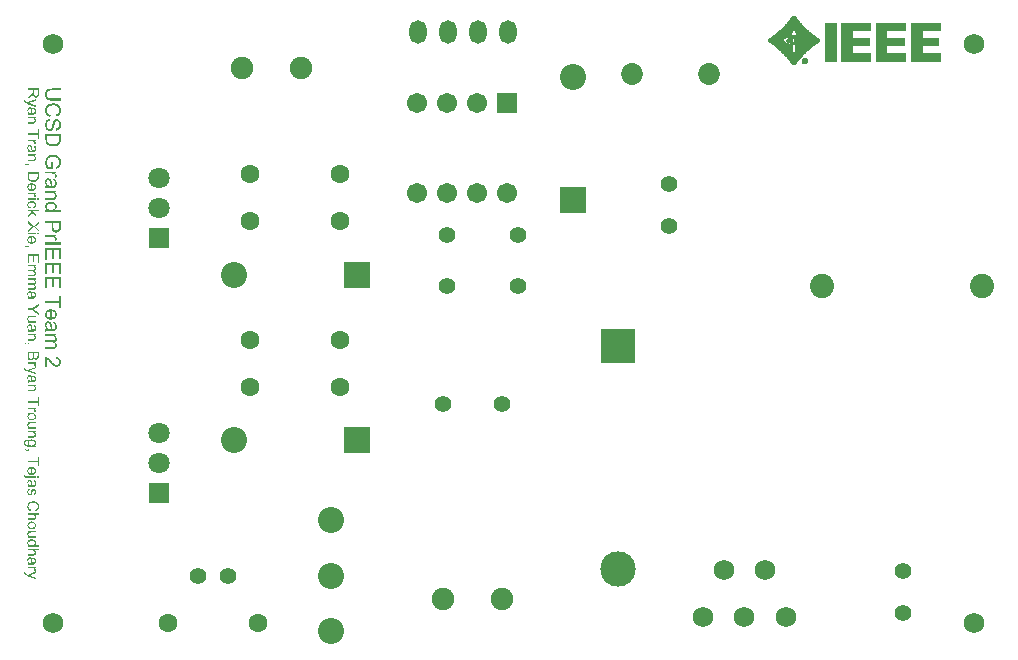
<source format=gts>
%FSTAX23Y23*%
%MOIN*%
%SFA1B1*%

%IPPOS*%
%ADD18C,0.000510*%
%ADD19C,0.068000*%
%ADD20C,0.086740*%
%ADD21C,0.063120*%
%ADD22C,0.070990*%
%ADD23R,0.070990X0.070990*%
%ADD24O,0.058000X0.078000*%
%ADD25C,0.072960*%
%ADD26C,0.080830*%
%ADD27C,0.074930*%
%ADD28R,0.067060X0.067060*%
%ADD29C,0.067060*%
%ADD30R,0.118240X0.118240*%
%ADD31C,0.118240*%
%ADD32R,0.086740X0.086740*%
%ADD33R,0.086740X0.086740*%
%ADD34C,0.055240*%
%LNpcb1-1*%
%LPD*%
G36*
X00189Y01902D02*
X00189Y01902D01*
Y01901*
X00189Y01901*
X00189Y019*
X00189Y019*
X00189Y01899*
X00189Y01898*
X00189Y01897*
X00189Y01896*
X00188Y01896*
X00188Y01895*
X00188Y01895*
Y01895*
X00188Y01895*
X00188Y01894*
X00188Y01894*
X00188Y01894*
X00188Y01894*
X00187Y01894*
X00187Y01893*
X00187Y01893*
X00187Y01893*
X00186Y01892*
X00186Y01892*
X00186Y01891*
X00185Y01891*
X00185Y01891*
X00184Y0189*
X00184Y0189*
X00184Y0189*
X00184Y0189*
X00184Y0189*
X00184Y0189*
X00183Y0189*
X00183Y0189*
X00183Y0189*
X00182Y0189*
X00182Y01889*
X00181Y01889*
X00181Y01889*
X0018Y01889*
X0018Y01889*
X00179Y01889*
X00179Y01889*
X00179*
X00178*
X00178Y01889*
X00178*
X00178Y01889*
X00177Y01889*
X00177Y01889*
X00176Y01889*
X00176Y01889*
X00175Y0189*
X00175Y0189*
X00174Y0189*
X00173Y0189*
X00173Y01891*
X00172Y01891*
X00172Y01892*
X00172Y01892*
X00172Y01892*
X00171Y01892*
X00171Y01892*
X00171Y01892*
X00171Y01893*
X00171Y01893*
X0017Y01894*
X0017Y01894*
X0017Y01895*
X00169Y01895*
X00169Y01896*
X00169Y01897*
X00169Y01898*
X00168Y01899*
X00168Y019*
Y019*
X00168Y019*
X00168Y01899*
X00168Y01899*
X00168Y01899*
X00168Y01899*
X00168Y01899*
X00167Y01898*
X00167Y01898*
X00167Y01897*
X00166Y01897*
X00166Y01897*
X00166Y01897*
X00166Y01896*
X00166Y01896*
X00166Y01896*
X00165Y01896*
X00165Y01896*
X00165Y01895*
X00165Y01895*
X00164Y01895*
X00164Y01894*
X00163Y01894*
X00163Y01894*
X00162Y01893*
X00161Y01892*
X00151Y01886*
Y01892*
X00159Y01897*
X00159Y01897*
X00159Y01897*
X00159Y01897*
X00159Y01898*
X0016Y01898*
X0016Y01898*
X0016Y01898*
X00161Y01898*
X00162Y01899*
X00162Y019*
X00163Y019*
X00164Y01901*
X00164Y01901*
X00164Y01901*
X00164Y01901*
X00164Y01901*
X00164Y01901*
X00165Y01901*
X00165Y01902*
X00165Y01902*
X00166Y01903*
X00166Y01903*
X00167Y01903*
X00167Y01903*
X00167Y01904*
X00167Y01904*
X00167Y01904*
X00167Y01904*
X00167Y01905*
X00167Y01905*
X00168Y01906*
Y01906*
X00168Y01906*
X00168Y01906*
X00168Y01906*
X00168Y01907*
X00168Y01907*
X00168Y01908*
Y01914*
X00151*
Y0192*
X00189*
Y01902*
G37*
G36*
X00179Y01879D02*
X00162Y01873D01*
X00162*
X00162Y01873*
X00162Y01873*
X00162Y01873*
X00162Y01873*
X00161Y01873*
X00161Y01873*
X00161Y01873*
X0016Y01873*
X0016Y01872*
X00159Y01872*
X00158Y01872*
X00157Y01872*
X00156Y01871*
X00156*
X00156Y01871*
X00156Y01871*
X00157Y01871*
X00157Y01871*
X00157Y01871*
X00158Y01871*
X00158Y01871*
X00158Y01871*
X00159Y01871*
X0016Y0187*
X00161Y0187*
X00162Y01869*
X00179Y01863*
Y01859*
X0015Y01869*
X0015Y01869*
X0015Y01869*
X0015Y01869*
X0015Y0187*
X00149Y0187*
X00149Y0187*
X00148Y0187*
X00148Y0187*
X00147Y01871*
X00146Y01871*
X00145Y01871*
X00145Y01872*
X00144Y01872*
X00144Y01872*
X00144*
X00144Y01872*
X00144Y01872*
X00144Y01872*
X00143Y01872*
X00143Y01872*
X00143Y01873*
X00142Y01873*
X00142Y01874*
X00141Y01874*
X00141Y01875*
X00141Y01875*
Y01875*
X00141Y01875*
X00141Y01875*
X0014Y01875*
X0014Y01875*
X0014Y01875*
X0014Y01876*
X0014Y01876*
X0014Y01876*
X0014Y01877*
X0014Y01878*
X0014Y01879*
Y01879*
X0014Y01879*
X0014Y0188*
X0014Y0188*
X0014Y01881*
X0014Y01881*
X0014Y01882*
X00145Y01882*
Y01882*
X00144Y01882*
Y01882*
X00144Y01882*
X00144Y01882*
X00144Y01881*
X00144Y01881*
X00144Y0188*
X00144Y0188*
X00144Y0188*
Y01879*
X00144Y01879*
X00144Y01879*
X00144Y01878*
X00144Y01878*
X00144Y01877*
X00145Y01877*
X00145Y01877*
X00145Y01877*
X00145Y01877*
X00145Y01877*
X00145Y01876*
X00145Y01876*
X00146Y01876*
X00146Y01876*
X00146Y01875*
X00146Y01875*
X00146Y01875*
X00146Y01875*
X00147Y01875*
X00147Y01875*
X00147Y01875*
X00147Y01875*
X00148Y01875*
X00148Y01875*
X00148Y01875*
X00149Y01874*
X00149Y01874*
X0015Y01874*
X0015*
X0015Y01874*
X0015Y01874*
X0015Y01874*
X0015Y01874*
X0015Y01874*
X0015Y01874*
X00151Y01874*
X00179Y01884*
Y01879*
G37*
G36*
X00158Y01856D02*
X00159D01*
X00159Y01856*
X00159Y01856*
X0016Y01856*
X00161Y01856*
X00161Y01856*
X00162Y01855*
X00162*
X00162Y01855*
X00162Y01855*
X00162Y01855*
X00162Y01855*
X00163Y01855*
X00163Y01854*
X00164Y01854*
X00164Y01854*
X00164Y01853*
Y01853*
X00165Y01853*
X00165Y01853*
X00165Y01853*
X00165Y01853*
X00165Y01852*
X00165Y01852*
X00165Y01852*
X00166Y01851*
X00166Y0185*
X00166Y0185*
Y0185*
X00166Y0185*
Y01849*
X00166Y01849*
X00166Y01849*
X00166Y01849*
X00166Y01849*
X00166Y01849*
X00166Y01848*
X00166Y01848*
X00166Y01848*
X00166Y01847*
X00167Y01847*
X00167Y01846*
X00167Y01846*
X00167Y01845*
Y01845*
X00167Y01845*
Y01845*
X00167Y01845*
X00167Y01844*
X00167Y01844*
X00167Y01843*
X00167Y01843*
X00167Y01842*
X00167Y01842*
X00167Y01841*
X00168Y01839*
X00168Y01839*
X00168Y01838*
X00168Y01838*
X00168Y01837*
X00168*
X00169*
X00169*
X00169Y01837*
X00169*
X00169*
X0017*
X0017*
X0017*
X0017*
X0017Y01837*
X0017*
X00171Y01837*
X00171Y01837*
X00172Y01837*
X00173Y01838*
X00173Y01838*
X00173Y01838*
X00173Y01838*
X00174Y01838*
X00174Y01838*
X00174Y01838*
X00174Y01839*
X00174Y01839*
X00174Y01839*
X00174Y01839*
X00174Y01839*
X00174Y0184*
X00175Y0184*
X00175Y0184*
X00175Y01841*
X00175Y01841*
X00175Y01842*
X00175Y01842*
X00175Y01843*
X00175Y01844*
Y01844*
X00175Y01844*
Y01845*
X00175Y01845*
X00175Y01845*
X00175Y01846*
X00175Y01846*
X00175Y01847*
X00174Y01848*
X00174Y01848*
X00174Y01849*
Y01849*
X00174Y01849*
X00174Y01849*
X00174Y01849*
X00174Y01849*
X00174Y01849*
X00173Y01849*
X00173Y01849*
X00173Y0185*
X00173Y0185*
X00172Y0185*
X00172Y0185*
X00171Y0185*
X00171Y01851*
X0017Y01851*
X0017Y01851*
X00171Y01856*
X00171*
X00171Y01855*
X00171Y01855*
X00171Y01855*
X00171Y01855*
X00172Y01855*
X00172Y01855*
X00172Y01855*
X00173Y01855*
X00174Y01854*
X00175Y01854*
X00175Y01853*
X00175Y01853*
X00175Y01853*
X00176Y01853*
X00176Y01853*
X00176Y01853*
X00176Y01853*
X00176Y01853*
X00176Y01852*
X00177Y01852*
X00177Y01852*
X00177Y01851*
X00177Y01851*
X00178Y01851*
X00178Y0185*
X00178Y0185*
X00178Y01849*
Y01849*
X00178Y01849*
X00178Y01849*
X00178Y01849*
X00178Y01849*
X00178Y01848*
X00179Y01848*
X00179Y01848*
X00179Y01847*
X00179Y01847*
X00179Y01846*
X00179Y01845*
X00179Y01845*
X00179Y01844*
X00179Y01843*
Y01842*
X00179Y01842*
X00179Y01842*
X00179Y01841*
X00179Y01841*
X00179Y0184*
X00179Y01839*
X00179Y01838*
X00178Y01838*
X00178Y01837*
Y01837*
X00178Y01837*
X00178Y01837*
X00178Y01837*
X00178Y01837*
X00178Y01836*
X00178Y01836*
X00177Y01835*
X00177Y01835*
X00177Y01834*
X00176Y01834*
X00176*
X00176Y01834*
X00176Y01834*
X00176Y01834*
X00176Y01834*
X00175Y01833*
X00175Y01833*
X00174Y01833*
X00174Y01833*
X00173Y01832*
X00173*
X00173Y01832*
X00173*
X00173Y01832*
X00172Y01832*
X00172Y01832*
X00172Y01832*
X00172*
X00171Y01832*
X00171Y01832*
X00171Y01832*
X0017*
X0017Y01832*
X00169*
X00169*
X00162*
X00162*
X00162*
X00162*
X00162*
X00162*
X00162*
X00161*
X00161*
X0016Y01832*
X0016*
X00159*
X00157Y01832*
X00157Y01832*
X00156Y01832*
X00155Y01832*
X00155Y01832*
X00154Y01832*
X00154Y01832*
X00154Y01832*
X00154*
X00154Y01832*
X00154*
X00154Y01832*
X00154Y01832*
X00153Y01832*
X00153Y01832*
X00152Y01832*
X00152Y01831*
X00151Y01831*
X00151Y01831*
Y01836*
X00151*
X00151Y01836*
X00151Y01836*
X00151Y01836*
X00151Y01836*
X00151Y01836*
X00152Y01836*
X00152Y01836*
X00153Y01836*
X00153Y01837*
X00154Y01837*
X00154Y01837*
X00154Y01837*
X00154Y01837*
X00154Y01837*
X00154Y01837*
X00153Y01838*
X00153Y01838*
X00153Y01838*
X00153Y01839*
X00152Y01839*
X00152Y0184*
X00151Y01841*
X00151Y01841*
X00151Y01842*
Y01842*
X00151Y01842*
X00151Y01842*
X00151Y01842*
X00151Y01842*
X00151Y01843*
X00151Y01843*
X00151Y01843*
X00151Y01844*
X0015Y01844*
X0015Y01845*
X0015Y01846*
X0015Y01847*
Y01847*
X0015Y01847*
Y01848*
X0015Y01848*
X0015Y01848*
X0015Y01849*
X0015Y01849*
X00151Y0185*
X00151Y01851*
X00151Y01851*
X00151Y01852*
X00151Y01852*
X00152Y01853*
X00152Y01853*
X00152Y01854*
X00152Y01854*
X00152Y01854*
X00153Y01854*
X00153Y01854*
X00153Y01854*
X00153Y01855*
X00154Y01855*
X00154Y01855*
X00154Y01855*
X00155Y01856*
X00155Y01856*
X00156Y01856*
X00156Y01856*
X00157Y01856*
X00157Y01856*
X00158Y01856*
X00158*
X00158*
X00158*
X00158Y01856*
G37*
G36*
X00179Y01821D02*
X00175D01*
X00175Y01821*
X00175Y01821*
X00175Y0182*
X00175Y0182*
X00176Y0182*
X00176Y01819*
X00176Y01819*
X00177Y01818*
X00177Y01818*
X00178Y01817*
X00178Y01817*
X00178Y01816*
X00179Y01815*
X00179Y01814*
X00179Y01813*
X00179Y01812*
Y01811*
X00179Y01811*
X00179Y01811*
X00179Y01811*
X00179Y0181*
X00179Y0181*
X00179Y01809*
X00179Y01808*
X00178Y01807*
Y01807*
X00178Y01807*
X00178Y01807*
X00178Y01807*
X00178Y01807*
X00178Y01807*
X00178Y01806*
X00177Y01806*
X00177Y01805*
X00176Y01805*
X00176Y01804*
X00176*
X00176Y01804*
X00176Y01804*
X00176Y01804*
X00175Y01804*
X00175Y01804*
X00175Y01804*
X00174Y01803*
X00174Y01803*
X00173Y01803*
X00172Y01803*
X00172*
X00172*
X00172Y01803*
X00172Y01803*
X00172*
X00172Y01803*
X00172Y01803*
X00171Y01803*
X00171Y01802*
X00171Y01802*
X0017Y01802*
X0017*
X00169Y01802*
X00169Y01802*
X00168*
X00168*
X00151*
Y01807*
X00168*
X00168*
X00168*
X00168*
X00168*
X00168Y01807*
X00169*
X00169Y01807*
X00169*
X0017Y01807*
X00171Y01807*
X00171Y01807*
X00172Y01808*
X00172Y01808*
X00172*
X00172Y01808*
X00172Y01808*
X00172Y01808*
X00172Y01808*
X00173Y01808*
X00173Y01808*
X00173Y01809*
X00174Y01809*
X00174Y0181*
Y0181*
X00174Y0181*
X00174Y0181*
X00174Y0181*
X00174Y0181*
X00175Y01811*
X00175Y01811*
X00175Y01812*
X00175Y01812*
X00175Y01813*
Y01813*
X00175Y01813*
X00175Y01814*
X00175Y01814*
X00175Y01814*
X00175Y01815*
X00175Y01815*
X00175Y01815*
X00174Y01816*
X00174Y01816*
X00174Y01817*
X00174Y01817*
X00173Y01818*
X00173Y01818*
X00173Y01818*
X00173Y01818*
X00173Y01818*
X00173Y01818*
X00173Y01819*
X00172Y01819*
X00172Y01819*
X00172Y01819*
X00171Y01819*
X00171Y0182*
X0017Y0182*
X00169Y0182*
X00169Y0182*
X00168Y0182*
X00167Y0182*
X00166Y0182*
X00151*
Y01825*
X00179*
Y01821*
G37*
G36*
X00189Y01752D02*
X00185D01*
Y01765*
X00151*
Y0177*
X00185*
Y01783*
X00189*
Y01752*
G37*
G36*
X00179Y01743D02*
X00174D01*
X00174Y01743*
X00174Y01743*
X00175Y01743*
X00175Y01743*
X00175Y01743*
X00175Y01743*
X00176Y01742*
X00177Y01742*
X00177Y01741*
X00177Y01741*
X00178Y01741*
X00178Y01741*
X00178Y0174*
Y0174*
X00178Y0174*
X00178Y0174*
X00178Y0174*
X00178Y0174*
X00179Y0174*
X00179Y01739*
X00179Y01739*
X00179Y01738*
X00179Y01737*
Y01737*
X00179Y01737*
X00179Y01737*
X00179Y01737*
X00179Y01736*
X00179Y01736*
X00179Y01736*
X00179Y01735*
X00179Y01734*
X00178Y01734*
X00178Y01733*
X00178Y01733*
X00178Y01733*
X00173Y01734*
Y01734*
X00173Y01734*
X00173Y01734*
X00173Y01735*
X00173Y01735*
X00174Y01735*
X00174Y01735*
X00174Y01736*
X00174Y01736*
X00174Y01737*
X00174Y01738*
Y01738*
X00174Y01738*
X00174Y01739*
X00174Y01739*
X00174Y01739*
X00174Y0174*
X00173Y0174*
X00173Y0174*
X00173Y01741*
X00173Y01741*
X00173Y01741*
X00172Y01741*
X00172Y01742*
X00171Y01742*
X00171Y01742*
X00171*
X00171Y01742*
X00171Y01742*
X0017Y01742*
X0017Y01742*
X0017Y01742*
X00169Y01742*
X00169Y01743*
X00169Y01743*
X00168Y01743*
X00168Y01743*
X00167Y01743*
X00166Y01743*
X00165Y01743*
X00151*
Y01748*
X00179*
Y01743*
G37*
G36*
X00158Y01731D02*
X00159D01*
X00159Y01731*
X00159Y01731*
X0016Y01731*
X00161Y01731*
X00161Y01731*
X00162Y0173*
X00162*
X00162Y0173*
X00162Y0173*
X00162Y0173*
X00162Y0173*
X00163Y0173*
X00163Y01729*
X00164Y01729*
X00164Y01729*
X00164Y01728*
Y01728*
X00165Y01728*
X00165Y01728*
X00165Y01728*
X00165Y01728*
X00165Y01727*
X00165Y01727*
X00165Y01727*
X00166Y01726*
X00166Y01725*
X00166Y01725*
Y01725*
X00166Y01725*
Y01724*
X00166Y01724*
X00166Y01724*
X00166Y01724*
X00166Y01724*
X00166Y01724*
X00166Y01723*
X00166Y01723*
X00166Y01723*
X00166Y01722*
X00167Y01722*
X00167Y01721*
X00167Y01721*
X00167Y0172*
Y0172*
X00167Y0172*
Y0172*
X00167Y0172*
X00167Y01719*
X00167Y01719*
X00167Y01718*
X00167Y01718*
X00167Y01717*
X00167Y01717*
X00167Y01716*
X00168Y01714*
X00168Y01714*
X00168Y01713*
X00168Y01713*
X00168Y01712*
X00168*
X00169*
X00169*
X00169Y01712*
X00169*
X00169*
X0017*
X0017*
X0017*
X0017*
X0017Y01712*
X0017*
X00171Y01712*
X00171Y01712*
X00172Y01712*
X00173Y01713*
X00173Y01713*
X00173Y01713*
X00173Y01713*
X00174Y01713*
X00174Y01713*
X00174Y01713*
X00174Y01714*
X00174Y01714*
X00174Y01714*
X00174Y01714*
X00174Y01714*
X00174Y01715*
X00175Y01715*
X00175Y01715*
X00175Y01716*
X00175Y01716*
X00175Y01717*
X00175Y01717*
X00175Y01718*
X00175Y01719*
Y01719*
X00175Y01719*
Y0172*
X00175Y0172*
X00175Y0172*
X00175Y01721*
X00175Y01721*
X00175Y01722*
X00174Y01723*
X00174Y01723*
X00174Y01724*
Y01724*
X00174Y01724*
X00174Y01724*
X00174Y01724*
X00174Y01724*
X00174Y01724*
X00173Y01724*
X00173Y01724*
X00173Y01725*
X00173Y01725*
X00172Y01725*
X00172Y01725*
X00171Y01725*
X00171Y01726*
X0017Y01726*
X0017Y01726*
X00171Y01731*
X00171*
X00171Y01731*
X00171Y0173*
X00171Y0173*
X00171Y0173*
X00172Y0173*
X00172Y0173*
X00172Y0173*
X00173Y0173*
X00174Y01729*
X00175Y01729*
X00175Y01728*
X00175Y01728*
X00175Y01728*
X00176Y01728*
X00176Y01728*
X00176Y01728*
X00176Y01728*
X00176Y01728*
X00176Y01727*
X00177Y01727*
X00177Y01727*
X00177Y01726*
X00177Y01726*
X00178Y01726*
X00178Y01725*
X00178Y01725*
X00178Y01724*
Y01724*
X00178Y01724*
X00178Y01724*
X00178Y01724*
X00178Y01724*
X00178Y01723*
X00179Y01723*
X00179Y01723*
X00179Y01722*
X00179Y01722*
X00179Y01721*
X00179Y01721*
X00179Y0172*
X00179Y01719*
X00179Y01718*
Y01717*
X00179Y01717*
X00179Y01717*
X00179Y01716*
X00179Y01716*
X00179Y01715*
X00179Y01714*
X00179Y01713*
X00178Y01713*
X00178Y01712*
Y01712*
X00178Y01712*
X00178Y01712*
X00178Y01712*
X00178Y01712*
X00178Y01712*
X00178Y01711*
X00177Y0171*
X00177Y0171*
X00177Y01709*
X00176Y01709*
X00176*
X00176Y01709*
X00176Y01709*
X00176Y01709*
X00176Y01709*
X00175Y01708*
X00175Y01708*
X00174Y01708*
X00174Y01708*
X00173Y01708*
X00173*
X00173Y01707*
X00173*
X00173Y01707*
X00172Y01707*
X00172Y01707*
X00172Y01707*
X00172*
X00171Y01707*
X00171Y01707*
X00171Y01707*
X0017*
X0017Y01707*
X00169*
X00169*
X00162*
X00162*
X00162*
X00162*
X00162*
X00162*
X00162*
X00161*
X00161*
X0016Y01707*
X0016*
X00159*
X00157Y01707*
X00157Y01707*
X00156Y01707*
X00155Y01707*
X00155Y01707*
X00154Y01707*
X00154Y01707*
X00154Y01707*
X00154*
X00154Y01707*
X00154*
X00154Y01707*
X00154Y01707*
X00153Y01707*
X00153Y01707*
X00152Y01707*
X00152Y01706*
X00151Y01706*
X00151Y01706*
Y01711*
X00151*
X00151Y01711*
X00151Y01711*
X00151Y01711*
X00151Y01711*
X00151Y01711*
X00152Y01711*
X00152Y01711*
X00153Y01711*
X00153Y01712*
X00154Y01712*
X00154Y01712*
X00154Y01712*
X00154Y01712*
X00154Y01712*
X00154Y01712*
X00153Y01713*
X00153Y01713*
X00153Y01713*
X00153Y01714*
X00152Y01714*
X00152Y01715*
X00151Y01716*
X00151Y01716*
X00151Y01717*
Y01717*
X00151Y01717*
X00151Y01717*
X00151Y01717*
X00151Y01717*
X00151Y01718*
X00151Y01718*
X00151Y01718*
X00151Y01719*
X0015Y01719*
X0015Y0172*
X0015Y01721*
X0015Y01722*
Y01722*
X0015Y01722*
Y01723*
X0015Y01723*
X0015Y01723*
X0015Y01724*
X0015Y01724*
X00151Y01725*
X00151Y01726*
X00151Y01726*
X00151Y01727*
X00151Y01727*
X00152Y01728*
X00152Y01728*
X00152Y01729*
X00152Y01729*
X00152Y01729*
X00153Y01729*
X00153Y01729*
X00153Y01729*
X00153Y0173*
X00154Y0173*
X00154Y0173*
X00154Y0173*
X00155Y01731*
X00155Y01731*
X00156Y01731*
X00156Y01731*
X00157Y01731*
X00157Y01731*
X00158Y01731*
X00158*
X00158*
X00158*
X00158Y01731*
G37*
G36*
X00179Y01696D02*
X00175D01*
X00175Y01696*
X00175Y01696*
X00175Y01695*
X00175Y01695*
X00176Y01695*
X00176Y01694*
X00176Y01694*
X00177Y01694*
X00177Y01693*
X00178Y01692*
X00178Y01692*
X00178Y01691*
X00179Y0169*
X00179Y01689*
X00179Y01688*
X00179Y01687*
Y01686*
X00179Y01686*
X00179Y01686*
X00179Y01686*
X00179Y01685*
X00179Y01685*
X00179Y01684*
X00179Y01683*
X00178Y01682*
Y01682*
X00178Y01682*
X00178Y01682*
X00178Y01682*
X00178Y01682*
X00178Y01682*
X00178Y01681*
X00177Y01681*
X00177Y0168*
X00176Y0168*
X00176Y01679*
X00176*
X00176Y01679*
X00176Y01679*
X00176Y01679*
X00175Y01679*
X00175Y01679*
X00175Y01679*
X00174Y01678*
X00174Y01678*
X00173Y01678*
X00172Y01678*
X00172*
X00172*
X00172Y01678*
X00172Y01678*
X00172*
X00172Y01678*
X00172Y01678*
X00171Y01678*
X00171Y01678*
X00171Y01677*
X0017Y01677*
X0017*
X00169Y01677*
X00169Y01677*
X00168*
X00168*
X00151*
Y01682*
X00168*
X00168*
X00168*
X00168*
X00168*
X00168Y01682*
X00169*
X00169Y01682*
X00169*
X0017Y01682*
X00171Y01682*
X00171Y01682*
X00172Y01683*
X00172Y01683*
X00172*
X00172Y01683*
X00172Y01683*
X00172Y01683*
X00172Y01683*
X00173Y01683*
X00173Y01683*
X00173Y01684*
X00174Y01684*
X00174Y01685*
Y01685*
X00174Y01685*
X00174Y01685*
X00174Y01685*
X00174Y01685*
X00175Y01686*
X00175Y01686*
X00175Y01687*
X00175Y01687*
X00175Y01688*
Y01688*
X00175Y01688*
X00175Y01689*
X00175Y01689*
X00175Y01689*
X00175Y0169*
X00175Y0169*
X00175Y01691*
X00174Y01691*
X00174Y01691*
X00174Y01692*
X00174Y01692*
X00173Y01693*
X00173Y01693*
X00173Y01693*
X00173Y01693*
X00173Y01693*
X00173Y01693*
X00173Y01694*
X00172Y01694*
X00172Y01694*
X00172Y01694*
X00171Y01694*
X00171Y01695*
X0017Y01695*
X00169Y01695*
X00169Y01695*
X00168Y01695*
X00167Y01695*
X00166Y01695*
X00151*
Y017*
X00179*
Y01696*
G37*
G36*
X00145Y01669D02*
X00145Y01669D01*
X00145Y01669*
X00145Y01669*
X00145Y01669*
X00146Y01668*
X00146Y01668*
X00146Y01668*
X00147Y01667*
X00147Y01667*
X00147*
X00147Y01667*
X00147Y01667*
X00147Y01667*
X00147Y01667*
X00148Y01667*
X00148Y01667*
X00148Y01667*
X00149Y01667*
X00149Y01666*
X0015Y01666*
X00151Y01666*
Y01669*
X00156*
Y01664*
X00151*
X00151*
X00151*
X0015*
X0015Y01664*
X0015*
X0015Y01664*
X00149Y01664*
X00149Y01664*
X00148Y01664*
X00148Y01664*
X00147Y01664*
X00146Y01665*
X00146*
X00146Y01665*
X00146Y01665*
X00146Y01665*
X00145Y01665*
X00145Y01665*
X00144Y01666*
X00144Y01666*
X00144Y01667*
X00143Y01668*
X00143Y01668*
X00145Y01669*
Y01669*
G37*
G36*
X00189Y01626D02*
X00189Y01626D01*
Y01625*
X00189Y01625*
Y01624*
X00189Y01623*
X00189Y01622*
X00189Y01621*
X00189Y01621*
X00189Y0162*
X00189Y0162*
Y0162*
X00189Y0162*
X00188Y0162*
X00188Y01619*
X00188Y01619*
X00188Y01619*
X00188Y01618*
X00188Y01618*
X00188Y01617*
X00187Y01616*
X00186Y01615*
X00186Y01615*
X00186Y01614*
X00186Y01614*
X00186Y01614*
X00186Y01614*
X00185Y01614*
X00185Y01613*
X00185Y01613*
X00184Y01613*
X00184Y01613*
X00184Y01612*
X00183Y01612*
X00183Y01611*
X00182Y01611*
X00181Y01611*
X00181Y0161*
X0018Y0161*
X00179Y0161*
X00179Y0161*
X00179Y0161*
X00179Y0161*
X00179Y01609*
X00178Y01609*
X00178Y01609*
X00177Y01609*
X00177Y01609*
X00176Y01609*
X00175Y01609*
X00174Y01609*
X00174Y01608*
X00173Y01608*
X00172Y01608*
X00171Y01608*
X0017Y01608*
X0017*
X0017*
X0017*
X00169Y01608*
X00169*
X00169Y01608*
X00168Y01608*
X00168Y01608*
X00167Y01608*
X00166Y01608*
X00165Y01609*
X00164Y01609*
X00162Y01609*
X00162*
X00162Y01609*
X00162Y01609*
X00162Y01609*
X00162Y01609*
X00161Y0161*
X00161Y0161*
X0016Y0161*
X0016Y0161*
X00159Y01611*
X00158Y01611*
X00157Y01612*
X00157Y01612*
X00157Y01612*
X00157Y01612*
X00156Y01612*
X00156Y01612*
X00156Y01612*
X00156Y01613*
X00155Y01613*
X00154Y01614*
X00154Y01615*
X00153Y01615*
Y01615*
X00153Y01615*
X00153Y01615*
X00153Y01616*
X00153Y01616*
X00153Y01616*
X00153Y01616*
X00153Y01617*
X00152Y01617*
X00152Y01617*
X00152Y01618*
X00152Y01618*
X00152Y01619*
X00151Y0162*
Y0162*
X00151Y0162*
X00151Y0162*
X00151Y0162*
X00151Y01621*
X00151Y01621*
X00151Y01621*
X00151Y01622*
X00151Y01622*
X00151Y01623*
X00151Y01623*
X00151Y01624*
X00151Y01624*
X00151Y01625*
X00151Y01626*
Y0164*
X00189*
Y01626*
G37*
G36*
X00165Y01603D02*
X00165D01*
X00165*
X00166Y01603*
X00166Y01603*
X00167Y01603*
X00168Y01603*
X00168Y01603*
X00169Y01603*
X0017Y01602*
X00171Y01602*
X00172Y01602*
X00173Y01601*
X00174Y01601*
X00175Y016*
X00175Y016*
X00175Y016*
X00175Y016*
X00176Y01599*
X00176Y01599*
X00176Y01599*
X00176Y01598*
X00177Y01598*
X00177Y01597*
X00178Y01597*
X00178Y01596*
X00178Y01595*
X00179Y01594*
X00179Y01593*
X00179Y01592*
X00179Y01591*
X00179Y0159*
Y0159*
X00179Y0159*
X00179Y01589*
X00179Y01589*
X00179Y01588*
X00179Y01588*
X00179Y01587*
X00178Y01586*
X00178Y01586*
X00178Y01585*
X00178Y01584*
X00177Y01583*
X00177Y01583*
X00176Y01582*
X00175Y01581*
X00175Y01581*
X00175Y01581*
X00175Y01581*
X00175Y01581*
X00174Y0158*
X00174Y0158*
X00173Y0158*
X00173Y0158*
X00172Y01579*
X00171Y01579*
X0017Y01579*
X00169Y01578*
X00168Y01578*
X00167Y01578*
X00166Y01578*
X00165Y01578*
X00165*
X00165*
X00165*
X00164*
X00164*
X00164*
X00164Y01578*
X00163*
Y01598*
X00163*
X00163Y01598*
X00163*
X00163Y01598*
X00162Y01598*
X00162Y01598*
X00161Y01598*
X00161Y01598*
X0016Y01598*
X0016Y01598*
X00159Y01598*
X00159Y01597*
X00158Y01597*
X00157Y01597*
X00157Y01596*
X00156Y01596*
X00156Y01596*
X00156Y01596*
X00156Y01596*
X00156Y01595*
X00156Y01595*
X00156Y01595*
X00155Y01595*
X00155Y01594*
X00155Y01594*
X00155Y01593*
X00155Y01593*
X00154Y01592*
X00154Y01592*
X00154Y01591*
X00154Y01591*
X00154Y0159*
Y0159*
X00154Y0159*
X00154Y01589*
X00154Y01589*
X00154Y01589*
X00154Y01589*
X00154Y01588*
X00155Y01587*
X00155Y01587*
X00155Y01586*
X00155Y01586*
X00155Y01586*
X00155Y01586*
X00155Y01586*
X00156Y01585*
X00156Y01585*
X00156Y01585*
X00156Y01585*
X00156Y01585*
X00156Y01585*
X00157Y01584*
X00157Y01584*
X00157Y01584*
X00158Y01584*
X00158Y01583*
X00159Y01583*
X00159Y01583*
X0016Y01583*
X00159Y01578*
X00159*
X00159Y01578*
X00159Y01578*
X00158Y01578*
X00158Y01578*
X00158Y01578*
X00157Y01579*
X00157Y01579*
X00156Y01579*
X00156Y01579*
X00155Y0158*
X00155Y0158*
X00154Y01581*
X00153Y01581*
X00153Y01582*
X00152Y01582*
X00152Y01582*
X00152Y01582*
X00152Y01582*
X00152Y01583*
X00152Y01583*
X00152Y01583*
X00152Y01584*
X00151Y01584*
X00151Y01585*
X00151Y01585*
X00151Y01586*
X00151Y01587*
X0015Y01588*
X0015Y01588*
X0015Y01589*
X0015Y0159*
Y0159*
X0015Y01591*
Y01591*
X0015Y01591*
X0015Y01592*
X0015Y01592*
X0015Y01593*
X00151Y01594*
X00151Y01594*
X00151Y01595*
X00151Y01596*
X00152Y01597*
X00152Y01598*
X00153Y01598*
X00153Y01599*
X00154Y016*
X00154Y016*
X00154Y016*
X00154Y016*
X00155Y016*
X00155Y01601*
X00155Y01601*
X00156Y01601*
X00157Y01602*
X00157Y01602*
X00158Y01602*
X00159Y01603*
X0016Y01603*
X00161Y01603*
X00162Y01603*
X00163Y01603*
X00164Y01603*
X00164*
X00164*
X00165*
X00165*
X00165Y01603*
G37*
G36*
X00179Y01568D02*
X00174D01*
X00174Y01568*
X00174Y01568*
X00175Y01568*
X00175Y01568*
X00175Y01567*
X00175Y01567*
X00176Y01567*
X00177Y01566*
X00177Y01566*
X00177Y01566*
X00178Y01565*
X00178Y01565*
X00178Y01565*
Y01565*
X00178Y01565*
X00178Y01565*
X00178Y01565*
X00178Y01564*
X00179Y01564*
X00179Y01563*
X00179Y01563*
X00179Y01562*
X00179Y01562*
Y01562*
X00179Y01561*
X00179Y01561*
X00179Y01561*
X00179Y01561*
X00179Y0156*
X00179Y0156*
X00179Y0156*
X00179Y01559*
X00178Y01558*
X00178Y01558*
X00178Y01557*
X00178Y01557*
X00173Y01559*
Y01559*
X00173Y01559*
X00173Y01559*
X00173Y01559*
X00173Y01559*
X00174Y01559*
X00174Y0156*
X00174Y0156*
X00174Y01561*
X00174Y01561*
X00174Y01562*
Y01562*
X00174Y01563*
X00174Y01563*
X00174Y01563*
X00174Y01564*
X00174Y01564*
X00173Y01565*
X00173Y01565*
X00173Y01565*
X00173Y01565*
X00173Y01565*
X00172Y01566*
X00172Y01566*
X00171Y01566*
X00171Y01567*
X00171*
X00171Y01567*
X00171Y01567*
X0017Y01567*
X0017Y01567*
X0017Y01567*
X00169Y01567*
X00169Y01567*
X00169Y01567*
X00168Y01567*
X00168Y01567*
X00167Y01567*
X00166Y01567*
X00165Y01567*
X00151*
Y01572*
X00179*
Y01568*
G37*
G36*
X00189Y01549D02*
X00184D01*
Y01554*
X00189*
Y01549*
G37*
G36*
X00179D02*
X00151D01*
Y01554*
X00179*
Y01549*
G37*
G36*
X00165Y01544D02*
X00166Y01544D01*
X00166Y01544*
X00167Y01544*
X00167Y01544*
X00168Y01543*
X00168Y01543*
X0017Y01543*
X0017Y01543*
X00171Y01543*
X00172Y01542*
X00172Y01542*
X00172Y01542*
X00173Y01542*
X00173Y01542*
X00173Y01542*
X00173Y01542*
X00174Y01542*
X00174Y01541*
X00174Y01541*
X00175Y01541*
X00175Y0154*
X00176Y0154*
X00176Y0154*
X00176Y01539*
X00177Y01539*
X00177Y01538*
X00177Y01538*
X00177Y01538*
X00178Y01538*
X00178Y01537*
X00178Y01537*
X00178Y01537*
X00178Y01537*
X00178Y01536*
X00178Y01536*
X00178Y01535*
X00179Y01535*
X00179Y01534*
X00179Y01534*
X00179Y01533*
X00179Y01532*
X00179Y01532*
X00179Y01531*
Y01531*
X00179Y01531*
Y0153*
X00179Y0153*
X00179Y01529*
X00179Y01529*
X00179Y01528*
X00179Y01528*
X00179Y01527*
X00178Y01527*
X00178Y01526*
X00178Y01525*
X00178Y01525*
X00177Y01524*
X00177Y01524*
X00177Y01524*
X00177Y01524*
X00177Y01523*
X00176Y01523*
X00176Y01523*
X00176Y01523*
X00176Y01522*
X00175Y01522*
X00175Y01522*
X00174Y01522*
X00174Y01521*
X00173Y01521*
X00173Y01521*
X00172Y0152*
X00171Y0152*
X0017Y0152*
X0017Y01525*
X0017*
X0017Y01525*
X0017Y01525*
X0017Y01525*
X0017Y01525*
X00171Y01525*
X00171Y01525*
X00171Y01525*
X00172Y01525*
X00173Y01526*
X00173Y01526*
X00174Y01527*
X00174Y01527*
X00174Y01527*
X00174Y01527*
X00174Y01527*
X00174Y01527*
X00174Y01527*
X00174Y01527*
X00174Y01528*
X00175Y01528*
X00175Y01529*
X00175Y01529*
X00175Y0153*
X00175Y0153*
X00175Y01531*
Y01531*
X00175Y01531*
Y01531*
X00175Y01532*
X00175Y01532*
X00175Y01533*
X00175Y01533*
X00175Y01533*
X00175Y01534*
X00174Y01534*
X00174Y01535*
X00174Y01535*
X00174Y01536*
X00173Y01536*
X00173Y01537*
X00173Y01537*
X00173Y01537*
X00172Y01537*
X00172Y01537*
X00172Y01537*
X00172Y01537*
X00171Y01538*
X00171Y01538*
X0017Y01538*
X0017Y01538*
X00169Y01538*
X00168Y01538*
X00167Y01539*
X00167Y01539*
X00166Y01539*
X00165Y01539*
X00165*
X00165*
X00165*
X00164*
X00164Y01539*
X00164*
X00163Y01539*
X00163Y01539*
X00162Y01539*
X00162Y01539*
X00161Y01538*
X0016Y01538*
X0016Y01538*
X00159Y01538*
X00158Y01538*
X00158Y01537*
X00157Y01537*
X00157Y01537*
X00157Y01537*
X00156Y01537*
X00156Y01536*
X00156Y01536*
X00156Y01536*
X00156Y01536*
X00156Y01536*
X00155Y01535*
X00155Y01535*
X00155Y01534*
X00155Y01534*
X00154Y01533*
X00154Y01533*
X00154Y01532*
X00154Y01532*
X00154Y01531*
Y01531*
X00154Y01531*
X00154Y0153*
X00154Y0153*
X00154Y0153*
X00154Y0153*
X00154Y01529*
X00155Y01528*
X00155Y01528*
X00155Y01528*
X00155Y01527*
X00155Y01527*
X00156Y01526*
X00156Y01526*
X00156Y01526*
X00156Y01526*
X00156Y01526*
X00156Y01526*
X00156Y01526*
X00157Y01526*
X00157Y01526*
X00157Y01525*
X00158Y01525*
X00158Y01525*
X00159Y01525*
X00159Y01525*
X0016Y01524*
X0016Y01524*
X00161Y01524*
X0016Y0152*
X0016*
X0016Y0152*
X0016Y0152*
X0016Y0152*
X00159Y0152*
X00159Y0152*
X00158Y0152*
X00158Y0152*
X00157Y01521*
X00156Y01521*
X00156Y01521*
X00155Y01521*
X00155Y01522*
X00154Y01522*
X00153Y01523*
X00153Y01523*
X00153Y01523*
X00153Y01524*
X00153Y01524*
X00152Y01524*
X00152Y01524*
X00152Y01525*
X00152Y01525*
X00151Y01526*
X00151Y01526*
X00151Y01527*
X00151Y01527*
X00151Y01528*
X0015Y01529*
X0015Y01529*
X0015Y0153*
X0015Y01531*
Y01531*
X0015Y01532*
X0015Y01532*
X0015Y01533*
X0015Y01533*
X0015Y01534*
X00151Y01534*
X00151Y01535*
X00151Y01536*
X00151Y01537*
X00152Y01537*
X00152Y01538*
X00153Y01539*
X00153Y0154*
X00154Y0154*
X00154Y0154*
X00154Y0154*
X00154Y01541*
X00155Y01541*
X00155Y01541*
X00155Y01541*
X00156Y01542*
X00157Y01542*
X00157Y01542*
X00158Y01543*
X00159Y01543*
X0016Y01543*
X00161Y01543*
X00162Y01544*
X00163Y01544*
X00165Y01544*
X00165*
X00165*
X00165*
X00165Y01544*
G37*
G36*
X00189Y01511D02*
X00167D01*
X00179Y015*
Y01494*
X00168Y01504*
X00151Y01492*
Y01498*
X00165Y01507*
X00162Y01511*
X00151*
Y01515*
X00189*
Y01511*
G37*
G36*
X00171Y01462D02*
X00189Y01475D01*
Y01469*
X00179Y01462*
X00179Y01462*
X00179Y01462*
X00179Y01462*
X00179Y01462*
X00179Y01462*
X00178Y01462*
X00178Y01461*
X00178Y01461*
X00177Y01461*
X00176Y0146*
X00175Y0146*
X00175Y01459*
X00175Y01459*
X00175Y01459*
X00175Y01459*
X00175Y01459*
X00175Y01459*
X00175Y01459*
X00175Y01459*
X00176Y01459*
X00176Y01458*
X00177Y01458*
X00177Y01457*
X00178Y01457*
X00179Y01456*
X00189Y01449*
Y01443*
X00171Y01456*
X00151Y01442*
Y01448*
X00164Y01458*
X00164Y01458*
X00165Y01458*
X00165Y01458*
X00165Y01458*
X00165Y01459*
X00166Y01459*
X00167Y0146*
X00167*
X00167Y0146*
X00167Y0146*
X00166Y0146*
X00166Y0146*
X00166Y0146*
X00165Y01461*
X00165Y01461*
X00164Y01461*
X00164Y01461*
X00151Y01471*
Y01477*
X00171Y01462*
G37*
G36*
X00189Y01433D02*
X00184D01*
Y01438*
X00189*
Y01433*
G37*
G36*
X00179D02*
X00151D01*
Y01438*
X00179*
Y01433*
G37*
G36*
X00165Y01428D02*
X00165D01*
X00165*
X00166Y01428*
X00166Y01428*
X00167Y01428*
X00168Y01427*
X00168Y01427*
X00169Y01427*
X0017Y01427*
X00171Y01427*
X00172Y01426*
X00173Y01426*
X00174Y01425*
X00175Y01425*
X00175Y01424*
X00175Y01424*
X00175Y01424*
X00176Y01424*
X00176Y01424*
X00176Y01423*
X00176Y01423*
X00177Y01422*
X00177Y01422*
X00178Y01421*
X00178Y0142*
X00178Y0142*
X00179Y01419*
X00179Y01418*
X00179Y01417*
X00179Y01416*
X00179Y01415*
Y01415*
X00179Y01414*
X00179Y01414*
X00179Y01413*
X00179Y01413*
X00179Y01412*
X00179Y01412*
X00178Y01411*
X00178Y0141*
X00178Y01409*
X00178Y01409*
X00177Y01408*
X00177Y01407*
X00176Y01406*
X00175Y01406*
X00175Y01406*
X00175Y01406*
X00175Y01405*
X00175Y01405*
X00174Y01405*
X00174Y01405*
X00173Y01404*
X00173Y01404*
X00172Y01404*
X00171Y01403*
X0017Y01403*
X00169Y01403*
X00168Y01403*
X00167Y01402*
X00166Y01402*
X00165Y01402*
X00165*
X00165*
X00165*
X00164*
X00164*
X00164*
X00164Y01402*
X00163*
Y01423*
X00163*
X00163Y01423*
X00163*
X00163Y01423*
X00162Y01423*
X00162Y01423*
X00161Y01423*
X00161Y01423*
X0016Y01422*
X0016Y01422*
X00159Y01422*
X00159Y01422*
X00158Y01421*
X00157Y01421*
X00157Y01421*
X00156Y0142*
X00156Y0142*
X00156Y0142*
X00156Y0142*
X00156Y0142*
X00156Y0142*
X00156Y01419*
X00155Y01419*
X00155Y01419*
X00155Y01418*
X00155Y01418*
X00155Y01417*
X00154Y01417*
X00154Y01416*
X00154Y01416*
X00154Y01415*
X00154Y01415*
Y01414*
X00154Y01414*
X00154Y01414*
X00154Y01414*
X00154Y01413*
X00154Y01413*
X00154Y01412*
X00155Y01412*
X00155Y01411*
X00155Y01411*
X00155Y0141*
X00155Y0141*
X00155Y0141*
X00155Y0141*
X00156Y0141*
X00156Y0141*
X00156Y0141*
X00156Y01409*
X00156Y01409*
X00156Y01409*
X00157Y01409*
X00157Y01409*
X00157Y01408*
X00158Y01408*
X00158Y01408*
X00159Y01408*
X00159Y01407*
X0016Y01407*
X00159Y01402*
X00159*
X00159Y01402*
X00159Y01403*
X00158Y01403*
X00158Y01403*
X00158Y01403*
X00157Y01403*
X00157Y01403*
X00156Y01404*
X00156Y01404*
X00155Y01404*
X00155Y01405*
X00154Y01405*
X00153Y01406*
X00153Y01406*
X00152Y01407*
X00152Y01407*
X00152Y01407*
X00152Y01407*
X00152Y01407*
X00152Y01407*
X00152Y01408*
X00152Y01408*
X00151Y01409*
X00151Y01409*
X00151Y0141*
X00151Y01411*
X00151Y01411*
X0015Y01412*
X0015Y01413*
X0015Y01414*
X0015Y01415*
Y01415*
X0015Y01415*
Y01415*
X0015Y01416*
X0015Y01416*
X0015Y01417*
X0015Y01417*
X00151Y01418*
X00151Y01419*
X00151Y0142*
X00151Y0142*
X00152Y01421*
X00152Y01422*
X00153Y01423*
X00153Y01424*
X00154Y01424*
X00154Y01424*
X00154Y01424*
X00154Y01425*
X00155Y01425*
X00155Y01425*
X00155Y01425*
X00156Y01426*
X00157Y01426*
X00157Y01426*
X00158Y01427*
X00159Y01427*
X0016Y01427*
X00161Y01427*
X00162Y01428*
X00163Y01428*
X00164Y01428*
X00164*
X00164*
X00165*
X00165*
X00165Y01428*
G37*
G36*
X00145Y01396D02*
X00145Y01395D01*
X00145Y01395*
X00145Y01395*
X00145Y01395*
X00146Y01395*
X00146Y01394*
X00146Y01394*
X00147Y01394*
X00147Y01393*
X00147*
X00147Y01393*
X00147Y01393*
X00147Y01393*
X00147Y01393*
X00148Y01393*
X00148Y01393*
X00148Y01393*
X00149Y01393*
X00149Y01393*
X0015Y01393*
X00151Y01393*
Y01395*
X00156*
Y0139*
X00151*
X00151*
X00151*
X0015*
X0015Y0139*
X0015*
X0015Y0139*
X00149Y0139*
X00149Y0139*
X00148Y0139*
X00148Y0139*
X00147Y01391*
X00146Y01391*
X00146*
X00146Y01391*
X00146Y01391*
X00146Y01391*
X00145Y01391*
X00145Y01392*
X00144Y01392*
X00144Y01393*
X00144Y01393*
X00143Y01394*
X00143Y01394*
X00145Y01396*
Y01396*
G37*
G36*
X00189Y01338D02*
X00185D01*
Y01361*
X00173*
Y0134*
X00168*
Y01361*
X00155*
Y01337*
X00151*
Y01366*
X00189*
Y01338*
G37*
G36*
X00179Y01327D02*
X00175D01*
X00175Y01327*
X00175Y01327*
X00175Y01327*
X00175Y01327*
X00175Y01326*
X00175Y01326*
X00176Y01326*
X00176Y01325*
X00177Y01325*
X00177Y01324*
X00178Y01323*
X00178Y01323*
X00178Y01323*
X00178Y01323*
X00178Y01323*
X00178Y01323*
X00178Y01323*
X00178Y01322*
X00179Y01322*
X00179Y01322*
X00179Y01321*
X00179Y01321*
X00179Y0132*
X00179Y01319*
X00179Y01319*
Y01318*
X00179Y01318*
Y01318*
X00179Y01317*
X00179Y01317*
X00179Y01317*
X00179Y01316*
X00179Y01315*
X00178Y01314*
X00178Y01314*
X00178Y01313*
X00178Y01313*
X00178Y01313*
X00178Y01313*
X00178Y01313*
X00177Y01313*
X00177Y01313*
X00177Y01312*
X00176Y01312*
X00176Y01311*
X00175Y01311*
X00174Y01311*
X00174*
X00174Y01311*
X00174Y0131*
X00175Y0131*
X00175Y0131*
X00175Y0131*
X00176Y01309*
X00176Y01309*
X00177Y01308*
X00177Y01308*
X00178Y01307*
X00178Y01306*
X00178Y01306*
X00179Y01305*
X00179Y01304*
X00179Y01303*
X00179Y01302*
Y01302*
X00179Y01302*
Y01301*
X00179Y01301*
X00179Y01301*
X00179Y013*
X00179Y013*
X00179Y01299*
X00179Y01299*
X00178Y01298*
X00178Y01298*
X00178Y01297*
X00178Y01297*
X00177Y01296*
X00177Y01296*
X00177Y01296*
X00177Y01295*
X00177Y01295*
X00176Y01295*
X00176Y01295*
X00176Y01295*
X00176Y01295*
X00175Y01294*
X00175Y01294*
X00174Y01294*
X00174Y01294*
X00173Y01294*
X00172Y01294*
X00171Y01293*
X00171Y01293*
X0017Y01293*
X00151*
Y01298*
X00168*
X00168*
X00168*
X00169*
X00169*
X00169*
X00169Y01298*
X0017Y01298*
X0017Y01298*
X00171Y01298*
X00172Y01298*
X00172Y01298*
X00172Y01299*
X00172*
X00172Y01299*
X00172Y01299*
X00173Y01299*
X00173Y01299*
X00173Y01299*
X00174Y01299*
X00174Y013*
X00174Y013*
X00174Y013*
X00174Y013*
X00175Y01301*
X00175Y01301*
X00175Y01301*
X00175Y01302*
X00175Y01302*
X00175Y01303*
Y01303*
X00175Y01303*
X00175Y01304*
X00175Y01304*
X00175Y01304*
X00175Y01305*
X00175Y01305*
X00175Y01305*
X00174Y01306*
X00174Y01306*
X00174Y01307*
X00174Y01307*
X00173Y01307*
X00173Y01308*
X00173Y01308*
X00173Y01308*
X00173Y01308*
X00173Y01308*
X00173Y01308*
X00172Y01308*
X00172Y01309*
X00172Y01309*
X00171Y01309*
X00171Y01309*
X0017Y01309*
X0017Y01309*
X00169Y0131*
X00168Y0131*
X00168Y0131*
X00167Y0131*
X00151*
Y01315*
X00169*
X00169*
X00169*
X00169*
X00169Y01315*
X0017*
X0017Y01315*
X0017Y01315*
X00171Y01315*
X00171Y01315*
X00172Y01315*
X00173Y01315*
X00173Y01315*
X00173Y01316*
X00174*
X00174Y01316*
X00174Y01316*
X00174Y01316*
X00174Y01316*
X00174Y01316*
X00174Y01316*
X00174Y01317*
X00174Y01317*
X00175Y01317*
X00175Y01317*
X00175Y01318*
X00175Y01318*
X00175Y01319*
X00175Y01319*
X00175Y01319*
Y0132*
X00175Y0132*
Y0132*
X00175Y0132*
X00175Y01321*
X00175Y01321*
X00175Y01322*
X00174Y01322*
X00174Y01323*
Y01323*
X00174Y01323*
X00174Y01323*
X00174Y01323*
X00174Y01324*
X00173Y01324*
X00173Y01324*
X00172Y01325*
X00172Y01325*
X00171Y01326*
X00171*
X00171Y01326*
X00171Y01326*
X00171Y01326*
X0017Y01326*
X0017Y01326*
X0017Y01326*
X00169Y01326*
X00169Y01326*
X00169Y01326*
X00168Y01326*
X00168Y01326*
X00167Y01326*
X00166Y01326*
X00166Y01326*
X00165*
X00151*
Y01331*
X00179*
Y01327*
G37*
G36*
Y01282D02*
X00175D01*
X00175Y01282*
X00175Y01282*
X00175Y01282*
X00175Y01282*
X00175Y01282*
X00175Y01282*
X00176Y01281*
X00176Y01281*
X00177Y0128*
X00177Y0128*
X00178Y01279*
X00178Y01279*
X00178Y01279*
X00178Y01279*
X00178Y01278*
X00178Y01278*
X00178Y01278*
X00178Y01278*
X00179Y01277*
X00179Y01277*
X00179Y01277*
X00179Y01276*
X00179Y01276*
X00179Y01275*
X00179Y01274*
Y01273*
X00179Y01273*
Y01273*
X00179Y01273*
X00179Y01272*
X00179Y01272*
X00179Y01271*
X00179Y0127*
X00178Y01269*
X00178Y01269*
X00178Y01269*
X00178Y01269*
X00178Y01269*
X00178Y01269*
X00178Y01268*
X00177Y01268*
X00177Y01268*
X00177Y01268*
X00176Y01267*
X00176Y01267*
X00175Y01266*
X00174Y01266*
X00174*
X00174Y01266*
X00174Y01266*
X00175Y01266*
X00175Y01265*
X00175Y01265*
X00176Y01265*
X00176Y01264*
X00177Y01264*
X00177Y01263*
X00178Y01262*
X00178Y01262*
X00178Y01261*
X00179Y0126*
X00179Y01259*
X00179Y01258*
X00179Y01258*
Y01257*
X00179Y01257*
Y01257*
X00179Y01256*
X00179Y01256*
X00179Y01255*
X00179Y01255*
X00179Y01254*
X00179Y01254*
X00178Y01253*
X00178Y01253*
X00178Y01252*
X00178Y01252*
X00177Y01251*
X00177Y01251*
X00177Y01251*
X00177Y01251*
X00177Y01251*
X00176Y01251*
X00176Y0125*
X00176Y0125*
X00176Y0125*
X00175Y0125*
X00175Y0125*
X00174Y01249*
X00174Y01249*
X00173Y01249*
X00172Y01249*
X00171Y01249*
X00171Y01249*
X0017Y01249*
X00151*
Y01253*
X00168*
X00168*
X00168*
X00169*
X00169*
X00169*
X00169Y01253*
X0017Y01254*
X0017Y01254*
X00171Y01254*
X00172Y01254*
X00172Y01254*
X00172Y01254*
X00172*
X00172Y01254*
X00172Y01254*
X00173Y01254*
X00173Y01254*
X00173Y01255*
X00174Y01255*
X00174Y01255*
X00174Y01256*
X00174Y01256*
X00174Y01256*
X00175Y01256*
X00175Y01256*
X00175Y01257*
X00175Y01257*
X00175Y01258*
X00175Y01258*
Y01259*
X00175Y01259*
X00175Y01259*
X00175Y01259*
X00175Y0126*
X00175Y0126*
X00175Y0126*
X00175Y01261*
X00174Y01261*
X00174Y01262*
X00174Y01262*
X00174Y01262*
X00173Y01263*
X00173Y01263*
X00173Y01263*
X00173Y01263*
X00173Y01263*
X00173Y01264*
X00173Y01264*
X00172Y01264*
X00172Y01264*
X00172Y01264*
X00171Y01264*
X00171Y01265*
X0017Y01265*
X0017Y01265*
X00169Y01265*
X00168Y01265*
X00168Y01265*
X00167Y01265*
X00151*
Y0127*
X00169*
X00169*
X00169*
X00169*
X00169Y0127*
X0017*
X0017Y0127*
X0017Y0127*
X00171Y0127*
X00171Y0127*
X00172Y0127*
X00173Y01271*
X00173Y01271*
X00173Y01271*
X00174*
X00174Y01271*
X00174Y01271*
X00174Y01271*
X00174Y01271*
X00174Y01272*
X00174Y01272*
X00174Y01272*
X00174Y01272*
X00175Y01272*
X00175Y01273*
X00175Y01273*
X00175Y01274*
X00175Y01274*
X00175Y01274*
X00175Y01275*
Y01275*
X00175Y01275*
Y01275*
X00175Y01276*
X00175Y01276*
X00175Y01277*
X00175Y01277*
X00174Y01278*
X00174Y01278*
Y01279*
X00174Y01279*
X00174Y01279*
X00174Y01279*
X00174Y01279*
X00173Y01279*
X00173Y0128*
X00172Y0128*
X00172Y01281*
X00171Y01281*
X00171*
X00171Y01281*
X00171Y01281*
X00171Y01281*
X0017Y01281*
X0017Y01281*
X0017Y01281*
X00169Y01281*
X00169Y01281*
X00169Y01281*
X00168Y01282*
X00168Y01282*
X00167Y01282*
X00166Y01282*
X00166Y01282*
X00165*
X00151*
Y01286*
X00179*
Y01282*
G37*
G36*
X00158Y01243D02*
X00159D01*
X00159Y01243*
X00159Y01243*
X0016Y01243*
X00161Y01243*
X00161Y01243*
X00162Y01242*
X00162*
X00162Y01242*
X00162Y01242*
X00162Y01242*
X00162Y01242*
X00163Y01242*
X00163Y01241*
X00164Y01241*
X00164Y01241*
X00164Y0124*
Y0124*
X00165Y0124*
X00165Y0124*
X00165Y0124*
X00165Y0124*
X00165Y01239*
X00165Y01239*
X00165Y01239*
X00166Y01238*
X00166Y01237*
X00166Y01237*
Y01237*
X00166Y01237*
Y01237*
X00166Y01236*
X00166Y01236*
X00166Y01236*
X00166Y01236*
X00166Y01236*
X00166Y01235*
X00166Y01235*
X00166Y01235*
X00166Y01234*
X00167Y01234*
X00167Y01233*
X00167Y01233*
X00167Y01232*
Y01232*
X00167Y01232*
Y01232*
X00167Y01232*
X00167Y01232*
X00167Y01231*
X00167Y01231*
X00167Y0123*
X00167Y01229*
X00167Y01229*
X00167Y01228*
X00168Y01227*
X00168Y01226*
X00168Y01225*
X00168Y01225*
X00168Y01224*
X00168*
X00169*
X00169*
X00169Y01224*
X00169*
X00169*
X0017*
X0017*
X0017*
X0017*
X0017Y01224*
X0017*
X00171Y01224*
X00171Y01224*
X00172Y01224*
X00173Y01225*
X00173Y01225*
X00173Y01225*
X00173Y01225*
X00174Y01225*
X00174Y01225*
X00174Y01226*
X00174Y01226*
X00174Y01226*
X00174Y01226*
X00174Y01226*
X00174Y01226*
X00174Y01227*
X00175Y01227*
X00175Y01228*
X00175Y01228*
X00175Y01228*
X00175Y01229*
X00175Y0123*
X00175Y0123*
X00175Y01231*
Y01231*
X00175Y01231*
Y01232*
X00175Y01232*
X00175Y01232*
X00175Y01233*
X00175Y01233*
X00175Y01234*
X00174Y01235*
X00174Y01235*
X00174Y01236*
Y01236*
X00174Y01236*
X00174Y01236*
X00174Y01236*
X00174Y01236*
X00174Y01236*
X00173Y01236*
X00173Y01237*
X00173Y01237*
X00173Y01237*
X00172Y01237*
X00172Y01237*
X00171Y01238*
X00171Y01238*
X0017Y01238*
X0017Y01238*
X00171Y01243*
X00171*
X00171Y01243*
X00171Y01243*
X00171Y01242*
X00171Y01242*
X00172Y01242*
X00172Y01242*
X00172Y01242*
X00173Y01242*
X00174Y01241*
X00175Y01241*
X00175Y01241*
X00175Y01241*
X00175Y0124*
X00176Y0124*
X00176Y0124*
X00176Y0124*
X00176Y0124*
X00176Y0124*
X00176Y01239*
X00177Y01239*
X00177Y01239*
X00177Y01239*
X00177Y01238*
X00178Y01238*
X00178Y01237*
X00178Y01237*
X00178Y01236*
Y01236*
X00178Y01236*
X00178Y01236*
X00178Y01236*
X00178Y01236*
X00178Y01235*
X00179Y01235*
X00179Y01235*
X00179Y01234*
X00179Y01234*
X00179Y01233*
X00179Y01233*
X00179Y01232*
X00179Y01231*
X00179Y0123*
Y01229*
X00179Y01229*
X00179Y01229*
X00179Y01228*
X00179Y01228*
X00179Y01227*
X00179Y01226*
X00179Y01225*
X00178Y01225*
X00178Y01224*
Y01224*
X00178Y01224*
X00178Y01224*
X00178Y01224*
X00178Y01224*
X00178Y01224*
X00178Y01223*
X00177Y01223*
X00177Y01222*
X00177Y01221*
X00176Y01221*
X00176*
X00176Y01221*
X00176Y01221*
X00176Y01221*
X00176Y01221*
X00175Y0122*
X00175Y0122*
X00174Y0122*
X00174Y0122*
X00173Y0122*
X00173*
X00173Y0122*
X00173*
X00173Y0122*
X00172Y01219*
X00172Y01219*
X00172Y01219*
X00172*
X00171Y01219*
X00171Y01219*
X00171Y01219*
X0017*
X0017Y01219*
X00169*
X00169*
X00162*
X00162*
X00162*
X00162*
X00162*
X00162*
X00162*
X00161*
X00161*
X0016Y01219*
X0016*
X00159*
X00157Y01219*
X00157Y01219*
X00156Y01219*
X00155Y01219*
X00155Y01219*
X00154Y01219*
X00154Y01219*
X00154Y01219*
X00154*
X00154Y01219*
X00154*
X00154Y01219*
X00154Y01219*
X00153Y01219*
X00153Y01219*
X00152Y01219*
X00152Y01218*
X00151Y01218*
X00151Y01218*
Y01223*
X00151*
X00151Y01223*
X00151Y01223*
X00151Y01223*
X00151Y01223*
X00151Y01223*
X00152Y01223*
X00152Y01223*
X00153Y01223*
X00153Y01224*
X00154Y01224*
X00154Y01224*
X00154Y01224*
X00154Y01224*
X00154Y01224*
X00154Y01224*
X00153Y01225*
X00153Y01225*
X00153Y01225*
X00153Y01226*
X00152Y01226*
X00152Y01227*
X00151Y01228*
X00151Y01228*
X00151Y01229*
Y01229*
X00151Y01229*
X00151Y01229*
X00151Y01229*
X00151Y01229*
X00151Y0123*
X00151Y0123*
X00151Y0123*
X00151Y01231*
X0015Y01231*
X0015Y01232*
X0015Y01233*
X0015Y01234*
Y01234*
X0015Y01234*
Y01235*
X0015Y01235*
X0015Y01236*
X0015Y01236*
X0015Y01237*
X00151Y01237*
X00151Y01238*
X00151Y01238*
X00151Y01239*
X00151Y01239*
X00152Y0124*
X00152Y0124*
X00152Y01241*
X00152Y01241*
X00152Y01241*
X00153Y01241*
X00153Y01241*
X00153Y01242*
X00153Y01242*
X00154Y01242*
X00154Y01242*
X00154Y01242*
X00155Y01243*
X00155Y01243*
X00156Y01243*
X00156Y01243*
X00157Y01243*
X00157Y01243*
X00158Y01243*
X00158*
X00158*
X00158*
X00158Y01243*
G37*
G36*
X00189Y01194D02*
X00178Y01187D01*
X00177Y01187*
X00177Y01187*
X00177Y01187*
X00177Y01186*
X00177Y01186*
X00176Y01186*
X00176Y01186*
X00175Y01186*
X00175Y01185*
X00175Y01185*
X00174Y01185*
X00173Y01184*
X00172Y01184*
X00171Y01183*
X00171Y01183*
X00171Y01183*
X00171Y01183*
X00172Y01183*
X00172Y01182*
X00172Y01182*
X00173Y01182*
X00173Y01182*
X00173Y01181*
X00174Y01181*
X00175Y01181*
X00175Y0118*
X00176Y0118*
X00176Y0118*
X00178Y01179*
X00189Y01171*
Y01165*
X00167Y01181*
X00151*
Y01186*
X00167*
X00189Y01201*
Y01194*
G37*
G36*
X00179Y01157D02*
X00163D01*
X00163*
X00163*
X00163*
X00163*
X00162*
X00162Y01157*
X00161*
X00161*
X0016Y01157*
X00159Y01157*
X00159Y01157*
X00159Y01157*
X00158Y01157*
X00158Y01157*
X00158*
X00158Y01157*
X00158Y01157*
X00158Y01156*
X00158Y01156*
X00158Y01156*
X00157Y01156*
X00157Y01156*
X00156Y01156*
X00156Y01155*
X00155Y01155*
Y01155*
X00155Y01155*
X00155Y01155*
X00155Y01154*
X00155Y01154*
X00155Y01154*
X00155Y01154*
X00155Y01153*
X00154Y01153*
X00154Y01152*
X00154Y01151*
Y01151*
X00154Y01151*
Y01151*
X00154Y0115*
X00154Y0115*
X00154Y0115*
X00154Y01149*
X00155Y01149*
X00155Y01148*
X00155Y01147*
Y01147*
X00155Y01147*
X00155Y01147*
X00155Y01147*
X00156Y01147*
X00156Y01146*
X00156Y01146*
X00157Y01145*
X00158Y01145*
X00158Y01145*
X00158*
X00158Y01145*
X00158Y01144*
X00159Y01144*
X00159Y01144*
X00159Y01144*
X00159Y01144*
X0016Y01144*
X0016Y01144*
X0016Y01144*
X00161Y01144*
X00161Y01144*
X00162Y01144*
X00162Y01144*
X00163Y01144*
X00164*
X00179*
Y01139*
X00151*
Y01143*
X00155*
X00155Y01143*
X00155Y01143*
X00154Y01144*
X00154Y01144*
X00154Y01144*
X00153Y01145*
X00153Y01145*
X00152Y01146*
X00152Y01146*
X00152Y01147*
X00151Y01148*
X00151Y01148*
X00151Y01149*
X0015Y0115*
X0015Y01151*
X0015Y01152*
Y01152*
X0015Y01152*
Y01153*
X0015Y01153*
X0015Y01153*
X0015Y01154*
X0015Y01154*
X00151Y01155*
X00151Y01156*
X00151Y01157*
Y01157*
X00151Y01157*
X00151Y01157*
X00151Y01157*
X00151Y01157*
X00151Y01157*
X00152Y01158*
X00152Y01158*
X00152Y01159*
X00153Y01159*
X00153Y0116*
X00153*
X00153Y0116*
X00154Y0116*
X00154Y0116*
X00154Y0116*
X00154Y0116*
X00154Y0116*
X00155Y01161*
X00156Y01161*
X00156Y01161*
X00157Y01161*
X00157*
X00157*
X00157Y01161*
X00157Y01161*
X00157*
X00158Y01161*
X00158Y01161*
X00158Y01161*
X00158Y01161*
X00159Y01161*
X00159Y01161*
X00159*
X0016Y01162*
X0016Y01162*
X00161*
X00161*
X00179*
Y01157*
G37*
G36*
X00158Y01133D02*
X00159D01*
X00159Y01133*
X00159Y01133*
X0016Y01133*
X00161Y01133*
X00161Y01133*
X00162Y01132*
X00162*
X00162Y01132*
X00162Y01132*
X00162Y01132*
X00162Y01132*
X00163Y01132*
X00163Y01131*
X00164Y01131*
X00164Y0113*
X00164Y0113*
Y0113*
X00165Y0113*
X00165Y0113*
X00165Y0113*
X00165Y0113*
X00165Y01129*
X00165Y01129*
X00165Y01128*
X00166Y01128*
X00166Y01127*
X00166Y01127*
Y01127*
X00166Y01126*
Y01126*
X00166Y01126*
X00166Y01126*
X00166Y01126*
X00166Y01126*
X00166Y01125*
X00166Y01125*
X00166Y01125*
X00166Y01125*
X00166Y01124*
X00167Y01124*
X00167Y01123*
X00167Y01123*
X00167Y01122*
Y01122*
X00167Y01122*
Y01122*
X00167Y01122*
X00167Y01121*
X00167Y01121*
X00167Y0112*
X00167Y0112*
X00167Y01119*
X00167Y01119*
X00167Y01118*
X00168Y01116*
X00168Y01116*
X00168Y01115*
X00168Y01115*
X00168Y01114*
X00168*
X00169*
X00169*
X00169Y01114*
X00169*
X00169*
X0017*
X0017*
X0017*
X0017*
X0017Y01114*
X0017*
X00171Y01114*
X00171Y01114*
X00172Y01114*
X00173Y01115*
X00173Y01115*
X00173Y01115*
X00173Y01115*
X00174Y01115*
X00174Y01115*
X00174Y01115*
X00174Y01115*
X00174Y01116*
X00174Y01116*
X00174Y01116*
X00174Y01116*
X00174Y01117*
X00175Y01117*
X00175Y01117*
X00175Y01118*
X00175Y01118*
X00175Y01119*
X00175Y01119*
X00175Y0112*
X00175Y01121*
Y01121*
X00175Y01121*
Y01121*
X00175Y01122*
X00175Y01122*
X00175Y01122*
X00175Y01123*
X00175Y01124*
X00174Y01125*
X00174Y01125*
X00174Y01126*
Y01126*
X00174Y01126*
X00174Y01126*
X00174Y01126*
X00174Y01126*
X00174Y01126*
X00173Y01126*
X00173Y01126*
X00173Y01127*
X00173Y01127*
X00172Y01127*
X00172Y01127*
X00171Y01127*
X00171Y01128*
X0017Y01128*
X0017Y01128*
X00171Y01132*
X00171*
X00171Y01132*
X00171Y01132*
X00171Y01132*
X00171Y01132*
X00172Y01132*
X00172Y01132*
X00172Y01132*
X00173Y01132*
X00174Y01131*
X00175Y01131*
X00175Y0113*
X00175Y0113*
X00175Y0113*
X00176Y0113*
X00176Y0113*
X00176Y0113*
X00176Y0113*
X00176Y0113*
X00176Y01129*
X00177Y01129*
X00177Y01129*
X00177Y01128*
X00177Y01128*
X00178Y01128*
X00178Y01127*
X00178Y01127*
X00178Y01126*
Y01126*
X00178Y01126*
X00178Y01126*
X00178Y01126*
X00178Y01126*
X00178Y01125*
X00179Y01125*
X00179Y01124*
X00179Y01124*
X00179Y01124*
X00179Y01123*
X00179Y01122*
X00179Y01122*
X00179Y01121*
X00179Y0112*
Y01119*
X00179Y01119*
X00179Y01119*
X00179Y01118*
X00179Y01118*
X00179Y01117*
X00179Y01116*
X00179Y01115*
X00178Y01115*
X00178Y01114*
Y01114*
X00178Y01114*
X00178Y01114*
X00178Y01114*
X00178Y01114*
X00178Y01113*
X00178Y01113*
X00177Y01112*
X00177Y01112*
X00177Y01111*
X00176Y01111*
X00176*
X00176Y01111*
X00176Y01111*
X00176Y01111*
X00176Y01111*
X00175Y0111*
X00175Y0111*
X00174Y0111*
X00174Y0111*
X00173Y01109*
X00173*
X00173Y01109*
X00173*
X00173Y01109*
X00172Y01109*
X00172Y01109*
X00172Y01109*
X00172*
X00171Y01109*
X00171Y01109*
X00171Y01109*
X0017*
X0017Y01109*
X00169*
X00169*
X00162*
X00162*
X00162*
X00162*
X00162*
X00162*
X00162*
X00161*
X00161*
X0016Y01109*
X0016*
X00159*
X00157Y01109*
X00157Y01109*
X00156Y01109*
X00155Y01109*
X00155Y01109*
X00154Y01109*
X00154Y01109*
X00154Y01109*
X00154*
X00154Y01109*
X00154*
X00154Y01109*
X00154Y01109*
X00153Y01109*
X00153Y01109*
X00152Y01108*
X00152Y01108*
X00151Y01108*
X00151Y01108*
Y01113*
X00151*
X00151Y01113*
X00151Y01113*
X00151Y01113*
X00151Y01113*
X00151Y01113*
X00152Y01113*
X00152Y01113*
X00153Y01113*
X00153Y01113*
X00154Y01114*
X00154Y01114*
X00154Y01114*
X00154Y01114*
X00154Y01114*
X00154Y01114*
X00153Y01115*
X00153Y01115*
X00153Y01115*
X00153Y01116*
X00152Y01116*
X00152Y01117*
X00151Y01118*
X00151Y01118*
X00151Y01119*
Y01119*
X00151Y01119*
X00151Y01119*
X00151Y01119*
X00151Y01119*
X00151Y0112*
X00151Y0112*
X00151Y0112*
X00151Y01121*
X0015Y01121*
X0015Y01122*
X0015Y01123*
X0015Y01124*
Y01124*
X0015Y01124*
Y01125*
X0015Y01125*
X0015Y01125*
X0015Y01126*
X0015Y01126*
X00151Y01127*
X00151Y01128*
X00151Y01128*
X00151Y01129*
X00151Y01129*
X00152Y0113*
X00152Y0113*
X00152Y01131*
X00152Y01131*
X00152Y01131*
X00153Y01131*
X00153Y01131*
X00153Y01131*
X00153Y01132*
X00154Y01132*
X00154Y01132*
X00154Y01132*
X00155Y01132*
X00155Y01133*
X00156Y01133*
X00156Y01133*
X00157Y01133*
X00157Y01133*
X00158Y01133*
X00158*
X00158*
X00158*
X00158Y01133*
G37*
G36*
X00179Y01098D02*
X00175D01*
X00175Y01098*
X00175Y01098*
X00175Y01097*
X00175Y01097*
X00176Y01097*
X00176Y01096*
X00176Y01096*
X00177Y01095*
X00177Y01095*
X00178Y01094*
X00178Y01093*
X00178Y01093*
X00179Y01092*
X00179Y01091*
X00179Y0109*
X00179Y01089*
Y01088*
X00179Y01088*
X00179Y01088*
X00179Y01088*
X00179Y01087*
X00179Y01087*
X00179Y01086*
X00179Y01085*
X00178Y01084*
Y01084*
X00178Y01084*
X00178Y01084*
X00178Y01084*
X00178Y01084*
X00178Y01084*
X00178Y01083*
X00177Y01083*
X00177Y01082*
X00176Y01082*
X00176Y01081*
X00176*
X00176Y01081*
X00176Y01081*
X00176Y01081*
X00175Y01081*
X00175Y01081*
X00175Y0108*
X00174Y0108*
X00174Y0108*
X00173Y0108*
X00172Y0108*
X00172*
X00172*
X00172Y0108*
X00172Y0108*
X00172*
X00172Y0108*
X00172Y0108*
X00171Y01079*
X00171Y01079*
X00171Y01079*
X0017Y01079*
X0017*
X00169Y01079*
X00169Y01079*
X00168*
X00168*
X00151*
Y01084*
X00168*
X00168*
X00168*
X00168*
X00168*
X00168Y01084*
X00169*
X00169Y01084*
X00169*
X0017Y01084*
X00171Y01084*
X00171Y01084*
X00172Y01084*
X00172Y01085*
X00172*
X00172Y01085*
X00172Y01085*
X00172Y01085*
X00172Y01085*
X00173Y01085*
X00173Y01085*
X00173Y01086*
X00174Y01086*
X00174Y01087*
Y01087*
X00174Y01087*
X00174Y01087*
X00174Y01087*
X00174Y01087*
X00175Y01087*
X00175Y01088*
X00175Y01089*
X00175Y01089*
X00175Y0109*
Y0109*
X00175Y0109*
X00175Y01091*
X00175Y01091*
X00175Y01091*
X00175Y01092*
X00175Y01092*
X00175Y01092*
X00174Y01093*
X00174Y01093*
X00174Y01094*
X00174Y01094*
X00173Y01095*
X00173Y01095*
X00173Y01095*
X00173Y01095*
X00173Y01095*
X00173Y01095*
X00173Y01096*
X00172Y01096*
X00172Y01096*
X00172Y01096*
X00171Y01096*
X00171Y01097*
X0017Y01097*
X00169Y01097*
X00169Y01097*
X00168Y01097*
X00167Y01097*
X00166Y01097*
X00151*
Y01102*
X00179*
Y01098*
G37*
G36*
X00145Y01071D02*
X00145Y01071D01*
X00145Y01071*
X00145Y01071*
X00145Y01071*
X00146Y0107*
X00146Y0107*
X00146Y0107*
X00147Y01069*
X00147Y01069*
X00147*
X00147Y01069*
X00147Y01069*
X00147Y01069*
X00147Y01069*
X00148Y01069*
X00148Y01069*
X00148Y01069*
X00149Y01069*
X00149Y01068*
X0015Y01068*
X00151Y01068*
Y01071*
X00156*
Y01066*
X00151*
X00151*
X00151*
X0015*
X0015Y01066*
X0015*
X0015Y01066*
X00149Y01066*
X00149Y01066*
X00148Y01066*
X00148Y01066*
X00147Y01066*
X00146Y01067*
X00146*
X00146Y01067*
X00146Y01067*
X00146Y01067*
X00145Y01067*
X00145Y01067*
X00144Y01068*
X00144Y01068*
X00144Y01069*
X00143Y01069*
X00143Y0107*
X00145Y01071*
Y01071*
G37*
G36*
X00189Y01027D02*
X00189Y01027D01*
Y01027*
X00189Y01026*
X00189Y01026*
X00189Y01025*
X00189Y01025*
X00189Y01024*
X00189Y01023*
X00188Y01022*
X00188Y01021*
X00188Y01021*
Y01021*
X00188Y0102*
X00188Y0102*
X00188Y0102*
X00188Y0102*
X00187Y0102*
X00187Y01019*
X00187Y01019*
X00187Y01019*
X00187Y01018*
X00186Y01018*
X00186Y01018*
X00186Y01017*
X00185Y01017*
X00185Y01017*
X00184Y01016*
X00184Y01016*
X00184Y01016*
X00184Y01016*
X00184Y01016*
X00184Y01016*
X00183Y01016*
X00183Y01016*
X00183Y01016*
X00182Y01016*
X00182Y01015*
X00181Y01015*
X0018Y01015*
X0018Y01015*
X00179Y01015*
X00179*
X00179*
X00179*
X00179Y01015*
X00179*
X00178Y01015*
X00178Y01015*
X00178Y01015*
X00177Y01015*
X00176Y01015*
X00176Y01016*
X00175Y01016*
X00175Y01016*
X00175Y01016*
X00175Y01016*
X00175Y01016*
X00174Y01016*
X00174Y01017*
X00174Y01017*
X00174Y01017*
X00174Y01017*
X00173Y01017*
X00173Y01018*
X00173Y01018*
X00173Y01018*
X00172Y01019*
X00172Y01019*
X00172Y01019*
X00171Y0102*
X00171Y0102*
Y0102*
X00171Y0102*
X00171Y0102*
X00171Y0102*
X00171Y01019*
X00171Y01019*
X00171Y01019*
X0017Y01018*
X0017Y01018*
X0017Y01017*
X0017Y01017*
X00169Y01017*
X00169Y01016*
X00169Y01016*
X00168Y01015*
X00168Y01015*
X00168Y01015*
X00168Y01015*
X00167Y01015*
X00167Y01015*
X00167Y01014*
X00167Y01014*
X00166Y01014*
X00166Y01014*
X00166Y01014*
X00165Y01014*
X00165Y01013*
X00164Y01013*
X00164Y01013*
X00163Y01013*
X00162Y01013*
X00162Y01013*
X00162*
X00162*
X00162*
X00161Y01013*
X00161*
X00161Y01013*
X00161Y01013*
X0016Y01013*
X00159Y01013*
X00159Y01014*
X00158Y01014*
X00157Y01014*
X00157*
X00157Y01014*
X00157Y01014*
X00156Y01014*
X00156Y01015*
X00156Y01015*
X00156Y01015*
X00155Y01015*
X00154Y01016*
X00154Y01016*
X00153Y01017*
Y01017*
X00153Y01017*
X00153Y01017*
X00153Y01017*
X00153Y01017*
X00153Y01018*
X00153Y01018*
X00153Y01018*
X00152Y01018*
X00152Y01019*
X00152Y01019*
X00152Y0102*
X00151Y01021*
Y01021*
X00151Y01021*
X00151Y01021*
X00151Y01022*
X00151Y01022*
X00151Y01022*
X00151Y01023*
X00151Y01023*
X00151Y01023*
X00151Y01024*
X00151Y01024*
X00151Y01025*
X00151Y01025*
X00151Y01026*
X00151Y01027*
Y01042*
X00189*
Y01027*
G37*
G36*
X00179Y01002D02*
X00174D01*
X00174Y01002*
X00174Y01002*
X00175Y01002*
X00175Y01002*
X00175Y01002*
X00175Y01002*
X00176Y01001*
X00177Y01001*
X00177Y01001*
X00177Y01*
X00178Y01*
X00178Y01*
X00178Y01*
Y00999*
X00178Y00999*
X00178Y00999*
X00178Y00999*
X00178Y00999*
X00179Y00999*
X00179Y00998*
X00179Y00998*
X00179Y00997*
X00179Y00996*
Y00996*
X00179Y00996*
X00179Y00996*
X00179Y00996*
X00179Y00995*
X00179Y00995*
X00179Y00995*
X00179Y00994*
X00179Y00993*
X00178Y00993*
X00178Y00993*
X00178Y00992*
X00178Y00992*
X00173Y00993*
Y00993*
X00173Y00993*
X00173Y00993*
X00173Y00994*
X00173Y00994*
X00174Y00994*
X00174Y00994*
X00174Y00995*
X00174Y00995*
X00174Y00996*
X00174Y00997*
Y00997*
X00174Y00997*
X00174Y00998*
X00174Y00998*
X00174Y00999*
X00174Y00999*
X00173Y00999*
X00173Y01*
X00173Y01*
X00173Y01*
X00173Y01*
X00172Y01*
X00172Y01001*
X00171Y01001*
X00171Y01001*
X00171*
X00171Y01001*
X00171Y01001*
X0017Y01001*
X0017Y01001*
X0017Y01001*
X00169Y01002*
X00169Y01002*
X00169Y01002*
X00168Y01002*
X00168Y01002*
X00167Y01002*
X00166Y01002*
X00165Y01002*
X00151*
Y01007*
X00179*
Y01002*
G37*
G36*
Y00986D02*
X00162Y00981D01*
X00162*
X00162Y00981*
X00162Y00981*
X00162Y00981*
X00162Y0098*
X00161Y0098*
X00161Y0098*
X00161Y0098*
X0016Y0098*
X0016Y0098*
X00159Y0098*
X00158Y00979*
X00157Y00979*
X00156Y00979*
X00156*
X00156Y00979*
X00156Y00979*
X00157Y00979*
X00157Y00978*
X00157Y00978*
X00158Y00978*
X00158Y00978*
X00158Y00978*
X00159Y00978*
X0016Y00977*
X00161Y00977*
X00162Y00977*
X00179Y00971*
Y00966*
X0015Y00977*
X0015Y00977*
X0015Y00977*
X0015Y00977*
X0015Y00977*
X00149Y00977*
X00149Y00977*
X00148Y00977*
X00148Y00978*
X00147Y00978*
X00146Y00978*
X00145Y00979*
X00145Y00979*
X00144Y00979*
X00144Y00979*
X00144*
X00144Y00979*
X00144Y00979*
X00144Y00979*
X00143Y0098*
X00143Y0098*
X00143Y0098*
X00142Y00981*
X00142Y00981*
X00141Y00982*
X00141Y00982*
X00141Y00982*
Y00982*
X00141Y00982*
X00141Y00982*
X0014Y00982*
X0014Y00983*
X0014Y00983*
X0014Y00983*
X0014Y00983*
X0014Y00984*
X0014Y00984*
X0014Y00985*
X0014Y00986*
Y00986*
X0014Y00987*
X0014Y00987*
X0014Y00987*
X0014Y00988*
X0014Y00988*
X0014Y00989*
X00145Y0099*
Y0099*
X00144Y0099*
Y00989*
X00144Y00989*
X00144Y00989*
X00144Y00989*
X00144Y00988*
X00144Y00988*
X00144Y00987*
X00144Y00987*
Y00987*
X00144Y00986*
X00144Y00986*
X00144Y00986*
X00144Y00985*
X00144Y00985*
X00145Y00984*
X00145Y00984*
X00145Y00984*
X00145Y00984*
X00145Y00984*
X00145Y00984*
X00145Y00983*
X00146Y00983*
X00146Y00983*
X00146Y00983*
X00146Y00983*
X00146Y00983*
X00146Y00983*
X00147Y00983*
X00147Y00982*
X00147Y00982*
X00147Y00982*
X00148Y00982*
X00148Y00982*
X00148Y00982*
X00149Y00982*
X00149Y00982*
X0015Y00981*
X0015*
X0015Y00981*
X0015Y00981*
X0015Y00981*
X0015Y00981*
X0015Y00981*
X0015Y00981*
X00151Y00981*
X00179Y00991*
Y00986*
G37*
G36*
X00158Y00964D02*
X00159D01*
X00159Y00964*
X00159Y00964*
X0016Y00963*
X00161Y00963*
X00161Y00963*
X00162Y00963*
X00162*
X00162Y00963*
X00162Y00963*
X00162Y00963*
X00162Y00962*
X00163Y00962*
X00163Y00962*
X00164Y00961*
X00164Y00961*
X00164Y0096*
Y0096*
X00165Y0096*
X00165Y0096*
X00165Y0096*
X00165Y0096*
X00165Y0096*
X00165Y00959*
X00165Y00959*
X00166Y00958*
X00166Y00958*
X00166Y00957*
Y00957*
X00166Y00957*
Y00957*
X00166Y00957*
X00166Y00956*
X00166Y00956*
X00166Y00956*
X00166Y00956*
X00166Y00956*
X00166Y00955*
X00166Y00955*
X00166Y00955*
X00167Y00954*
X00167Y00954*
X00167Y00953*
X00167Y00953*
Y00953*
X00167Y00953*
Y00952*
X00167Y00952*
X00167Y00952*
X00167Y00951*
X00167Y00951*
X00167Y0095*
X00167Y0095*
X00167Y00949*
X00167Y00948*
X00168Y00947*
X00168Y00946*
X00168Y00945*
X00168Y00945*
X00168Y00944*
X00168*
X00169*
X00169*
X00169Y00944*
X00169*
X00169*
X0017*
X0017*
X0017*
X0017*
X0017Y00944*
X0017*
X00171Y00944*
X00171Y00944*
X00172Y00945*
X00173Y00945*
X00173Y00945*
X00173Y00945*
X00173Y00945*
X00174Y00946*
X00174Y00946*
X00174Y00946*
X00174Y00946*
X00174Y00946*
X00174Y00946*
X00174Y00946*
X00174Y00947*
X00174Y00947*
X00175Y00947*
X00175Y00948*
X00175Y00948*
X00175Y00949*
X00175Y00949*
X00175Y0095*
X00175Y0095*
X00175Y00951*
Y00951*
X00175Y00952*
Y00952*
X00175Y00952*
X00175Y00952*
X00175Y00953*
X00175Y00954*
X00175Y00954*
X00174Y00955*
X00174Y00956*
X00174Y00956*
Y00956*
X00174Y00956*
X00174Y00956*
X00174Y00956*
X00174Y00956*
X00174Y00956*
X00173Y00957*
X00173Y00957*
X00173Y00957*
X00173Y00957*
X00172Y00957*
X00172Y00958*
X00171Y00958*
X00171Y00958*
X0017Y00958*
X0017Y00958*
X00171Y00963*
X00171*
X00171Y00963*
X00171Y00963*
X00171Y00963*
X00171Y00963*
X00172Y00963*
X00172Y00962*
X00172Y00962*
X00173Y00962*
X00174Y00962*
X00175Y00961*
X00175Y00961*
X00175Y00961*
X00175Y00961*
X00176Y00961*
X00176Y00961*
X00176Y0096*
X00176Y0096*
X00176Y0096*
X00176Y0096*
X00177Y00959*
X00177Y00959*
X00177Y00959*
X00177Y00958*
X00178Y00958*
X00178Y00958*
X00178Y00957*
X00178Y00957*
Y00957*
X00178Y00957*
X00178Y00956*
X00178Y00956*
X00178Y00956*
X00178Y00956*
X00179Y00955*
X00179Y00955*
X00179Y00954*
X00179Y00954*
X00179Y00953*
X00179Y00953*
X00179Y00952*
X00179Y00952*
X00179Y0095*
Y0095*
X00179Y00949*
X00179Y00949*
X00179Y00949*
X00179Y00948*
X00179Y00947*
X00179Y00946*
X00179Y00945*
X00178Y00945*
X00178Y00945*
Y00945*
X00178Y00944*
X00178Y00944*
X00178Y00944*
X00178Y00944*
X00178Y00944*
X00178Y00943*
X00177Y00943*
X00177Y00942*
X00177Y00942*
X00176Y00941*
X00176*
X00176Y00941*
X00176Y00941*
X00176Y00941*
X00176Y00941*
X00175Y00941*
X00175Y0094*
X00174Y0094*
X00174Y0094*
X00173Y0094*
X00173*
X00173Y0094*
X00173*
X00173Y0094*
X00172Y0094*
X00172Y0094*
X00172Y0094*
X00172*
X00171Y0094*
X00171Y0094*
X00171Y0094*
X0017*
X0017Y0094*
X00169*
X00169*
X00162*
X00162*
X00162*
X00162*
X00162*
X00162*
X00162*
X00161*
X00161*
X0016Y0094*
X0016*
X00159*
X00157Y0094*
X00157Y00939*
X00156Y00939*
X00155Y00939*
X00155Y00939*
X00154Y00939*
X00154Y00939*
X00154Y00939*
X00154*
X00154Y00939*
X00154*
X00154Y00939*
X00154Y00939*
X00153Y00939*
X00153Y00939*
X00152Y00939*
X00152Y00939*
X00151Y00938*
X00151Y00938*
Y00943*
X00151*
X00151Y00943*
X00151Y00943*
X00151Y00943*
X00151Y00943*
X00151Y00943*
X00152Y00943*
X00152Y00944*
X00153Y00944*
X00153Y00944*
X00154Y00944*
X00154Y00944*
X00154Y00944*
X00154Y00944*
X00154Y00944*
X00154Y00945*
X00153Y00945*
X00153Y00945*
X00153Y00946*
X00153Y00946*
X00152Y00946*
X00152Y00947*
X00151Y00948*
X00151Y00949*
X00151Y00949*
Y00949*
X00151Y00949*
X00151Y00949*
X00151Y00949*
X00151Y0095*
X00151Y0095*
X00151Y0095*
X00151Y00951*
X00151Y00951*
X0015Y00951*
X0015Y00952*
X0015Y00953*
X0015Y00954*
Y00954*
X0015Y00955*
Y00955*
X0015Y00955*
X0015Y00956*
X0015Y00956*
X0015Y00957*
X00151Y00957*
X00151Y00958*
X00151Y00958*
X00151Y00959*
X00151Y0096*
X00152Y0096*
X00152Y00961*
X00152Y00961*
X00152Y00961*
X00152Y00961*
X00153Y00961*
X00153Y00962*
X00153Y00962*
X00153Y00962*
X00154Y00962*
X00154Y00962*
X00154Y00963*
X00155Y00963*
X00155Y00963*
X00156Y00963*
X00156Y00963*
X00157Y00964*
X00157Y00964*
X00158Y00964*
X00158*
X00158*
X00158*
X00158Y00964*
G37*
G36*
X00179Y00928D02*
X00175D01*
X00175Y00928*
X00175Y00928*
X00175Y00928*
X00175Y00927*
X00176Y00927*
X00176Y00927*
X00176Y00926*
X00177Y00926*
X00177Y00925*
X00178Y00925*
X00178Y00924*
X00178Y00923*
X00179Y00922*
X00179Y00921*
X00179Y0092*
X00179Y00919*
Y00919*
X00179Y00919*
X00179Y00918*
X00179Y00918*
X00179Y00918*
X00179Y00917*
X00179Y00916*
X00179Y00915*
X00178Y00915*
Y00915*
X00178Y00915*
X00178Y00914*
X00178Y00914*
X00178Y00914*
X00178Y00914*
X00178Y00913*
X00177Y00913*
X00177Y00912*
X00176Y00912*
X00176Y00911*
X00176*
X00176Y00911*
X00176Y00911*
X00176Y00911*
X00175Y00911*
X00175Y00911*
X00175Y00911*
X00174Y00911*
X00174Y0091*
X00173Y0091*
X00172Y0091*
X00172*
X00172*
X00172Y0091*
X00172Y0091*
X00172*
X00172Y0091*
X00172Y0091*
X00171Y0091*
X00171Y0091*
X00171Y0091*
X0017Y0091*
X0017*
X00169Y0091*
X00169Y0091*
X00168*
X00168*
X00151*
Y00914*
X00168*
X00168*
X00168*
X00168*
X00168*
X00168Y00914*
X00169*
X00169Y00914*
X00169*
X0017Y00915*
X00171Y00915*
X00171Y00915*
X00172Y00915*
X00172Y00915*
X00172*
X00172Y00915*
X00172Y00915*
X00172Y00915*
X00172Y00915*
X00173Y00915*
X00173Y00916*
X00173Y00916*
X00174Y00916*
X00174Y00917*
Y00917*
X00174Y00917*
X00174Y00917*
X00174Y00917*
X00174Y00917*
X00175Y00918*
X00175Y00918*
X00175Y00919*
X00175Y0092*
X00175Y0092*
Y00921*
X00175Y00921*
X00175Y00921*
X00175Y00921*
X00175Y00922*
X00175Y00922*
X00175Y00922*
X00175Y00923*
X00174Y00923*
X00174Y00924*
X00174Y00924*
X00174Y00925*
X00173Y00925*
X00173Y00925*
X00173Y00925*
X00173Y00925*
X00173Y00926*
X00173Y00926*
X00173Y00926*
X00172Y00926*
X00172Y00926*
X00172Y00926*
X00171Y00927*
X00171Y00927*
X0017Y00927*
X00169Y00927*
X00169Y00927*
X00168Y00927*
X00167Y00928*
X00166Y00928*
X00151*
Y00932*
X00179*
Y00928*
G37*
G36*
X00189Y0086D02*
X00185D01*
Y00872*
X00151*
Y00877*
X00185*
Y0089*
X00189*
Y0086*
G37*
G36*
X00179Y00851D02*
X00174D01*
X00174Y00851*
X00174Y00851*
X00175Y00851*
X00175Y0085*
X00175Y0085*
X00175Y0085*
X00176Y0085*
X00177Y00849*
X00177Y00849*
X00177Y00849*
X00178Y00848*
X00178Y00848*
X00178Y00848*
Y00848*
X00178Y00848*
X00178Y00848*
X00178Y00847*
X00178Y00847*
X00179Y00847*
X00179Y00846*
X00179Y00846*
X00179Y00845*
X00179Y00845*
Y00844*
X00179Y00844*
X00179Y00844*
X00179Y00844*
X00179Y00844*
X00179Y00843*
X00179Y00843*
X00179Y00842*
X00179Y00842*
X00178Y00841*
X00178Y00841*
X00178Y0084*
X00178Y0084*
X00173Y00842*
Y00842*
X00173Y00842*
X00173Y00842*
X00173Y00842*
X00173Y00842*
X00174Y00842*
X00174Y00843*
X00174Y00843*
X00174Y00844*
X00174Y00844*
X00174Y00845*
Y00845*
X00174Y00846*
X00174Y00846*
X00174Y00846*
X00174Y00847*
X00174Y00847*
X00173Y00848*
X00173Y00848*
X00173Y00848*
X00173Y00848*
X00173Y00848*
X00172Y00849*
X00172Y00849*
X00171Y00849*
X00171Y00849*
X00171*
X00171Y00849*
X00171Y0085*
X0017Y0085*
X0017Y0085*
X0017Y0085*
X00169Y0085*
X00169Y0085*
X00169Y0085*
X00168Y0085*
X00168Y0085*
X00167Y0085*
X00166Y0085*
X00165Y0085*
X00151*
Y00855*
X00179*
Y00851*
G37*
G36*
X00165Y00839D02*
X00165D01*
X00166Y00839*
X00166*
X00166Y00839*
X00167Y00839*
X00167Y00839*
X00168Y00838*
X00169Y00838*
X0017Y00838*
X00171Y00838*
X00172Y00837*
X00173Y00837*
X00174Y00837*
X00174Y00836*
X00175Y00835*
X00176Y00835*
X00176Y00834*
X00176Y00834*
X00176Y00834*
X00177Y00834*
X00177Y00834*
X00177Y00833*
X00177Y00833*
X00178Y00832*
X00178Y00832*
X00178Y00831*
X00178Y0083*
X00179Y00829*
X00179Y00829*
X00179Y00828*
X00179Y00827*
X00179Y00826*
Y00825*
X00179Y00825*
X00179Y00825*
X00179Y00824*
X00179Y00824*
X00179Y00823*
X00179Y00823*
X00178Y00822*
X00178Y00821*
X00178Y0082*
X00178Y00819*
X00177Y00819*
X00177Y00818*
X00176Y00817*
X00175Y00816*
X00175Y00816*
X00175Y00816*
X00175Y00816*
X00175Y00816*
X00174Y00816*
X00174Y00815*
X00173Y00815*
X00173Y00815*
X00172Y00814*
X00171Y00814*
X0017Y00814*
X00169Y00813*
X00168Y00813*
X00167Y00813*
X00166Y00813*
X00165Y00813*
X00165*
X00165*
X00165*
X00165*
X00164*
X00164Y00813*
X00164Y00813*
X00163Y00813*
X00163Y00813*
X00162Y00813*
X00161Y00813*
X00161Y00813*
X0016Y00813*
X00159Y00813*
X00159Y00814*
X00158Y00814*
X00157Y00814*
X00157Y00814*
X00157Y00814*
X00156Y00815*
X00156Y00815*
X00156Y00815*
X00156Y00815*
X00156Y00815*
X00155Y00815*
X00155Y00816*
X00154Y00816*
X00154Y00816*
X00154Y00817*
X00153Y00817*
X00153Y00818*
X00153Y00818*
X00152Y00819*
X00152Y00819*
X00152Y00819*
X00152Y00819*
X00152Y00819*
X00152Y0082*
X00151Y0082*
X00151Y0082*
X00151Y00821*
X00151Y00821*
X00151Y00822*
X00151Y00822*
X00151Y00823*
X0015Y00823*
X0015Y00824*
X0015Y00824*
X0015Y00825*
X0015Y00826*
Y00826*
X0015Y00826*
Y00826*
X0015Y00827*
X0015Y00827*
X0015Y00828*
X0015Y00828*
X00151Y00829*
X00151Y0083*
X00151Y00831*
X00151Y00831*
X00152Y00832*
X00152Y00833*
X00153Y00834*
X00153Y00835*
X00154Y00835*
X00154Y00835*
X00154Y00835*
X00154Y00836*
X00155Y00836*
X00155Y00836*
X00155Y00836*
X00156Y00837*
X00157Y00837*
X00157Y00837*
X00158Y00838*
X00159Y00838*
X0016Y00838*
X00161Y00838*
X00162Y00839*
X00163Y00839*
X00165Y00839*
X00165*
X00165*
X00165*
X00165*
X00165Y00839*
G37*
G36*
X00179Y00803D02*
X00163D01*
X00163*
X00163*
X00163*
X00163*
X00162*
X00162Y00803*
X00161*
X00161*
X0016Y00803*
X00159Y00803*
X00159Y00803*
X00159Y00802*
X00158Y00802*
X00158Y00802*
X00158*
X00158Y00802*
X00158Y00802*
X00158Y00802*
X00158Y00802*
X00158Y00802*
X00157Y00802*
X00157Y00802*
X00156Y00801*
X00156Y00801*
X00155Y00801*
Y008*
X00155Y008*
X00155Y008*
X00155Y008*
X00155Y008*
X00155Y008*
X00155Y008*
X00155Y00799*
X00154Y00798*
X00154Y00798*
X00154Y00797*
Y00797*
X00154Y00797*
Y00796*
X00154Y00796*
X00154Y00796*
X00154Y00796*
X00154Y00795*
X00155Y00794*
X00155Y00794*
X00155Y00793*
Y00793*
X00155Y00793*
X00155Y00793*
X00155Y00793*
X00156Y00792*
X00156Y00792*
X00156Y00792*
X00157Y00791*
X00158Y00791*
X00158Y0079*
X00158*
X00158Y0079*
X00158Y0079*
X00159Y0079*
X00159Y0079*
X00159Y0079*
X00159Y0079*
X0016Y0079*
X0016Y0079*
X0016Y0079*
X00161Y0079*
X00161Y0079*
X00162Y0079*
X00162Y0079*
X00163Y0079*
X00164*
X00179*
Y00785*
X00151*
Y00789*
X00155*
X00155Y00789*
X00155Y00789*
X00154Y00789*
X00154Y0079*
X00154Y0079*
X00153Y0079*
X00153Y00791*
X00152Y00791*
X00152Y00792*
X00152Y00793*
X00151Y00793*
X00151Y00794*
X00151Y00795*
X0015Y00796*
X0015Y00797*
X0015Y00798*
Y00798*
X0015Y00798*
Y00799*
X0015Y00799*
X0015Y00799*
X0015Y00799*
X0015Y008*
X00151Y00801*
X00151Y00802*
X00151Y00803*
Y00803*
X00151Y00803*
X00151Y00803*
X00151Y00803*
X00151Y00803*
X00151Y00803*
X00152Y00804*
X00152Y00804*
X00152Y00805*
X00153Y00805*
X00153Y00806*
X00153*
X00153Y00806*
X00154Y00806*
X00154Y00806*
X00154Y00806*
X00154Y00806*
X00154Y00806*
X00155Y00806*
X00156Y00807*
X00156Y00807*
X00157Y00807*
X00157*
X00157*
X00157Y00807*
X00157Y00807*
X00157*
X00158Y00807*
X00158Y00807*
X00158Y00807*
X00158Y00807*
X00159Y00807*
X00159Y00807*
X00159*
X0016Y00807*
X0016Y00807*
X00161*
X00161*
X00179*
Y00803*
G37*
G36*
Y00773D02*
X00175D01*
X00175Y00773*
X00175Y00773*
X00175Y00773*
X00175Y00773*
X00176Y00772*
X00176Y00772*
X00176Y00772*
X00177Y00771*
X00177Y0077*
X00178Y0077*
X00178Y00769*
X00178Y00768*
X00179Y00767*
X00179Y00766*
X00179Y00765*
X00179Y00764*
Y00764*
X00179Y00764*
X00179Y00764*
X00179Y00763*
X00179Y00763*
X00179Y00762*
X00179Y00761*
X00179Y00761*
X00178Y0076*
Y0076*
X00178Y0076*
X00178Y0076*
X00178Y00759*
X00178Y00759*
X00178Y00759*
X00178Y00759*
X00177Y00758*
X00177Y00758*
X00176Y00757*
X00176Y00757*
X00176*
X00176Y00757*
X00176Y00757*
X00176Y00757*
X00175Y00756*
X00175Y00756*
X00175Y00756*
X00174Y00756*
X00174Y00756*
X00173Y00755*
X00172Y00755*
X00172*
X00172*
X00172Y00755*
X00172Y00755*
X00172*
X00172Y00755*
X00172Y00755*
X00171Y00755*
X00171Y00755*
X00171Y00755*
X0017Y00755*
X0017*
X00169Y00755*
X00169Y00755*
X00168*
X00168*
X00151*
Y0076*
X00168*
X00168*
X00168*
X00168*
X00168*
X00168Y0076*
X00169*
X00169Y0076*
X00169*
X0017Y0076*
X00171Y0076*
X00171Y0076*
X00172Y0076*
X00172Y0076*
X00172*
X00172Y0076*
X00172Y0076*
X00172Y0076*
X00172Y0076*
X00173Y00761*
X00173Y00761*
X00173Y00761*
X00174Y00762*
X00174Y00762*
Y00762*
X00174Y00762*
X00174Y00762*
X00174Y00762*
X00174Y00763*
X00175Y00763*
X00175Y00764*
X00175Y00764*
X00175Y00765*
X00175Y00765*
Y00766*
X00175Y00766*
X00175Y00766*
X00175Y00767*
X00175Y00767*
X00175Y00767*
X00175Y00768*
X00175Y00768*
X00174Y00768*
X00174Y00769*
X00174Y00769*
X00174Y0077*
X00173Y0077*
X00173Y00771*
X00173Y00771*
X00173Y00771*
X00173Y00771*
X00173Y00771*
X00173Y00771*
X00172Y00771*
X00172Y00772*
X00172Y00772*
X00171Y00772*
X00171Y00772*
X0017Y00772*
X00169Y00772*
X00169Y00773*
X00168Y00773*
X00167Y00773*
X00166Y00773*
X00151*
Y00778*
X00179*
Y00773*
G37*
G36*
X00165Y0075D02*
X00166Y00749D01*
X00166Y00749*
X00167Y00749*
X00167Y00749*
X00168Y00749*
X00168Y00749*
X0017Y00749*
X0017Y00749*
X00171Y00749*
X00171Y00748*
X00172Y00748*
X00172Y00748*
X00172Y00748*
X00172Y00748*
X00173Y00748*
X00173Y00748*
X00173Y00748*
X00174Y00747*
X00174Y00747*
X00174Y00747*
X00175Y00746*
X00175Y00746*
X00176Y00746*
X00176Y00745*
X00177Y00745*
X00177Y00744*
X00177Y00744*
X00177Y00744*
X00177Y00744*
X00177Y00744*
X00178Y00743*
X00178Y00743*
X00178Y00743*
X00178Y00743*
X00178Y00742*
X00178Y00742*
X00179Y00741*
X00179Y00741*
X00179Y0074*
X00179Y00739*
X00179Y00739*
X00179Y00738*
X00179Y00738*
Y00737*
X00179Y00737*
X00179Y00737*
X00179Y00736*
X00179Y00736*
X00179Y00735*
X00179Y00735*
X00178Y00734*
X00178Y00733*
X00178Y00733*
X00177Y00732*
X00177Y00731*
X00176Y00731*
X00176Y0073*
X00175Y00729*
X00179*
Y00725*
X00155*
X00154*
X00154*
X00154*
X00154*
X00154*
X00154*
X00153Y00725*
X00153*
X00152Y00725*
X00152Y00725*
X00151Y00725*
X0015Y00725*
X00149Y00725*
X00149Y00726*
X00148Y00726*
X00147Y00726*
X00147Y00726*
X00146Y00726*
X00145Y00726*
X00145Y00726*
X00145Y00726*
X00145Y00727*
X00145Y00727*
X00145Y00727*
X00144Y00727*
X00144Y00727*
X00144Y00727*
X00143Y00728*
X00143Y00728*
X00143Y00728*
X00142Y00729*
X00142Y00729*
X00142Y0073*
X00141Y0073*
X00141Y00731*
X00141Y00731*
X00141Y00731*
X00141Y00731*
X00141Y00731*
X00141Y00731*
X00141Y00732*
X0014Y00732*
X0014Y00733*
X0014Y00733*
X0014Y00734*
X0014Y00734*
X0014Y00735*
X0014Y00735*
X0014Y00736*
X0014Y00737*
X0014Y00738*
Y00738*
X0014Y00738*
Y00738*
X0014Y00739*
X0014Y00739*
X0014Y0074*
X0014Y0074*
X0014Y00741*
X0014Y00742*
X0014Y00742*
X0014Y00743*
X00141Y00744*
X00141Y00744*
X00141Y00745*
X00142Y00746*
X00142Y00746*
X00142Y00746*
X00142Y00746*
X00142Y00746*
X00142Y00746*
X00143Y00747*
X00143Y00747*
X00143Y00747*
X00144Y00747*
X00144Y00748*
X00145Y00748*
X00146Y00748*
X00146Y00748*
X00147Y00749*
X00148Y00749*
X00148Y00749*
X00148Y00744*
X00148*
X00148Y00744*
X00148*
X00147Y00744*
X00147Y00744*
X00147Y00744*
X00147Y00744*
X00146Y00744*
X00146Y00743*
X00145Y00743*
X00145Y00742*
X00145Y00742*
X00145Y00742*
X00145Y00742*
X00145Y00742*
X00144Y00742*
X00144Y00742*
X00144Y00741*
X00144Y00741*
X00144Y00741*
X00144Y00741*
X00144Y0074*
X00144Y0074*
X00144Y00739*
X00143Y00739*
X00143Y00738*
X00143Y00738*
Y00737*
X00143Y00737*
Y00737*
X00143Y00737*
X00144Y00736*
X00144Y00736*
X00144Y00735*
X00144Y00734*
X00144Y00733*
X00145Y00733*
X00145Y00733*
X00145Y00733*
X00145Y00733*
X00145Y00732*
X00145Y00732*
X00145Y00732*
X00145Y00732*
X00145Y00732*
X00146Y00732*
X00146Y00731*
X00147Y00731*
X00148Y0073*
X00148Y0073*
X00148*
X00148Y0073*
X00149*
X00149Y0073*
X00149Y0073*
X00149Y0073*
X00149Y0073*
X0015Y0073*
X0015Y0073*
X0015Y0073*
X00151Y0073*
X00152Y0073*
X00152*
X00153Y0073*
X00154*
X00154*
X00154Y0073*
X00154Y0073*
X00154Y0073*
X00154Y0073*
X00154Y00731*
X00153Y00731*
X00153Y00732*
X00153Y00732*
X00152Y00733*
X00152Y00733*
X00152Y00734*
X00151Y00734*
X00151Y00735*
X00151Y00736*
X00151Y00737*
X00151Y00738*
Y00738*
X00151Y00738*
X00151Y00738*
X00151Y00739*
X00151Y0074*
X00151Y0074*
X00151Y00741*
X00151Y00742*
X00152Y00742*
X00152Y00743*
X00152Y00744*
X00153Y00744*
X00154Y00745*
X00154Y00746*
X00155Y00746*
X00155Y00746*
X00155Y00747*
X00155Y00747*
X00156Y00747*
X00156Y00747*
X00156Y00747*
X00157Y00748*
X00158Y00748*
X00158Y00748*
X00159Y00749*
X0016Y00749*
X00161Y00749*
X00162Y00749*
X00163Y00749*
X00164Y0075*
X00165Y0075*
X00165*
X00165*
X00165*
X00165Y0075*
G37*
G36*
X00145Y00717D02*
X00145Y00717D01*
X00145Y00717*
X00145Y00717*
X00145Y00717*
X00146Y00716*
X00146Y00716*
X00146Y00715*
X00147Y00715*
X00147Y00715*
X00147*
X00147Y00715*
X00147Y00715*
X00147Y00715*
X00147Y00715*
X00148Y00715*
X00148Y00715*
X00148Y00715*
X00149Y00714*
X00149Y00714*
X0015Y00714*
X00151Y00714*
Y00717*
X00156*
Y00711*
X00151*
X00151*
X00151*
X0015*
X0015Y00711*
X0015*
X0015Y00711*
X00149Y00711*
X00149Y00712*
X00148Y00712*
X00148Y00712*
X00147Y00712*
X00146Y00712*
X00146*
X00146Y00712*
X00146Y00713*
X00146Y00713*
X00145Y00713*
X00145Y00713*
X00144Y00714*
X00144Y00714*
X00144Y00715*
X00143Y00715*
X00143Y00716*
X00145Y00717*
Y00717*
G37*
G36*
X00189Y0066D02*
X00185D01*
Y00673*
X00151*
Y00678*
X00185*
Y0069*
X00189*
Y0066*
G37*
G36*
X00165Y00657D02*
X00165D01*
X00165*
X00166Y00657*
X00166Y00657*
X00167Y00657*
X00168Y00657*
X00168Y00657*
X00169Y00656*
X0017Y00656*
X00171Y00656*
X00172Y00656*
X00173Y00655*
X00174Y00655*
X00175Y00654*
X00175Y00653*
X00175Y00653*
X00175Y00653*
X00176Y00653*
X00176Y00653*
X00176Y00652*
X00176Y00652*
X00177Y00652*
X00177Y00651*
X00178Y0065*
X00178Y0065*
X00178Y00649*
X00179Y00648*
X00179Y00647*
X00179Y00646*
X00179Y00645*
X00179Y00644*
Y00644*
X00179Y00644*
X00179Y00643*
X00179Y00643*
X00179Y00642*
X00179Y00642*
X00179Y00641*
X00178Y0064*
X00178Y00639*
X00178Y00639*
X00178Y00638*
X00177Y00637*
X00177Y00636*
X00176Y00636*
X00175Y00635*
X00175Y00635*
X00175Y00635*
X00175Y00635*
X00175Y00634*
X00174Y00634*
X00174Y00634*
X00173Y00634*
X00173Y00633*
X00172Y00633*
X00171Y00633*
X0017Y00632*
X00169Y00632*
X00168Y00632*
X00167Y00632*
X00166Y00631*
X00165Y00631*
X00165*
X00165*
X00165*
X00164*
X00164*
X00164*
X00164Y00631*
X00163*
Y00652*
X00163*
X00163Y00652*
X00163*
X00163Y00652*
X00162Y00652*
X00162Y00652*
X00161Y00652*
X00161Y00652*
X0016Y00652*
X0016Y00651*
X00159Y00651*
X00159Y00651*
X00158Y00651*
X00157Y0065*
X00157Y0065*
X00156Y0065*
X00156Y0065*
X00156Y0065*
X00156Y00649*
X00156Y00649*
X00156Y00649*
X00156Y00649*
X00155Y00648*
X00155Y00648*
X00155Y00648*
X00155Y00647*
X00155Y00647*
X00154Y00646*
X00154Y00646*
X00154Y00645*
X00154Y00644*
X00154Y00644*
Y00644*
X00154Y00643*
X00154Y00643*
X00154Y00643*
X00154Y00643*
X00154Y00642*
X00154Y00642*
X00155Y00641*
X00155Y0064*
X00155Y0064*
X00155Y0064*
X00155Y00639*
X00155Y00639*
X00155Y00639*
X00156Y00639*
X00156Y00639*
X00156Y00639*
X00156Y00639*
X00156Y00639*
X00156Y00638*
X00157Y00638*
X00157Y00638*
X00157Y00638*
X00158Y00637*
X00158Y00637*
X00159Y00637*
X00159Y00637*
X0016Y00636*
X00159Y00632*
X00159*
X00159Y00632*
X00159Y00632*
X00158Y00632*
X00158Y00632*
X00158Y00632*
X00157Y00632*
X00157Y00633*
X00156Y00633*
X00156Y00633*
X00155Y00634*
X00155Y00634*
X00154Y00634*
X00153Y00635*
X00153Y00635*
X00152Y00636*
X00152Y00636*
X00152Y00636*
X00152Y00636*
X00152Y00636*
X00152Y00637*
X00152Y00637*
X00152Y00638*
X00151Y00638*
X00151Y00639*
X00151Y00639*
X00151Y0064*
X00151Y00641*
X0015Y00641*
X0015Y00642*
X0015Y00643*
X0015Y00644*
Y00644*
X0015Y00644*
Y00644*
X0015Y00645*
X0015Y00645*
X0015Y00646*
X0015Y00647*
X00151Y00647*
X00151Y00648*
X00151Y00649*
X00151Y0065*
X00152Y0065*
X00152Y00651*
X00153Y00652*
X00153Y00653*
X00154Y00654*
X00154Y00654*
X00154Y00654*
X00154Y00654*
X00155Y00654*
X00155Y00654*
X00155Y00655*
X00156Y00655*
X00157Y00655*
X00157Y00656*
X00158Y00656*
X00159Y00656*
X0016Y00656*
X00161Y00657*
X00162Y00657*
X00163Y00657*
X00164Y00657*
X00164*
X00164*
X00165*
X00165*
X00165Y00657*
G37*
G36*
X00189Y00621D02*
X00184D01*
Y00626*
X00189*
Y00621*
G37*
G36*
X00144Y00631D02*
Y00631D01*
X00144Y00631*
X00144Y00631*
X00144Y0063*
X00144Y0063*
X00144Y0063*
X00144Y00629*
X00144Y00629*
X00144Y00629*
Y00629*
X00144Y00628*
X00144Y00628*
X00144Y00628*
X00144Y00627*
X00144Y00627*
X00144Y00627*
X00145Y00626*
X00145Y00626*
X00145Y00626*
X00145Y00626*
X00145Y00626*
X00145Y00626*
X00145Y00626*
X00146Y00626*
X00146Y00626*
X00146Y00626*
X00147Y00626*
X00147Y00626*
X00148Y00626*
X00148Y00626*
X00149Y00626*
X00149*
X00179*
Y00621*
X00149*
X00149*
X00149*
X00149*
X00149*
X00148Y00621*
X00148*
X00148Y00621*
X00147Y00621*
X00146Y00621*
X00145Y00621*
X00144Y00622*
X00144Y00622*
X00143Y00622*
X00143Y00622*
X00142Y00622*
X00142Y00622*
X00142Y00622*
X00142Y00623*
X00142Y00623*
X00142Y00623*
X00141Y00623*
X00141Y00623*
X00141Y00624*
X00141Y00624*
X0014Y00625*
X0014Y00625*
X0014Y00625*
X0014Y00626*
X0014Y00627*
X0014Y00627*
X0014Y00628*
Y00628*
X0014Y00629*
Y00629*
X0014Y00629*
X0014Y0063*
X0014Y0063*
X0014Y00631*
X0014Y00632*
X00144Y00631*
G37*
G36*
X00158Y00615D02*
X00159D01*
X00159Y00615*
X00159Y00615*
X0016Y00615*
X00161Y00615*
X00161Y00615*
X00162Y00615*
X00162*
X00162Y00614*
X00162Y00614*
X00162Y00614*
X00162Y00614*
X00163Y00614*
X00163Y00614*
X00164Y00613*
X00164Y00613*
X00164Y00612*
Y00612*
X00165Y00612*
X00165Y00612*
X00165Y00612*
X00165Y00612*
X00165Y00612*
X00165Y00611*
X00165Y00611*
X00166Y0061*
X00166Y00609*
X00166Y00609*
Y00609*
X00166Y00609*
Y00609*
X00166Y00608*
X00166Y00608*
X00166Y00608*
X00166Y00608*
X00166Y00608*
X00166Y00607*
X00166Y00607*
X00166Y00607*
X00166Y00606*
X00167Y00606*
X00167Y00605*
X00167Y00605*
X00167Y00605*
Y00604*
X00167Y00604*
Y00604*
X00167Y00604*
X00167Y00604*
X00167Y00603*
X00167Y00603*
X00167Y00602*
X00167Y00601*
X00167Y00601*
X00167Y006*
X00168Y00599*
X00168Y00598*
X00168Y00597*
X00168Y00597*
X00168Y00596*
X00168*
X00169*
X00169*
X00169Y00596*
X00169*
X00169*
X0017*
X0017*
X0017*
X0017*
X0017Y00596*
X0017*
X00171Y00596*
X00171Y00596*
X00172Y00596*
X00173Y00597*
X00173Y00597*
X00173Y00597*
X00173Y00597*
X00174Y00597*
X00174Y00597*
X00174Y00598*
X00174Y00598*
X00174Y00598*
X00174Y00598*
X00174Y00598*
X00174Y00598*
X00174Y00599*
X00175Y00599*
X00175Y006*
X00175Y006*
X00175Y006*
X00175Y00601*
X00175Y00602*
X00175Y00602*
X00175Y00603*
Y00603*
X00175Y00603*
Y00604*
X00175Y00604*
X00175Y00604*
X00175Y00605*
X00175Y00605*
X00175Y00606*
X00174Y00607*
X00174Y00607*
X00174Y00608*
Y00608*
X00174Y00608*
X00174Y00608*
X00174Y00608*
X00174Y00608*
X00174Y00608*
X00173Y00608*
X00173Y00609*
X00173Y00609*
X00173Y00609*
X00172Y00609*
X00172Y00609*
X00171Y0061*
X00171Y0061*
X0017Y0061*
X0017Y0061*
X00171Y00615*
X00171*
X00171Y00615*
X00171Y00615*
X00171Y00615*
X00171Y00614*
X00172Y00614*
X00172Y00614*
X00172Y00614*
X00173Y00614*
X00174Y00613*
X00175Y00613*
X00175Y00613*
X00175Y00613*
X00175Y00613*
X00176Y00612*
X00176Y00612*
X00176Y00612*
X00176Y00612*
X00176Y00612*
X00176Y00612*
X00177Y00611*
X00177Y00611*
X00177Y00611*
X00177Y0061*
X00178Y0061*
X00178Y00609*
X00178Y00609*
X00178Y00608*
Y00608*
X00178Y00608*
X00178Y00608*
X00178Y00608*
X00178Y00608*
X00178Y00607*
X00179Y00607*
X00179Y00607*
X00179Y00606*
X00179Y00606*
X00179Y00605*
X00179Y00605*
X00179Y00604*
X00179Y00603*
X00179Y00602*
Y00602*
X00179Y00601*
X00179Y00601*
X00179Y006*
X00179Y006*
X00179Y00599*
X00179Y00598*
X00179Y00597*
X00178Y00597*
X00178Y00596*
Y00596*
X00178Y00596*
X00178Y00596*
X00178Y00596*
X00178Y00596*
X00178Y00596*
X00178Y00595*
X00177Y00595*
X00177Y00594*
X00177Y00594*
X00176Y00593*
X00176*
X00176Y00593*
X00176Y00593*
X00176Y00593*
X00176Y00593*
X00175Y00592*
X00175Y00592*
X00174Y00592*
X00174Y00592*
X00173Y00592*
X00173*
X00173Y00592*
X00173*
X00173Y00592*
X00172Y00592*
X00172Y00591*
X00172Y00591*
X00172*
X00171Y00591*
X00171Y00591*
X00171Y00591*
X0017*
X0017Y00591*
X00169*
X00169*
X00162*
X00162*
X00162*
X00162*
X00162*
X00162*
X00162*
X00161*
X00161*
X0016Y00591*
X0016*
X00159*
X00157Y00591*
X00157Y00591*
X00156Y00591*
X00155Y00591*
X00155Y00591*
X00154Y00591*
X00154Y00591*
X00154Y00591*
X00154*
X00154Y00591*
X00154*
X00154Y00591*
X00154Y00591*
X00153Y00591*
X00153Y00591*
X00152Y00591*
X00152Y0059*
X00151Y0059*
X00151Y0059*
Y00595*
X00151*
X00151Y00595*
X00151Y00595*
X00151Y00595*
X00151Y00595*
X00151Y00595*
X00152Y00595*
X00152Y00595*
X00153Y00596*
X00153Y00596*
X00154Y00596*
X00154Y00596*
X00154Y00596*
X00154Y00596*
X00154Y00596*
X00154Y00596*
X00153Y00597*
X00153Y00597*
X00153Y00597*
X00153Y00598*
X00152Y00598*
X00152Y00599*
X00151Y006*
X00151Y006*
X00151Y00601*
Y00601*
X00151Y00601*
X00151Y00601*
X00151Y00601*
X00151Y00601*
X00151Y00602*
X00151Y00602*
X00151Y00602*
X00151Y00603*
X0015Y00603*
X0015Y00604*
X0015Y00605*
X0015Y00606*
Y00606*
X0015Y00606*
Y00607*
X0015Y00607*
X0015Y00608*
X0015Y00608*
X0015Y00609*
X00151Y00609*
X00151Y0061*
X00151Y0061*
X00151Y00611*
X00151Y00611*
X00152Y00612*
X00152Y00612*
X00152Y00613*
X00152Y00613*
X00152Y00613*
X00153Y00613*
X00153Y00613*
X00153Y00614*
X00153Y00614*
X00154Y00614*
X00154Y00614*
X00154Y00614*
X00155Y00615*
X00155Y00615*
X00156Y00615*
X00156Y00615*
X00157Y00615*
X00157Y00615*
X00158Y00615*
X00158*
X00158*
X00158*
X00158Y00615*
G37*
G36*
X0016Y00581D02*
X0016D01*
X0016Y00581*
X0016Y00581*
X00159Y00581*
X00159Y00581*
X00159Y00581*
X00159Y00581*
X00158Y00581*
X00158Y00581*
X00157Y0058*
X00156Y0058*
X00156Y0058*
X00156Y00579*
X00155Y00579*
X00155Y00579*
X00155Y00579*
X00155Y00579*
X00155Y00579*
X00155Y00579*
X00155Y00578*
X00155Y00578*
X00155Y00578*
X00155Y00577*
X00154Y00577*
X00154Y00577*
X00154Y00576*
X00154Y00576*
X00154Y00575*
X00154Y00575*
X00154Y00574*
Y00574*
X00154Y00574*
Y00573*
X00154Y00573*
X00154Y00573*
X00154Y00572*
X00154Y00571*
X00155Y00571*
X00155Y0057*
X00155Y0057*
X00155Y00569*
X00155Y00569*
X00155Y00569*
X00155Y00569*
X00156Y00569*
X00156Y00569*
X00156Y00568*
X00157Y00568*
X00157Y00568*
X00157Y00568*
X00158Y00568*
X00158Y00568*
X00158Y00568*
X00158*
X00159*
X00159*
X00159Y00568*
X00159Y00568*
X00159Y00568*
X0016Y00568*
X0016Y00568*
X0016Y00568*
X00161Y00569*
X00161Y00569*
X00161Y00569*
X00161Y00569*
X00161Y00569*
X00161Y00569*
X00161Y00569*
X00161Y0057*
X00161Y0057*
X00161Y0057*
X00161Y0057*
X00162Y00571*
X00162Y00571*
X00162Y00572*
X00162Y00572*
X00162Y00573*
X00162Y00573*
X00162Y00574*
Y00574*
X00163Y00574*
X00163Y00574*
X00163Y00574*
X00163Y00575*
X00163Y00575*
X00163Y00576*
X00163Y00576*
X00163Y00577*
X00164Y00578*
X00164Y00579*
X00164Y0058*
X00164Y0058*
X00165Y00581*
X00165Y00581*
Y00581*
X00165Y00581*
X00165Y00581*
X00165Y00581*
X00165Y00582*
X00165Y00582*
X00165Y00582*
X00166Y00583*
X00166Y00583*
X00167Y00584*
X00167Y00584*
X00167*
X00167Y00584*
X00168Y00584*
X00168Y00584*
X00168Y00584*
X00168Y00584*
X00168Y00585*
X00169Y00585*
X00169Y00585*
X0017Y00585*
X0017Y00585*
X00171Y00585*
X00171*
X00171*
X00171*
X00171Y00585*
X00172*
X00172Y00585*
X00172Y00585*
X00173Y00585*
X00173Y00585*
X00174Y00585*
X00175Y00584*
X00175*
X00175Y00584*
X00175Y00584*
X00175Y00584*
X00175Y00584*
X00175Y00584*
X00176Y00583*
X00176Y00583*
X00177Y00583*
X00177Y00582*
X00177Y00582*
X00177Y00582*
X00177Y00582*
X00178Y00581*
X00178Y00581*
X00178Y0058*
X00178Y0058*
X00179Y00579*
Y00579*
X00179Y00579*
X00179Y00579*
X00179Y00579*
X00179Y00579*
X00179Y00578*
X00179Y00578*
X00179Y00578*
X00179Y00577*
X00179Y00576*
X00179Y00576*
X00179Y00575*
Y00574*
X00179Y00574*
X00179Y00574*
X00179Y00573*
X00179Y00573*
X00179Y00573*
X00179Y00572*
X00179Y00571*
X00179Y0057*
X00178Y00569*
Y00569*
X00178Y00569*
X00178Y00569*
X00178Y00569*
X00178Y00569*
X00178Y00568*
X00178Y00568*
X00177Y00567*
X00177Y00567*
X00176Y00566*
X00176Y00566*
X00176Y00566*
X00176Y00566*
X00176Y00566*
X00175Y00565*
X00175Y00565*
X00175Y00565*
X00175Y00565*
X00175Y00565*
X00175Y00565*
X00174Y00565*
X00174Y00565*
X00174Y00564*
X00173Y00564*
X00173Y00564*
X00172Y00564*
X00171Y00564*
X00171Y00568*
X00171*
X00171Y00569*
X00171*
X00171Y00569*
X00171Y00569*
X00171Y00569*
X00172Y00569*
X00172Y00569*
X00173Y00569*
X00174Y0057*
X00174Y0057*
X00174Y0057*
X00174Y0057*
X00174Y0057*
X00174Y00571*
X00174Y00571*
X00174Y00571*
X00174Y00571*
X00175Y00571*
X00175Y00571*
X00175Y00572*
X00175Y00572*
X00175Y00572*
X00175Y00573*
X00175Y00573*
X00175Y00574*
X00175Y00574*
Y00575*
X00175Y00575*
Y00575*
X00175Y00576*
X00175Y00576*
X00175Y00576*
X00175Y00577*
X00175Y00578*
X00175Y00578*
X00175Y00579*
X00174Y00579*
X00174Y00579*
Y00579*
X00174Y00579*
X00174Y00579*
X00174Y0058*
X00173Y0058*
X00173Y0058*
X00173Y0058*
X00172Y00581*
X00172Y00581*
X00172Y00581*
X00172*
X00172*
X00171Y00581*
X00171Y00581*
X00171Y0058*
X00171Y0058*
X0017Y0058*
X0017Y0058*
X0017Y0058*
X0017Y0058*
X0017Y0058*
X0017Y0058*
X00169Y00579*
X00169Y00579*
X00169Y00579*
X00169Y00578*
Y00578*
X00169Y00578*
X00169Y00578*
X00169Y00578*
X00169Y00578*
X00169Y00578*
X00169Y00577*
X00168Y00577*
X00168Y00577*
X00168Y00577*
X00168Y00576*
X00168Y00576*
X00168Y00575*
X00168Y00575*
X00168Y00574*
Y00574*
X00168Y00574*
X00168Y00574*
X00167Y00574*
X00167Y00573*
X00167Y00573*
X00167Y00572*
X00167Y00572*
X00167Y00571*
X00166Y0057*
X00166Y00569*
X00166Y00568*
X00166Y00568*
X00166Y00567*
X00165Y00567*
Y00567*
X00165Y00567*
X00165Y00567*
X00165Y00567*
X00165Y00567*
X00165Y00566*
X00165Y00566*
X00164Y00565*
X00164Y00565*
X00163Y00564*
X00163Y00564*
X00163*
X00163Y00564*
X00163Y00564*
X00163Y00564*
X00162Y00564*
X00162Y00564*
X00162Y00564*
X00162Y00563*
X00162Y00563*
X00161Y00563*
X00161Y00563*
X0016Y00563*
X00159Y00563*
X00159*
X00159*
X00159*
X00159Y00563*
X00158*
X00158Y00563*
X00158Y00563*
X00157Y00563*
X00157Y00563*
X00156Y00563*
X00156Y00564*
X00155Y00564*
X00155Y00564*
X00154Y00564*
X00154Y00564*
X00154Y00564*
X00154Y00564*
X00154Y00564*
X00154Y00565*
X00154Y00565*
X00154Y00565*
X00153Y00565*
X00153Y00566*
X00153Y00566*
X00153Y00566*
X00152Y00566*
X00152Y00567*
X00152Y00567*
X00151Y00568*
X00151Y00568*
Y00568*
X00151Y00568*
X00151Y00568*
X00151Y00569*
X00151Y00569*
X00151Y00569*
X00151Y0057*
X00151Y0057*
X00151Y0057*
X00151Y00571*
X0015Y00571*
X0015Y00572*
X0015Y00573*
X0015Y00574*
Y00574*
X0015Y00575*
Y00575*
X0015Y00575*
X0015Y00576*
X0015Y00576*
X0015Y00577*
X00151Y00578*
X00151Y00578*
X00151Y00579*
X00151Y0058*
X00151Y00581*
X00152Y00581*
X00152Y00582*
X00152Y00582*
X00152Y00582*
X00152Y00582*
X00153Y00583*
X00153Y00583*
X00153Y00583*
X00153Y00583*
X00154Y00584*
X00154Y00584*
X00155Y00584*
X00155Y00584*
X00156Y00585*
X00156Y00585*
X00157Y00585*
X00158Y00586*
X00158Y00586*
X00159Y00586*
X0016Y00581*
G37*
G36*
X00171Y00543D02*
X00171D01*
X00172Y00543*
X00172Y00543*
X00173Y00543*
X00174Y00543*
X00175Y00543*
X00175Y00543*
X00176Y00543*
X00177Y00542*
X00178Y00542*
X00179Y00542*
X0018Y00541*
X00181Y00541*
X00181Y00541*
X00181Y00541*
X00181Y00541*
X00181Y00541*
X00182Y0054*
X00182Y0054*
X00183Y0054*
X00183Y00539*
X00184Y00539*
X00184Y00538*
X00185Y00538*
X00185Y00537*
X00186Y00537*
X00186Y00536*
X00187Y00535*
X00187Y00534*
X00187Y00534*
X00188Y00534*
X00188Y00534*
X00188Y00534*
X00188Y00533*
X00188Y00533*
X00188Y00532*
X00189Y00532*
X00189Y00531*
X00189Y0053*
X00189Y0053*
X00189Y00529*
X0019Y00528*
X0019Y00527*
X0019Y00526*
X0019Y00525*
Y00525*
X0019Y00525*
X0019Y00524*
X0019Y00524*
X0019Y00523*
X0019Y00523*
X00189Y00522*
X00189Y00521*
X00189Y0052*
X00189Y00519*
X00189Y00519*
X00188Y00518*
X00188Y00517*
X00187Y00516*
X00187Y00516*
X00187Y00515*
X00187Y00515*
X00187Y00515*
X00186Y00515*
X00186Y00515*
X00186Y00514*
X00185Y00514*
X00185Y00513*
X00184Y00513*
X00184Y00512*
X00183Y00512*
X00182Y00512*
X00181Y00511*
X0018Y00511*
X0018Y0051*
X00179Y0051*
X00177Y00515*
X00177Y00515*
X00178Y00515*
X00178Y00515*
X00178Y00515*
X00178Y00515*
X00179Y00516*
X00179Y00516*
X0018Y00516*
X0018Y00516*
X00181Y00517*
X00181Y00517*
X00182Y00517*
X00182Y00518*
X00183Y00518*
X00183Y00518*
X00183Y00519*
X00184Y00519*
X00184Y00519*
X00184Y00519*
X00184Y00519*
X00184Y0052*
X00184Y0052*
X00184Y0052*
X00184Y00521*
X00185Y00521*
X00185Y00522*
X00185Y00522*
X00185Y00523*
X00185Y00523*
X00185Y00524*
X00185Y00525*
X00185Y00525*
Y00526*
X00185Y00526*
X00185Y00526*
X00185Y00527*
X00185Y00527*
X00185Y00528*
X00185Y00528*
X00185Y00529*
X00185Y0053*
X00185Y0053*
X00184Y00531*
X00184Y00531*
X00184Y00532*
X00183Y00533*
X00183Y00533*
X00183Y00533*
X00183Y00533*
X00183Y00533*
X00183Y00533*
X00182Y00534*
X00182Y00534*
X00182Y00534*
X00181Y00535*
X00181Y00535*
X00181Y00535*
X0018Y00536*
X00179Y00536*
X00179Y00536*
X00178Y00537*
X00178Y00537*
X00178*
X00177Y00537*
X00177Y00537*
X00177Y00537*
X00177Y00537*
X00176Y00537*
X00176Y00537*
X00175Y00537*
X00175Y00538*
X00174Y00538*
X00174Y00538*
X00173Y00538*
X00172Y00538*
X00171Y00538*
X0017Y00538*
X0017*
X0017*
X0017*
X00169Y00538*
X00169Y00538*
X00168Y00538*
X00168Y00538*
X00167Y00538*
X00167Y00538*
X00166Y00538*
X00165Y00537*
X00164Y00537*
X00163Y00537*
X00162Y00537*
X00162Y00537*
X00162Y00537*
X00162Y00537*
X00161Y00536*
X00161Y00536*
X00161Y00536*
X0016Y00536*
X0016Y00536*
X0016Y00536*
X00159Y00535*
X00159Y00535*
X00158Y00535*
X00158Y00534*
X00157Y00534*
X00157Y00533*
X00157Y00533*
X00156Y00532*
X00156Y00532*
X00156Y00532*
X00156Y00532*
X00156Y00532*
X00156Y00531*
X00156Y00531*
X00156Y00531*
X00155Y0053*
X00155Y0053*
X00155Y00529*
X00155Y00529*
X00155Y00528*
X00155Y00528*
X00155Y00527*
X00154Y00526*
X00154Y00526*
Y00525*
X00154Y00525*
Y00525*
X00155Y00525*
X00155Y00524*
X00155Y00524*
X00155Y00523*
X00155Y00523*
X00155Y00522*
X00155Y00521*
X00155Y00521*
X00156Y0052*
X00156Y0052*
X00156Y00519*
X00157Y00518*
X00157Y00518*
X00157Y00518*
X00157Y00518*
X00157Y00518*
X00158Y00518*
X00158Y00517*
X00158Y00517*
X00159Y00517*
X00159Y00517*
X0016Y00516*
X0016Y00516*
X00161Y00516*
X00162Y00515*
X00162Y00515*
X00163Y00515*
X00164Y00514*
X00163Y00509*
X00163*
X00163Y00509*
X00163Y00509*
X00163Y00509*
X00162Y00509*
X00162Y0051*
X00162Y0051*
X00161Y0051*
X00161Y0051*
X0016Y0051*
X00159Y00511*
X00159Y00511*
X00158Y00511*
X00157Y00512*
X00156Y00512*
X00155Y00513*
X00155Y00514*
X00154Y00514*
X00153Y00515*
X00153Y00515*
X00153Y00515*
X00153Y00516*
X00153Y00516*
X00153Y00516*
X00152Y00517*
X00152Y00517*
X00152Y00518*
X00151Y00519*
X00151Y00519*
X00151Y0052*
X00151Y00521*
X0015Y00522*
X0015Y00523*
X0015Y00524*
X0015Y00525*
Y00526*
X0015Y00526*
Y00526*
X0015Y00527*
X0015Y00527*
X0015Y00528*
X0015Y00529*
X00151Y0053*
X00151Y0053*
X00151Y00531*
X00151Y00532*
X00151Y00533*
X00152Y00534*
X00152Y00535*
X00153Y00535*
X00153Y00535*
X00153Y00536*
X00153Y00536*
X00153Y00536*
X00153Y00536*
X00154Y00537*
X00154Y00537*
X00154Y00538*
X00155Y00538*
X00156Y00538*
X00156Y00539*
X00157Y00539*
X00157Y0054*
X00158Y0054*
X00159Y00541*
X0016Y00541*
X0016*
X0016Y00541*
X0016Y00541*
X0016Y00541*
X00161Y00542*
X00161Y00542*
X00162Y00542*
X00162Y00542*
X00163Y00542*
X00164Y00542*
X00165Y00543*
X00165Y00543*
X00166Y00543*
X00167Y00543*
X00168Y00543*
X00169Y00543*
X0017Y00543*
X0017*
X0017*
X0017*
X0017*
X00171*
X00171Y00543*
G37*
G36*
X00189Y00499D02*
X00175D01*
X00175Y00499*
X00175Y00499*
X00176Y00499*
X00176Y00498*
X00176Y00498*
X00177Y00498*
X00177Y00497*
X00177Y00497*
X00178Y00496*
X00178Y00496*
X00178Y00495*
X00179Y00494*
X00179Y00493*
X00179Y00493*
X00179Y00492*
X00179Y00491*
Y0049*
X00179Y0049*
Y0049*
X00179Y0049*
X00179Y00489*
X00179Y00489*
X00179Y00488*
X00179Y00487*
X00178Y00486*
X00178Y00486*
X00178Y00485*
Y00485*
X00178Y00485*
X00178Y00485*
X00178Y00485*
X00178Y00485*
X00177Y00485*
X00177Y00484*
X00177Y00484*
X00176Y00483*
X00175Y00483*
X00175Y00482*
X00175Y00482*
X00175*
X00174Y00482*
X00174Y00482*
X00174Y00482*
X00174Y00482*
X00174Y00482*
X00173Y00482*
X00173Y00482*
X00173Y00482*
X00172Y00481*
X00172Y00481*
X00171Y00481*
X0017Y00481*
X0017Y00481*
X00169Y00481*
X00168*
X00151*
Y00486*
X00168*
X00168*
X00169*
X00169*
X00169Y00486*
X00169Y00486*
X0017Y00486*
X0017Y00486*
X0017Y00486*
X00171Y00486*
X00172Y00486*
X00172Y00487*
X00173Y00487*
X00173Y00487*
X00173Y00487*
X00173Y00487*
X00174Y00487*
X00174Y00488*
X00174Y00488*
X00174Y00488*
X00174Y00488*
X00174Y00488*
X00174Y00488*
X00174Y00489*
X00175Y00489*
X00175Y00489*
X00175Y0049*
X00175Y0049*
X00175Y00491*
X00175Y00491*
X00175Y00492*
Y00492*
X00175Y00492*
Y00492*
X00175Y00492*
X00175Y00493*
X00175Y00493*
X00175Y00494*
X00175Y00494*
X00174Y00495*
X00174Y00496*
Y00496*
X00174Y00496*
X00174Y00496*
X00174Y00496*
X00174Y00496*
X00173Y00497*
X00173Y00497*
X00172Y00497*
X00172Y00498*
X00171Y00498*
X00171*
X00171Y00498*
X00171Y00498*
X00171Y00498*
X00171Y00498*
X0017Y00498*
X0017Y00499*
X0017Y00499*
X00169Y00499*
X00169Y00499*
X00169Y00499*
X00168Y00499*
X00168Y00499*
X00167Y00499*
X00167Y00499*
X00166*
X00151*
Y00504*
X00189*
Y00499*
G37*
G36*
X00165Y00476D02*
X00165D01*
X00166Y00476*
X00166*
X00166Y00476*
X00167Y00476*
X00167Y00475*
X00168Y00475*
X00169Y00475*
X0017Y00475*
X00171Y00475*
X00172Y00474*
X00173Y00474*
X00174Y00473*
X00174Y00473*
X00175Y00472*
X00176Y00471*
X00176Y00471*
X00176Y00471*
X00176Y00471*
X00177Y00471*
X00177Y0047*
X00177Y0047*
X00177Y0047*
X00178Y00469*
X00178Y00468*
X00178Y00468*
X00178Y00467*
X00179Y00466*
X00179Y00465*
X00179Y00465*
X00179Y00464*
X00179Y00463*
Y00462*
X00179Y00462*
X00179Y00462*
X00179Y00461*
X00179Y00461*
X00179Y0046*
X00179Y00459*
X00178Y00459*
X00178Y00458*
X00178Y00457*
X00178Y00456*
X00177Y00456*
X00177Y00455*
X00176Y00454*
X00175Y00453*
X00175Y00453*
X00175Y00453*
X00175Y00453*
X00175Y00453*
X00174Y00452*
X00174Y00452*
X00173Y00452*
X00173Y00452*
X00172Y00451*
X00171Y00451*
X0017Y00451*
X00169Y0045*
X00168Y0045*
X00167Y0045*
X00166Y0045*
X00165Y0045*
X00165*
X00165*
X00165*
X00165*
X00164*
X00164Y0045*
X00164Y0045*
X00163Y0045*
X00163Y0045*
X00162Y0045*
X00161Y0045*
X00161Y0045*
X0016Y0045*
X00159Y0045*
X00159Y00451*
X00158Y00451*
X00157Y00451*
X00157Y00451*
X00157Y00451*
X00156Y00451*
X00156Y00451*
X00156Y00452*
X00156Y00452*
X00156Y00452*
X00155Y00452*
X00155Y00453*
X00154Y00453*
X00154Y00453*
X00154Y00454*
X00153Y00454*
X00153Y00454*
X00153Y00455*
X00152Y00455*
X00152Y00456*
X00152Y00456*
X00152Y00456*
X00152Y00456*
X00152Y00457*
X00151Y00457*
X00151Y00457*
X00151Y00458*
X00151Y00458*
X00151Y00458*
X00151Y00459*
X00151Y0046*
X0015Y0046*
X0015Y00461*
X0015Y00461*
X0015Y00462*
X0015Y00463*
Y00463*
X0015Y00463*
Y00463*
X0015Y00464*
X0015Y00464*
X0015Y00465*
X0015Y00465*
X00151Y00466*
X00151Y00467*
X00151Y00468*
X00151Y00468*
X00152Y00469*
X00152Y0047*
X00153Y00471*
X00153Y00471*
X00154Y00472*
X00154Y00472*
X00154Y00472*
X00154Y00472*
X00155Y00473*
X00155Y00473*
X00155Y00473*
X00156Y00474*
X00157Y00474*
X00157Y00474*
X00158Y00475*
X00159Y00475*
X0016Y00475*
X00161Y00475*
X00162Y00476*
X00163Y00476*
X00165Y00476*
X00165*
X00165*
X00165*
X00165*
X00165Y00476*
G37*
G36*
X00179Y0044D02*
X00163D01*
X00163*
X00163*
X00163*
X00163*
X00162*
X00162Y0044*
X00161*
X00161*
X0016Y00439*
X00159Y00439*
X00159Y00439*
X00159Y00439*
X00158Y00439*
X00158Y00439*
X00158*
X00158Y00439*
X00158Y00439*
X00158Y00439*
X00158Y00439*
X00158Y00439*
X00157Y00439*
X00157Y00439*
X00156Y00438*
X00156Y00438*
X00155Y00437*
Y00437*
X00155Y00437*
X00155Y00437*
X00155Y00437*
X00155Y00437*
X00155Y00437*
X00155Y00436*
X00155Y00436*
X00154Y00435*
X00154Y00435*
X00154Y00434*
Y00434*
X00154Y00433*
Y00433*
X00154Y00433*
X00154Y00433*
X00154Y00433*
X00154Y00432*
X00155Y00431*
X00155Y00431*
X00155Y0043*
Y0043*
X00155Y0043*
X00155Y0043*
X00155Y0043*
X00156Y00429*
X00156Y00429*
X00156Y00428*
X00157Y00428*
X00158Y00428*
X00158Y00427*
X00158*
X00158Y00427*
X00158Y00427*
X00159Y00427*
X00159Y00427*
X00159Y00427*
X00159Y00427*
X0016Y00427*
X0016Y00427*
X0016Y00427*
X00161Y00427*
X00161Y00427*
X00162Y00427*
X00162Y00427*
X00163Y00426*
X00164*
X00179*
Y00422*
X00151*
Y00426*
X00155*
X00155Y00426*
X00155Y00426*
X00154Y00426*
X00154Y00427*
X00154Y00427*
X00153Y00427*
X00153Y00428*
X00152Y00428*
X00152Y00429*
X00152Y0043*
X00151Y0043*
X00151Y00431*
X00151Y00432*
X0015Y00433*
X0015Y00434*
X0015Y00435*
Y00435*
X0015Y00435*
Y00435*
X0015Y00436*
X0015Y00436*
X0015Y00436*
X0015Y00437*
X00151Y00438*
X00151Y00439*
X00151Y00439*
Y00439*
X00151Y00439*
X00151Y0044*
X00151Y0044*
X00151Y0044*
X00151Y0044*
X00152Y00441*
X00152Y00441*
X00152Y00442*
X00153Y00442*
X00153Y00443*
X00153*
X00153Y00443*
X00154Y00443*
X00154Y00443*
X00154Y00443*
X00154Y00443*
X00154Y00443*
X00155Y00443*
X00156Y00444*
X00156Y00444*
X00157Y00444*
X00157*
X00157*
X00157Y00444*
X00157Y00444*
X00157*
X00158Y00444*
X00158Y00444*
X00158Y00444*
X00158Y00444*
X00159Y00444*
X00159Y00444*
X00159*
X0016Y00444*
X0016Y00444*
X00161*
X00161*
X00179*
Y0044*
G37*
G36*
X00165Y00416D02*
X00166Y00416D01*
X00166Y00416*
X00167Y00416*
X00167Y00416*
X00168Y00416*
X00168Y00416*
X0017Y00416*
X0017Y00415*
X00171Y00415*
X00171Y00415*
X00172Y00415*
X00172Y00415*
X00172Y00415*
X00172Y00415*
X00173Y00415*
X00173Y00414*
X00173Y00414*
X00174Y00414*
X00174Y00414*
X00174Y00413*
X00175Y00413*
X00175Y00413*
X00176Y00412*
X00176Y00412*
X00177Y00412*
X00177Y00411*
X00177Y00411*
X00177Y00411*
X00177Y0041*
X00177Y0041*
X00178Y0041*
X00178Y0041*
X00178Y0041*
X00178Y00409*
X00178Y00409*
X00178Y00408*
X00179Y00408*
X00179Y00407*
X00179Y00407*
X00179Y00406*
X00179Y00406*
X00179Y00405*
X00179Y00404*
Y00404*
X00179Y00404*
Y00404*
X00179Y00404*
X00179Y00403*
X00179Y00403*
X00179Y00402*
X00179Y00401*
X00178Y00401*
X00178Y004*
Y004*
X00178Y004*
X00178Y004*
X00178Y004*
X00178Y00399*
X00178Y00399*
X00177Y00399*
X00177Y00398*
X00176Y00398*
X00176Y00397*
X00175Y00397*
X00189*
Y00392*
X00151*
Y00396*
X00154*
X00154Y00396*
X00154Y00397*
X00154Y00397*
X00154Y00397*
X00153Y00397*
X00153Y00398*
X00153Y00398*
X00152Y00398*
X00152Y00399*
X00151Y00399*
X00151Y004*
X00151Y00401*
X00151Y00402*
X0015Y00402*
X0015Y00403*
X0015Y00404*
Y00405*
X0015Y00405*
X0015Y00405*
X0015Y00405*
X0015Y00406*
X0015Y00406*
X0015Y00407*
X00151Y00407*
X00151Y00408*
X00151Y00408*
X00151Y00409*
X00151Y00409*
X00152Y0041*
X00152Y0041*
X00152Y0041*
X00152Y0041*
X00152Y00411*
X00152Y00411*
X00152Y00411*
X00153Y00411*
X00153Y00412*
X00153Y00412*
X00154Y00412*
X00154Y00413*
X00154Y00413*
X00155Y00413*
X00155Y00414*
X00156Y00414*
X00156Y00414*
X00157Y00415*
X00157Y00415*
X00157Y00415*
X00157Y00415*
X00158Y00415*
X00158Y00415*
X00158Y00415*
X00159Y00415*
X00159Y00415*
X0016Y00416*
X0016Y00416*
X00161Y00416*
X00162Y00416*
X00162Y00416*
X00163Y00416*
X00164Y00416*
X00165Y00416*
X00165*
X00165*
X00165*
X00165Y00416*
G37*
G36*
X00189Y0038D02*
X00175D01*
X00175Y0038*
X00175Y0038*
X00176Y0038*
X00176Y00379*
X00176Y00379*
X00177Y00379*
X00177Y00378*
X00177Y00378*
X00178Y00377*
X00178Y00376*
X00178Y00376*
X00179Y00375*
X00179Y00374*
X00179Y00373*
X00179Y00373*
X00179Y00372*
Y00371*
X00179Y00371*
Y00371*
X00179Y00371*
X00179Y0037*
X00179Y0037*
X00179Y00369*
X00179Y00368*
X00178Y00367*
X00178Y00367*
X00178Y00366*
Y00366*
X00178Y00366*
X00178Y00366*
X00178Y00366*
X00178Y00366*
X00177Y00365*
X00177Y00365*
X00177Y00364*
X00176Y00364*
X00175Y00363*
X00175Y00363*
X00175Y00363*
X00175*
X00174Y00363*
X00174Y00363*
X00174Y00363*
X00174Y00363*
X00174Y00363*
X00173Y00363*
X00173Y00362*
X00173Y00362*
X00172Y00362*
X00172Y00362*
X00171Y00362*
X0017Y00362*
X0017Y00362*
X00169Y00362*
X00168*
X00151*
Y00367*
X00168*
X00168*
X00169*
X00169*
X00169Y00367*
X00169Y00367*
X0017Y00367*
X0017Y00367*
X0017Y00367*
X00171Y00367*
X00172Y00367*
X00172Y00368*
X00173Y00368*
X00173Y00368*
X00173Y00368*
X00173Y00368*
X00174Y00368*
X00174Y00368*
X00174Y00369*
X00174Y00369*
X00174Y00369*
X00174Y00369*
X00174Y00369*
X00174Y0037*
X00175Y0037*
X00175Y0037*
X00175Y00371*
X00175Y00371*
X00175Y00372*
X00175Y00372*
X00175Y00373*
Y00373*
X00175Y00373*
Y00373*
X00175Y00373*
X00175Y00374*
X00175Y00374*
X00175Y00374*
X00175Y00375*
X00174Y00376*
X00174Y00377*
Y00377*
X00174Y00377*
X00174Y00377*
X00174Y00377*
X00174Y00377*
X00173Y00378*
X00173Y00378*
X00172Y00378*
X00172Y00379*
X00171Y00379*
X00171*
X00171Y00379*
X00171Y00379*
X00171Y00379*
X00171Y00379*
X0017Y00379*
X0017Y00379*
X0017Y0038*
X00169Y0038*
X00169Y0038*
X00169Y0038*
X00168Y0038*
X00168Y0038*
X00167Y0038*
X00167Y0038*
X00166*
X00151*
Y00385*
X00189*
Y0038*
G37*
G36*
X00158Y00356D02*
X00159D01*
X00159Y00356*
X00159Y00356*
X0016Y00356*
X00161Y00356*
X00161Y00356*
X00162Y00356*
X00162*
X00162Y00355*
X00162Y00355*
X00162Y00355*
X00162Y00355*
X00163Y00355*
X00163Y00355*
X00164Y00354*
X00164Y00354*
X00164Y00353*
Y00353*
X00165Y00353*
X00165Y00353*
X00165Y00353*
X00165Y00353*
X00165Y00353*
X00165Y00352*
X00165Y00352*
X00166Y00351*
X00166Y0035*
X00166Y0035*
Y0035*
X00166Y0035*
Y0035*
X00166Y00349*
X00166Y00349*
X00166Y00349*
X00166Y00349*
X00166Y00349*
X00166Y00348*
X00166Y00348*
X00166Y00348*
X00166Y00347*
X00167Y00347*
X00167Y00346*
X00167Y00346*
X00167Y00346*
Y00345*
X00167Y00345*
Y00345*
X00167Y00345*
X00167Y00345*
X00167Y00344*
X00167Y00344*
X00167Y00343*
X00167Y00342*
X00167Y00342*
X00167Y00341*
X00168Y0034*
X00168Y00339*
X00168Y00338*
X00168Y00338*
X00168Y00337*
X00168*
X00169*
X00169*
X00169Y00337*
X00169*
X00169*
X0017*
X0017*
X0017*
X0017*
X0017Y00337*
X0017*
X00171Y00337*
X00171Y00337*
X00172Y00337*
X00173Y00338*
X00173Y00338*
X00173Y00338*
X00173Y00338*
X00174Y00338*
X00174Y00338*
X00174Y00339*
X00174Y00339*
X00174Y00339*
X00174Y00339*
X00174Y00339*
X00174Y00339*
X00174Y0034*
X00175Y0034*
X00175Y00341*
X00175Y00341*
X00175Y00341*
X00175Y00342*
X00175Y00343*
X00175Y00343*
X00175Y00344*
Y00344*
X00175Y00344*
Y00345*
X00175Y00345*
X00175Y00345*
X00175Y00346*
X00175Y00346*
X00175Y00347*
X00174Y00348*
X00174Y00348*
X00174Y00349*
Y00349*
X00174Y00349*
X00174Y00349*
X00174Y00349*
X00174Y00349*
X00174Y00349*
X00173Y00349*
X00173Y0035*
X00173Y0035*
X00173Y0035*
X00172Y0035*
X00172Y0035*
X00171Y00351*
X00171Y00351*
X0017Y00351*
X0017Y00351*
X00171Y00356*
X00171*
X00171Y00356*
X00171Y00356*
X00171Y00356*
X00171Y00355*
X00172Y00355*
X00172Y00355*
X00172Y00355*
X00173Y00355*
X00174Y00354*
X00175Y00354*
X00175Y00354*
X00175Y00354*
X00175Y00354*
X00176Y00353*
X00176Y00353*
X00176Y00353*
X00176Y00353*
X00176Y00353*
X00176Y00353*
X00177Y00352*
X00177Y00352*
X00177Y00352*
X00177Y00351*
X00178Y00351*
X00178Y0035*
X00178Y0035*
X00178Y00349*
Y00349*
X00178Y00349*
X00178Y00349*
X00178Y00349*
X00178Y00349*
X00178Y00348*
X00179Y00348*
X00179Y00348*
X00179Y00347*
X00179Y00347*
X00179Y00346*
X00179Y00346*
X00179Y00345*
X00179Y00344*
X00179Y00343*
Y00343*
X00179Y00342*
X00179Y00342*
X00179Y00341*
X00179Y00341*
X00179Y0034*
X00179Y00339*
X00179Y00338*
X00178Y00338*
X00178Y00337*
Y00337*
X00178Y00337*
X00178Y00337*
X00178Y00337*
X00178Y00337*
X00178Y00337*
X00178Y00336*
X00177Y00336*
X00177Y00335*
X00177Y00335*
X00176Y00334*
X00176*
X00176Y00334*
X00176Y00334*
X00176Y00334*
X00176Y00334*
X00175Y00333*
X00175Y00333*
X00174Y00333*
X00174Y00333*
X00173Y00333*
X00173*
X00173Y00333*
X00173*
X00173Y00333*
X00172Y00333*
X00172Y00332*
X00172Y00332*
X00172*
X00171Y00332*
X00171Y00332*
X00171Y00332*
X0017*
X0017Y00332*
X00169*
X00169*
X00162*
X00162*
X00162*
X00162*
X00162*
X00162*
X00162*
X00161*
X00161*
X0016Y00332*
X0016*
X00159*
X00157Y00332*
X00157Y00332*
X00156Y00332*
X00155Y00332*
X00155Y00332*
X00154Y00332*
X00154Y00332*
X00154Y00332*
X00154*
X00154Y00332*
X00154*
X00154Y00332*
X00154Y00332*
X00153Y00332*
X00153Y00332*
X00152Y00332*
X00152Y00331*
X00151Y00331*
X00151Y00331*
Y00336*
X00151*
X00151Y00336*
X00151Y00336*
X00151Y00336*
X00151Y00336*
X00151Y00336*
X00152Y00336*
X00152Y00336*
X00153Y00337*
X00153Y00337*
X00154Y00337*
X00154Y00337*
X00154Y00337*
X00154Y00337*
X00154Y00337*
X00154Y00337*
X00153Y00338*
X00153Y00338*
X00153Y00338*
X00153Y00339*
X00152Y00339*
X00152Y0034*
X00151Y00341*
X00151Y00341*
X00151Y00342*
Y00342*
X00151Y00342*
X00151Y00342*
X00151Y00342*
X00151Y00342*
X00151Y00343*
X00151Y00343*
X00151Y00343*
X00151Y00344*
X0015Y00344*
X0015Y00345*
X0015Y00346*
X0015Y00347*
Y00347*
X0015Y00347*
Y00348*
X0015Y00348*
X0015Y00349*
X0015Y00349*
X0015Y0035*
X00151Y0035*
X00151Y00351*
X00151Y00351*
X00151Y00352*
X00151Y00352*
X00152Y00353*
X00152Y00353*
X00152Y00354*
X00152Y00354*
X00152Y00354*
X00153Y00354*
X00153Y00354*
X00153Y00355*
X00153Y00355*
X00154Y00355*
X00154Y00355*
X00154Y00355*
X00155Y00356*
X00155Y00356*
X00156Y00356*
X00156Y00356*
X00157Y00356*
X00157Y00356*
X00158Y00356*
X00158*
X00158*
X00158*
X00158Y00356*
G37*
G36*
X00179Y00321D02*
X00174D01*
X00174Y00321*
X00174Y00321*
X00175Y00321*
X00175Y00321*
X00175Y0032*
X00175Y0032*
X00176Y0032*
X00177Y00319*
X00177Y00319*
X00177Y00319*
X00178Y00318*
X00178Y00318*
X00178Y00318*
Y00318*
X00178Y00318*
X00178Y00318*
X00178Y00318*
X00178Y00317*
X00179Y00317*
X00179Y00317*
X00179Y00316*
X00179Y00315*
X00179Y00315*
Y00315*
X00179Y00314*
X00179Y00314*
X00179Y00314*
X00179Y00314*
X00179Y00313*
X00179Y00313*
X00179Y00313*
X00179Y00312*
X00178Y00311*
X00178Y00311*
X00178Y0031*
X00178Y0031*
X00173Y00312*
Y00312*
X00173Y00312*
X00173Y00312*
X00173Y00312*
X00173Y00312*
X00174Y00312*
X00174Y00313*
X00174Y00313*
X00174Y00314*
X00174Y00314*
X00174Y00315*
Y00315*
X00174Y00316*
X00174Y00316*
X00174Y00316*
X00174Y00317*
X00174Y00317*
X00173Y00318*
X00173Y00318*
X00173Y00318*
X00173Y00318*
X00173Y00319*
X00172Y00319*
X00172Y00319*
X00171Y00319*
X00171Y0032*
X00171*
X00171Y0032*
X00171Y0032*
X0017Y0032*
X0017Y0032*
X0017Y0032*
X00169Y0032*
X00169Y0032*
X00169Y0032*
X00168Y0032*
X00168Y0032*
X00167Y0032*
X00166Y0032*
X00165Y0032*
X00151*
Y00325*
X00179*
Y00321*
G37*
G36*
Y00305D02*
X00162Y00299D01*
X00162*
X00162Y00299*
X00162Y00299*
X00162Y00299*
X00162Y00299*
X00161Y00299*
X00161Y00299*
X00161Y00298*
X0016Y00298*
X0016Y00298*
X00159Y00298*
X00158Y00298*
X00157Y00297*
X00156Y00297*
X00156*
X00156Y00297*
X00156Y00297*
X00157Y00297*
X00157Y00297*
X00157Y00297*
X00158Y00297*
X00158Y00297*
X00158Y00296*
X00159Y00296*
X0016Y00296*
X00161Y00296*
X00162Y00295*
X00179Y00289*
Y00284*
X0015Y00295*
X0015Y00295*
X0015Y00295*
X0015Y00295*
X0015Y00295*
X00149Y00295*
X00149Y00296*
X00148Y00296*
X00148Y00296*
X00147Y00296*
X00146Y00297*
X00145Y00297*
X00145Y00297*
X00144Y00297*
X00144Y00298*
X00144*
X00144Y00298*
X00144Y00298*
X00144Y00298*
X00143Y00298*
X00143Y00298*
X00143Y00298*
X00142Y00299*
X00142Y00299*
X00141Y003*
X00141Y003*
X00141Y00301*
Y00301*
X00141Y00301*
X00141Y00301*
X0014Y00301*
X0014Y00301*
X0014Y00301*
X0014Y00301*
X0014Y00302*
X0014Y00302*
X0014Y00303*
X0014Y00304*
X0014Y00304*
Y00305*
X0014Y00305*
X0014Y00305*
X0014Y00306*
X0014Y00306*
X0014Y00307*
X0014Y00307*
X00145Y00308*
Y00308*
X00144Y00308*
Y00308*
X00144Y00308*
X00144Y00307*
X00144Y00307*
X00144Y00307*
X00144Y00306*
X00144Y00306*
X00144Y00305*
Y00305*
X00144Y00305*
X00144Y00304*
X00144Y00304*
X00144Y00304*
X00144Y00303*
X00145Y00303*
X00145Y00303*
X00145Y00303*
X00145Y00302*
X00145Y00302*
X00145Y00302*
X00145Y00302*
X00146Y00301*
X00146Y00301*
X00146Y00301*
X00146Y00301*
X00146Y00301*
X00146Y00301*
X00147Y00301*
X00147Y00301*
X00147Y00301*
X00147Y00301*
X00148Y00301*
X00148Y003*
X00148Y003*
X00149Y003*
X00149Y003*
X0015Y003*
X0015*
X0015Y003*
X0015Y003*
X0015Y003*
X0015Y003*
X0015Y003*
X0015Y00299*
X00151Y00299*
X00179Y0031*
Y00305*
G37*
G36*
X00262Y01913D02*
X00232D01*
X00232*
X00232*
X00231*
X00231Y01913*
X0023*
X0023Y01913*
X00229Y01913*
X00228Y01913*
X00227Y01913*
X00227Y01912*
X00225Y01912*
X00224Y01912*
X00223Y01912*
X00223Y01912*
X00222Y01912*
X00222*
X00222Y01911*
X00222Y01911*
X00222Y01911*
X00221Y01911*
X00221Y01911*
X0022Y01911*
X0022Y0191*
X00219Y0191*
X00219Y01909*
X00218Y01909*
X00218Y01908*
X00218Y01908*
X00217Y01907*
Y01907*
X00217Y01907*
X00217Y01907*
X00217Y01907*
X00217Y01906*
X00217Y01906*
X00217Y01906*
X00216Y01905*
X00216Y01905*
X00216Y01904*
X00216Y01904*
X00216Y01903*
X00216Y01902*
X00216Y01901*
X00216Y01901*
X00216Y019*
Y019*
X00216Y01899*
Y01899*
X00216Y01898*
X00216Y01897*
X00216Y01897*
X00216Y01896*
X00216Y01895*
X00216Y01894*
X00217Y01893*
X00217Y01892*
X00217Y01891*
X00218Y01891*
X00218Y0189*
X00219Y01889*
X00219Y01889*
X00219Y01889*
X00219Y01889*
X0022Y01889*
X0022Y01888*
X00221Y01888*
X00221Y01888*
X00222Y01888*
X00223Y01887*
X00224Y01887*
X00225Y01887*
X00226Y01887*
X00227Y01886*
X00229Y01886*
X0023Y01886*
X00232Y01886*
X00262*
Y01879*
X00232*
X00232*
X00232*
X00232*
X00232*
X00231*
X00231*
X00231Y01879*
X0023*
X00229Y01879*
X00228Y01879*
X00228Y01879*
X00227Y0188*
X00226Y0188*
X00224Y0188*
X00223Y0188*
X00222Y0188*
X00221Y01881*
X0022Y01881*
X0022Y01881*
X0022Y01881*
X00219Y01881*
X00219Y01881*
X00219Y01882*
X00218Y01882*
X00218Y01882*
X00217Y01882*
X00216Y01883*
X00216Y01883*
X00215Y01884*
X00215Y01884*
X00214Y01885*
X00213Y01886*
X00213Y01887*
X00212Y01887*
X00212Y01887*
X00212Y01888*
X00212Y01888*
X00212Y01888*
X00212Y01889*
X00211Y01889*
X00211Y0189*
X00211Y0189*
X00211Y01891*
X0021Y01892*
X0021Y01893*
X0021Y01894*
X0021Y01895*
X0021Y01897*
X0021Y01898*
X0021Y01899*
Y019*
X0021Y019*
X0021Y01901*
X0021Y01902*
X0021Y01903*
X0021Y01903*
X0021Y01904*
X0021Y01905*
X0021Y01906*
X00211Y01907*
X00211Y01908*
X00211Y01909*
X00212Y0191*
X00212Y01911*
X00212Y01911*
X00212Y01911*
X00212Y01912*
X00212Y01912*
X00213Y01912*
X00213Y01913*
X00213Y01913*
X00214Y01914*
X00214Y01914*
X00215Y01915*
X00215Y01915*
X00216Y01916*
X00217Y01916*
X00217Y01917*
X00218Y01917*
X00219Y01918*
X00219Y01918*
X00219Y01918*
X0022Y01918*
X0022Y01918*
X0022Y01918*
X00221Y01918*
X00222Y01918*
X00222Y01919*
X00223Y01919*
X00224Y01919*
X00225Y01919*
X00227Y01919*
X00228Y01919*
X00229Y01919*
X0023Y01919*
X00232Y0192*
X00262*
Y01913*
G37*
G36*
X00237Y0187D02*
X00238D01*
X00238Y0187*
X00239Y0187*
X0024Y0187*
X00241Y0187*
X00242Y01869*
X00243Y01869*
X00244Y01869*
X00246Y01869*
X00247Y01868*
X00248Y01868*
X00249Y01867*
X0025Y01867*
X0025Y01867*
X00251Y01867*
X00251Y01867*
X00251Y01866*
X00252Y01866*
X00252Y01866*
X00253Y01865*
X00254Y01865*
X00254Y01864*
X00255Y01863*
X00256Y01863*
X00257Y01862*
X00257Y01861*
X00258Y0186*
X00259Y01859*
X00259Y01858*
X00259Y01858*
X00259Y01858*
X0026Y01858*
X0026Y01857*
X0026Y01857*
X0026Y01856*
X00261Y01855*
X00261Y01855*
X00261Y01854*
X00261Y01853*
X00262Y01852*
X00262Y01851*
X00262Y01849*
X00262Y01848*
X00262Y01847*
X00262Y01846*
Y01845*
X00262Y01845*
X00262Y01844*
X00262Y01844*
X00262Y01843*
X00262Y01842*
X00262Y01841*
X00262Y0184*
X00261Y01839*
X00261Y01838*
X00261Y01837*
X0026Y01836*
X0026Y01835*
X00259Y01834*
X00259Y01833*
X00258Y01833*
X00258Y01833*
X00258Y01832*
X00258Y01832*
X00257Y01832*
X00257Y01831*
X00256Y01831*
X00256Y0183*
X00255Y01829*
X00254Y01829*
X00253Y01828*
X00252Y01828*
X00251Y01827*
X0025Y01826*
X00249Y01826*
X00248Y01826*
X00246Y01832*
X00246Y01832*
X00246Y01832*
X00246Y01832*
X00247Y01833*
X00247Y01833*
X00248Y01833*
X00248Y01833*
X00249Y01834*
X0025Y01834*
X0025Y01834*
X00251Y01835*
X00252Y01835*
X00252Y01836*
X00253Y01836*
X00254Y01837*
X00254Y01837*
X00254Y01837*
X00254Y01838*
X00254Y01838*
X00254Y01838*
X00255Y01838*
X00255Y01839*
X00255Y01839*
X00255Y0184*
X00256Y0184*
X00256Y01841*
X00256Y01842*
X00256Y01842*
X00256Y01843*
X00257Y01844*
X00257Y01845*
X00257Y01846*
Y01846*
X00257Y01847*
X00257Y01847*
X00256Y01848*
X00256Y01849*
X00256Y01849*
X00256Y0185*
X00256Y01851*
X00256Y01852*
X00255Y01853*
X00255Y01853*
X00255Y01854*
X00254Y01855*
X00254Y01856*
X00254Y01856*
X00254Y01856*
X00253Y01856*
X00253Y01856*
X00253Y01857*
X00253Y01857*
X00252Y01858*
X00252Y01858*
X00251Y01858*
X00251Y01859*
X0025Y01859*
X00249Y0186*
X00249Y0186*
X00248Y01861*
X00247Y01861*
X00246Y01861*
X00246*
X00246Y01861*
X00246Y01861*
X00245Y01862*
X00245Y01862*
X00244Y01862*
X00244Y01862*
X00243Y01862*
X00242Y01862*
X00242Y01862*
X00241Y01863*
X0024Y01863*
X00238Y01863*
X00237Y01863*
X00236Y01863*
X00236*
X00236*
X00236*
X00235Y01863*
X00235Y01863*
X00234Y01863*
X00233Y01863*
X00233Y01863*
X00232Y01863*
X00231Y01862*
X00229Y01862*
X00228Y01862*
X00227Y01862*
X00226Y01861*
X00225Y01861*
X00225Y01861*
X00225Y01861*
X00225Y01861*
X00224Y01861*
X00224Y0186*
X00223Y0186*
X00223Y0186*
X00222Y0186*
X00222Y01859*
X00221Y01859*
X0022Y01858*
X0022Y01858*
X00219Y01857*
X00219Y01857*
X00218Y01856*
X00218Y01855*
X00218Y01855*
X00218Y01855*
X00217Y01855*
X00217Y01854*
X00217Y01854*
X00217Y01854*
X00217Y01853*
X00217Y01853*
X00216Y01852*
X00216Y01851*
X00216Y0185*
X00216Y0185*
X00216Y01849*
X00215Y01848*
X00215Y01847*
X00215Y01846*
Y01846*
X00215Y01846*
Y01845*
X00215Y01845*
X00215Y01844*
X00216Y01844*
X00216Y01843*
X00216Y01842*
X00216Y01842*
X00216Y01841*
X00217Y0184*
X00217Y01839*
X00217Y01838*
X00218Y01838*
X00219Y01837*
X00219Y01837*
X00219Y01837*
X00219Y01836*
X00219Y01836*
X0022Y01836*
X0022Y01835*
X0022Y01835*
X00221Y01835*
X00222Y01834*
X00222Y01834*
X00223Y01833*
X00224Y01833*
X00225Y01832*
X00226Y01832*
X00227Y01832*
X00228Y01831*
X00227Y01825*
X00227*
X00226Y01825*
X00226Y01825*
X00226Y01825*
X00226Y01825*
X00226Y01825*
X00225Y01825*
X00225Y01825*
X00224Y01826*
X00223Y01826*
X00222Y01826*
X00221Y01827*
X0022Y01827*
X00219Y01828*
X00218Y01829*
X00217Y0183*
X00216Y0183*
X00215Y01831*
X00214Y01832*
X00214Y01832*
X00214Y01833*
X00213Y01833*
X00213Y01833*
X00213Y01834*
X00213Y01835*
X00212Y01835*
X00212Y01836*
X00211Y01837*
X00211Y01838*
X00211Y01839*
X0021Y0184*
X0021Y01842*
X0021Y01843*
X0021Y01844*
X0021Y01846*
Y01846*
X0021Y01847*
Y01847*
X0021Y01848*
X0021Y01849*
X0021Y0185*
X0021Y01851*
X0021Y01852*
X0021Y01853*
X00211Y01854*
X00211Y01855*
X00211Y01856*
X00212Y01857*
X00212Y01858*
X00213Y01859*
X00213Y01859*
X00213Y0186*
X00213Y0186*
X00214Y0186*
X00214Y01861*
X00214Y01861*
X00215Y01862*
X00215Y01862*
X00216Y01863*
X00217Y01864*
X00218Y01864*
X00218Y01865*
X00219Y01865*
X0022Y01866*
X00221Y01867*
X00223Y01867*
X00223*
X00223Y01867*
X00223Y01867*
X00223Y01867*
X00224Y01868*
X00224Y01868*
X00225Y01868*
X00226Y01868*
X00227Y01869*
X00228Y01869*
X00229Y01869*
X0023Y01869*
X00231Y0187*
X00232Y0187*
X00234Y0187*
X00235Y0187*
X00236Y0187*
X00236*
X00236*
X00237*
X00237*
X00237*
X00237Y0187*
G37*
G36*
X00227Y01812D02*
X00227D01*
X00227Y01812*
X00227*
X00227Y01812*
X00226Y01812*
X00226Y01812*
X00226Y01812*
X00225Y01812*
X00224Y01811*
X00223Y01811*
X00222Y01811*
X00221Y0181*
X00221Y0181*
X00221Y0181*
X00221Y0181*
X00221Y0181*
X0022Y0181*
X0022Y01809*
X0022Y01809*
X0022Y01809*
X00219Y01809*
X00219Y01808*
X00219Y01808*
X00218Y01807*
X00218Y01807*
X00218Y01806*
X00217Y01806*
X00217Y01805*
Y01805*
X00217Y01805*
X00217Y01805*
X00217Y01804*
X00217Y01804*
X00217Y01804*
X00216Y01803*
X00216Y01803*
X00216Y01802*
X00216Y01801*
X00216Y01801*
X00216Y018*
X00216Y01799*
X00216Y01797*
Y01797*
X00216Y01796*
Y01796*
X00216Y01796*
X00216Y01795*
X00216Y01795*
X00216Y01794*
X00216Y01793*
X00216Y01791*
X00217Y0179*
Y0179*
X00217Y0179*
X00217Y0179*
X00217Y0179*
X00217Y0179*
X00217Y01789*
X00217Y01789*
X00218Y01788*
X00218Y01787*
X00219Y01786*
X0022Y01786*
X0022*
X0022Y01786*
X0022Y01786*
X0022Y01786*
X0022Y01786*
X00221Y01785*
X00221Y01785*
X00222Y01785*
X00223Y01785*
X00223Y01784*
X00224Y01784*
X00224*
X00224*
X00224*
X00225Y01784*
X00225*
X00225Y01784*
X00226Y01785*
X00226Y01785*
X00227Y01785*
X00228Y01785*
X00228Y01786*
X00228*
X00228Y01786*
X00229Y01786*
X00229Y01786*
X00229Y01787*
X00229Y01787*
X0023Y01787*
X0023Y01788*
X0023Y01788*
X0023Y01788*
X00231Y01789*
X00231Y01789*
X00231Y0179*
X00231Y0179*
Y0179*
X00232Y01791*
X00232Y01791*
X00232Y01791*
X00232Y01791*
X00232Y01791*
X00232Y01792*
X00232Y01792*
X00232Y01793*
X00232Y01794*
X00233Y01794*
X00233Y01795*
X00233Y01796*
X00233Y01797*
X00234Y01798*
X00234Y018*
Y018*
X00234Y018*
Y018*
X00234Y018*
X00234Y018*
X00234Y01801*
X00234Y01801*
X00235Y01802*
X00235Y01803*
X00235Y01803*
X00235Y01805*
X00236Y01807*
X00236Y01807*
X00237Y01808*
X00237Y01809*
X00237Y01809*
X00237Y01809*
X00237Y0181*
X00237Y0181*
X00238Y0181*
X00238Y0181*
X00238Y01811*
X00238Y01811*
X00239Y01811*
X00239Y01812*
X0024Y01813*
X00241Y01814*
X00241Y01814*
X00242Y01815*
X00242Y01815*
X00242Y01815*
X00242Y01815*
X00242Y01815*
X00243Y01815*
X00243Y01815*
X00243Y01816*
X00244Y01816*
X00244Y01816*
X00245Y01816*
X00246Y01816*
X00247Y01817*
X00248Y01817*
X00248Y01817*
X00248*
X00249*
X00249*
X00249Y01817*
X00249Y01817*
X0025Y01817*
X0025Y01816*
X00251Y01816*
X00251Y01816*
X00252Y01816*
X00252Y01816*
X00253Y01816*
X00254Y01815*
X00254Y01815*
X00255Y01815*
X00256Y01814*
X00256Y01814*
X00256Y01814*
X00256Y01814*
X00256Y01814*
X00256Y01814*
X00257Y01814*
X00257Y01813*
X00257Y01813*
X00258Y01812*
X00258Y01812*
X00259Y01811*
X00259Y01811*
X0026Y0181*
X0026Y0181*
X0026Y01809*
X00261Y01808*
X00261Y01808*
X00261Y01808*
X00261Y01808*
X00261Y01807*
X00261Y01807*
X00261Y01806*
X00261Y01806*
X00262Y01805*
X00262Y01805*
X00262Y01804*
X00262Y01803*
X00262Y01802*
X00262Y01801*
X00262Y01801*
X00262Y018*
X00262Y01799*
Y01798*
X00262Y01798*
Y01797*
X00262Y01797*
X00262Y01796*
X00262Y01795*
X00262Y01795*
X00262Y01794*
X00262Y01792*
X00261Y01791*
X00261Y0179*
X00261Y01789*
X00261Y01789*
X00261Y01789*
X00261Y01788*
X0026Y01788*
X0026Y01788*
X0026Y01788*
X0026Y01787*
X0026Y01787*
X00259Y01786*
X00259Y01786*
X00258Y01785*
X00258Y01785*
X00258Y01784*
X00257Y01783*
X00256Y01783*
X00256Y01782*
X00255Y01782*
X00255Y01782*
X00255Y01782*
X00255Y01782*
X00255Y01782*
X00254Y01781*
X00254Y01781*
X00253Y01781*
X00253Y01781*
X00252Y01781*
X00252Y0178*
X00251Y0178*
X0025Y0178*
X0025Y0178*
X00249Y0178*
X00248Y01779*
X00247Y01779*
X00247Y01786*
X00247*
X00247Y01786*
X00247Y01786*
X00248Y01786*
X00248Y01786*
X00248Y01786*
X00249Y01786*
X00249Y01787*
X0025Y01787*
X00251Y01787*
X00251Y01787*
X00252Y01788*
X00252Y01788*
X00253Y01788*
X00254Y01789*
X00254Y01789*
X00254Y0179*
X00254Y0179*
X00254Y0179*
X00254Y0179*
X00255Y0179*
X00255Y01791*
X00255Y01791*
X00255Y01792*
X00255Y01792*
X00256Y01793*
X00256Y01794*
X00256Y01794*
X00256Y01795*
X00256Y01796*
X00256Y01797*
X00256Y01798*
Y01799*
X00256Y01799*
X00256Y018*
X00256Y018*
X00256Y01801*
X00256Y01802*
X00256Y01803*
X00256Y01804*
X00256Y01805*
X00255Y01805*
X00255Y01806*
X00255Y01807*
X00254Y01807*
X00254Y01807*
X00254Y01807*
X00254Y01808*
X00254Y01808*
X00254Y01808*
X00253Y01808*
X00253Y01808*
X00253Y01809*
X00252Y01809*
X00252Y01809*
X00251Y0181*
X00251Y0181*
X0025Y0181*
X00249Y0181*
X00249Y0181*
X00249*
X00249*
X00249*
X00248Y0181*
X00248Y0181*
X00248Y0181*
X00247Y0181*
X00246Y0181*
X00246Y01809*
X00245Y01809*
X00245Y01809*
X00245Y01808*
X00244Y01808*
X00244Y01808*
X00244Y01808*
X00244Y01808*
X00244Y01808*
X00244Y01807*
X00244Y01807*
X00243Y01807*
X00243Y01806*
X00243Y01806*
X00243Y01805*
X00242Y01804*
X00242Y01803*
X00242Y01802*
X00241Y01801*
X00241Y01799*
X00241Y01798*
Y01798*
X00241Y01798*
Y01798*
X0024Y01798*
X0024Y01797*
X0024Y01797*
X0024Y01797*
X0024Y01796*
X0024Y01795*
X0024Y01794*
X00239Y01793*
X00239Y01792*
X00239Y01791*
X00238Y0179*
X00238Y01789*
X00238Y01788*
X00238Y01787*
X00237Y01787*
X00237Y01787*
X00237Y01786*
X00237Y01786*
X00237Y01786*
X00237Y01786*
X00237Y01785*
X00236Y01785*
X00236Y01784*
X00236Y01784*
X00235Y01783*
X00234Y01782*
X00233Y01781*
X00233Y0178*
X00232Y0178*
X00232Y0178*
X00232Y0178*
X00232Y0178*
X00232Y0178*
X00231Y0178*
X00231Y01779*
X0023Y01779*
X0023Y01779*
X00229Y01779*
X00229Y01779*
X00228Y01778*
X00228Y01778*
X00227Y01778*
X00226Y01778*
X00226Y01778*
X00225Y01778*
X00225*
X00225*
X00224*
X00224Y01778*
X00224Y01778*
X00223Y01778*
X00223Y01778*
X00222Y01778*
X00222Y01778*
X00221Y01778*
X0022Y01779*
X0022Y01779*
X00219Y01779*
X00218Y01779*
X00218Y0178*
X00217Y0178*
X00217Y0178*
X00217Y0178*
X00217Y0178*
X00216Y01781*
X00216Y01781*
X00216Y01781*
X00215Y01782*
X00215Y01782*
X00215Y01782*
X00214Y01783*
X00214Y01783*
X00213Y01784*
X00213Y01785*
X00212Y01785*
X00212Y01786*
X00212Y01787*
X00211Y01787*
X00211Y01787*
X00211Y01787*
X00211Y01788*
X00211Y01788*
X00211Y01789*
X00211Y01789*
X00211Y0179*
X0021Y0179*
X0021Y01791*
X0021Y01792*
X0021Y01793*
X0021Y01794*
X0021Y01795*
X0021Y01796*
X0021Y01797*
Y01797*
X0021Y01798*
X0021Y01799*
X0021Y01799*
X0021Y018*
X0021Y01801*
X0021Y01802*
X0021Y01803*
X0021Y01805*
X00211Y01806*
X00211Y01807*
X00211Y01808*
X00212Y01808*
X00212Y01808*
X00212Y01809*
X00212Y01809*
X00212Y01809*
X00212Y0181*
X00212Y0181*
X00213Y01811*
X00213Y01811*
X00213Y01812*
X00214Y01812*
X00214Y01813*
X00215Y01814*
X00216Y01814*
X00216Y01815*
X00217Y01815*
X00218Y01816*
X00218Y01816*
X00218Y01816*
X00218Y01816*
X00218Y01816*
X00219Y01816*
X00219Y01817*
X0022Y01817*
X0022Y01817*
X00221Y01817*
X00222Y01818*
X00222Y01818*
X00223Y01818*
X00224Y01818*
X00225Y01818*
X00226Y01819*
X00227Y01819*
X00227Y01812*
G37*
G36*
X00262Y0175D02*
X00262Y0175D01*
Y01749*
X00261Y01748*
Y01748*
X00261Y01746*
X00261Y01745*
X00261Y01744*
X00261Y01743*
X00261Y01742*
X00261Y01742*
Y01742*
X00261Y01742*
X00261Y01741*
X00261Y01741*
X0026Y01741*
X0026Y0174*
X0026Y0174*
X0026Y01739*
X00259Y01738*
X00259Y01737*
X00258Y01736*
X00258Y01735*
X00257Y01734*
X00257Y01734*
X00257Y01734*
X00257Y01734*
X00257Y01734*
X00256Y01733*
X00256Y01733*
X00255Y01733*
X00255Y01732*
X00254Y01732*
X00253Y01731*
X00253Y01731*
X00252Y0173*
X00251Y0173*
X0025Y01729*
X00249Y01729*
X00248Y01728*
X00248Y01728*
X00248Y01728*
X00248Y01728*
X00247Y01728*
X00247Y01728*
X00246Y01728*
X00246Y01728*
X00245Y01727*
X00244Y01727*
X00243Y01727*
X00242Y01727*
X00241Y01727*
X0024Y01726*
X00239Y01726*
X00237Y01726*
X00236Y01726*
X00236*
X00236*
X00236*
X00235Y01726*
X00235*
X00234Y01726*
X00233Y01726*
X00233Y01726*
X00232Y01727*
X00231Y01727*
X00229Y01727*
X00228Y01727*
X00226Y01728*
X00226*
X00226Y01728*
X00225Y01728*
X00225Y01728*
X00225Y01728*
X00224Y01728*
X00224Y01728*
X00223Y01729*
X00222Y01729*
X00221Y0173*
X0022Y0173*
X00218Y01731*
X00218Y01731*
X00218Y01731*
X00218Y01731*
X00218Y01732*
X00218Y01732*
X00217Y01732*
X00217Y01733*
X00216Y01733*
X00215Y01734*
X00214Y01735*
X00214Y01736*
Y01736*
X00214Y01736*
X00214Y01736*
X00214Y01736*
X00213Y01737*
X00213Y01737*
X00213Y01737*
X00213Y01738*
X00213Y01738*
X00212Y01738*
X00212Y01739*
X00212Y01739*
X00212Y01741*
X00211Y01742*
Y01742*
X00211Y01742*
X00211Y01742*
X00211Y01743*
X00211Y01743*
X00211Y01743*
X00211Y01744*
X00211Y01744*
X00211Y01745*
X00211Y01746*
X00211Y01746*
X00211Y01747*
X0021Y01748*
X0021Y01748*
X0021Y0175*
Y01769*
X00262*
Y0175*
G37*
G36*
X00236Y01699D02*
X00237D01*
X00238Y01699*
X00238Y01699*
X00239Y01699*
X0024Y01698*
X00241Y01698*
X00242Y01698*
X00244Y01698*
X00245Y01698*
X00246Y01697*
X00247Y01697*
X00248Y01696*
X0025Y01696*
X0025*
X0025Y01696*
X0025Y01696*
X0025Y01695*
X00251Y01695*
X00251Y01695*
X00252Y01694*
X00253Y01694*
X00253Y01693*
X00254Y01693*
X00255Y01692*
X00256Y01691*
X00256Y01691*
X00257Y0169*
X00258Y01689*
X00259Y01688*
X00259Y01687*
X00259Y01687*
X00259Y01686*
X0026Y01686*
X0026Y01686*
X0026Y01685*
X0026Y01684*
X00261Y01684*
X00261Y01683*
X00261Y01682*
X00261Y01681*
X00262Y0168*
X00262Y01679*
X00262Y01677*
X00262Y01676*
X00262Y01675*
X00262Y01673*
Y01673*
X00262Y01672*
Y01672*
X00262Y01671*
X00262Y01671*
X00262Y0167*
X00262Y01669*
X00262Y01668*
X00262Y01667*
X00261Y01666*
X00261Y01665*
X00261Y01664*
X00261Y01663*
X00261Y01663*
X00261Y01663*
X0026Y01663*
X0026Y01662*
X0026Y01662*
X0026Y01662*
X0026Y01661*
X00259Y01661*
X00259Y0166*
X00259Y01659*
X00258Y01658*
X00257Y01657*
X00256Y01657*
X00256Y01656*
X00256Y01656*
X00255Y01656*
X00255Y01656*
X00255Y01656*
X00255Y01655*
X00254Y01655*
X00254Y01655*
X00253Y01655*
X00253Y01654*
X00252Y01654*
X00251Y01654*
X00251Y01653*
X0025Y01653*
X00249Y01653*
X00248Y01652*
X00247Y01652*
X00246Y01658*
X00246*
X00246Y01658*
X00246Y01658*
X00246Y01659*
X00247Y01659*
X00247Y01659*
X00247Y01659*
X00248Y01659*
X00249Y0166*
X0025Y0166*
X00251Y01661*
X00251Y01661*
X00252Y01661*
X00252Y01661*
X00252Y01661*
X00252Y01661*
X00252Y01662*
X00252Y01662*
X00252Y01662*
X00253Y01662*
X00253Y01662*
X00253Y01663*
X00254Y01663*
X00254Y01664*
X00255Y01665*
X00255Y01666*
Y01666*
X00255Y01666*
X00255Y01666*
X00255Y01667*
X00256Y01667*
X00256Y01667*
X00256Y01668*
X00256Y01668*
X00256Y01669*
X00256Y01669*
X00256Y0167*
X00256Y0167*
X00257Y01672*
X00257Y01673*
Y01674*
X00257Y01674*
Y01674*
X00257Y01675*
X00257Y01675*
X00256Y01676*
X00256Y01676*
X00256Y01677*
X00256Y01678*
X00256Y0168*
X00255Y01681*
Y01681*
X00255Y01681*
X00255Y01682*
X00255Y01682*
X00255Y01682*
X00255Y01682*
X00254Y01683*
X00254Y01683*
X00254Y01684*
X00253Y01685*
X00252Y01686*
X00251Y01687*
X00251Y01687*
X00251Y01687*
X00251Y01687*
X00251Y01687*
X00251Y01687*
X00251Y01687*
X0025Y01688*
X0025Y01688*
X00249Y01688*
X00248Y01689*
X00247Y01689*
X00246Y0169*
X00246Y0169*
X00246Y0169*
X00246Y0169*
X00246Y0169*
X00245Y0169*
X00245Y0169*
X00244Y01691*
X00243Y01691*
X00243Y01691*
X00242Y01691*
X00241Y01691*
X0024Y01692*
X00239Y01692*
X00238Y01692*
X00237Y01692*
X00236Y01692*
X00236*
X00236*
X00236*
X00235*
X00235Y01692*
X00234Y01692*
X00234Y01692*
X00233Y01692*
X00232Y01692*
X00231Y01691*
X0023Y01691*
X00229Y01691*
X00228Y01691*
X00227Y01691*
X00226Y0169*
X00226Y0169*
X00225Y01689*
X00225Y01689*
X00224Y01689*
X00224Y01689*
X00224Y01689*
X00223Y01689*
X00223Y01688*
X00223Y01688*
X00222Y01688*
X00222Y01687*
X00221Y01687*
X0022Y01686*
X0022Y01686*
X00219Y01685*
X00219Y01684*
X00218Y01683*
X00218Y01683*
X00218Y01683*
X00218Y01682*
X00218Y01682*
X00217Y01682*
X00217Y01681*
X00217Y01681*
X00217Y0168*
X00217Y0168*
X00216Y01679*
X00216Y01678*
X00216Y01677*
X00216Y01677*
X00216Y01676*
X00216Y01675*
X00216Y01674*
X00216Y01673*
Y01673*
X00216Y01672*
Y01672*
X00216Y01671*
X00216Y01671*
X00216Y0167*
X00216Y0167*
X00216Y01669*
X00216Y01668*
X00217Y01666*
X00217Y01665*
X00217Y01664*
X00217Y01664*
X00217Y01664*
X00217Y01664*
X00218Y01664*
X00218Y01663*
X00218Y01663*
X00218Y01663*
X00218Y01662*
X00219Y01661*
X0022Y0166*
X0022Y01659*
X00221Y01659*
X00221Y01658*
X0023*
Y01673*
X00236*
Y01651*
X00217*
X00217Y01652*
X00217Y01652*
X00217Y01652*
X00217Y01652*
X00216Y01653*
X00216Y01653*
X00216Y01654*
X00215Y01655*
X00215Y01655*
X00214Y01656*
X00214Y01657*
X00213Y01658*
X00212Y0166*
X00212Y01661*
X00212Y01662*
X00211Y01662*
X00211Y01662*
X00211Y01662*
X00211Y01663*
X00211Y01663*
X00211Y01664*
X00211Y01664*
X00211Y01665*
X0021Y01666*
X0021Y01667*
X0021Y01668*
X0021Y01669*
X0021Y01671*
X0021Y01672*
X0021Y01673*
Y01673*
X0021Y01673*
Y01674*
X0021Y01675*
X0021Y01675*
X0021Y01676*
X0021Y01677*
X0021Y01678*
X0021Y01679*
X00211Y0168*
X00211Y01682*
X00211Y01683*
X00212Y01684*
X00212Y01685*
X00213Y01686*
X00213Y01686*
X00213Y01687*
X00213Y01687*
X00213Y01687*
X00214Y01688*
X00214Y01688*
X00215Y01689*
X00215Y0169*
X00216Y01691*
X00216Y01691*
X00217Y01692*
X00218Y01693*
X00219Y01694*
X0022Y01694*
X00221Y01695*
X00222Y01696*
X00222Y01696*
X00222Y01696*
X00223Y01696*
X00223Y01696*
X00224Y01696*
X00224Y01697*
X00225Y01697*
X00226Y01697*
X00227Y01698*
X00228Y01698*
X00229Y01698*
X0023Y01698*
X00232Y01699*
X00233Y01699*
X00234Y01699*
X00236Y01699*
X00236*
X00236*
X00236*
X00236*
X00236*
X00236Y01699*
G37*
G36*
X00247Y01637D02*
X00242D01*
X00242Y01637*
X00242Y01637*
X00242Y01636*
X00242Y01636*
X00243Y01636*
X00243Y01636*
X00244Y01635*
X00245Y01635*
X00246Y01634*
X00246Y01634*
X00246Y01633*
X00247Y01633*
X00247Y01633*
Y01633*
X00247Y01633*
X00247Y01632*
X00247Y01632*
X00247Y01632*
X00248Y01631*
X00248Y01631*
X00248Y0163*
X00248Y01629*
X00248Y01629*
Y01628*
X00248Y01628*
X00248Y01628*
X00248Y01627*
X00248Y01627*
X00248Y01627*
X00248Y01626*
X00248Y01626*
X00247Y01625*
X00247Y01624*
X00247Y01623*
X00247Y01623*
X00246Y01622*
X0024Y01624*
Y01624*
X00241Y01625*
X00241Y01625*
X00241Y01625*
X00241Y01625*
X00241Y01625*
X00241Y01626*
X00241Y01627*
X00242Y01627*
X00242Y01628*
X00242Y01629*
Y01629*
X00242Y0163*
X00242Y0163*
X00241Y01631*
X00241Y01631*
X00241Y01632*
X00241Y01633*
X0024Y01633*
X0024Y01633*
X0024Y01633*
X0024Y01634*
X00239Y01634*
X00239Y01634*
X00238Y01635*
X00237Y01635*
X00237*
X00237Y01635*
X00237Y01635*
X00236Y01635*
X00236Y01635*
X00236Y01635*
X00235Y01635*
X00235Y01635*
X00234Y01636*
X00234Y01636*
X00233Y01636*
X00233Y01636*
X00231Y01636*
X0023Y01636*
X0021*
Y01642*
X00247*
Y01637*
G37*
G36*
X00221Y01621D02*
X00221D01*
X00221Y0162*
X00222Y0162*
X00223Y0162*
X00223Y0162*
X00224Y0162*
X00225Y01619*
X00225*
X00225Y01619*
X00225Y01619*
X00225Y01619*
X00226Y01619*
X00226Y01618*
X00227Y01618*
X00228Y01617*
X00228Y01617*
X00229Y01616*
Y01616*
X00229Y01616*
X00229Y01616*
X00229Y01616*
X00229Y01616*
X00229Y01615*
X00229Y01615*
X0023Y01614*
X0023Y01613*
X0023Y01612*
X00231Y01612*
Y01612*
X00231Y01611*
Y01611*
X00231Y01611*
X00231Y01611*
X00231Y01611*
X00231Y0161*
X00231Y0161*
X00231Y0161*
X00231Y01609*
X00231Y01609*
X00231Y01608*
X00231Y01608*
X00232Y01607*
X00232Y01607*
X00232Y01606*
Y01606*
X00232Y01606*
Y01606*
X00232Y01605*
X00232Y01605*
X00232Y01604*
X00232Y01603*
X00232Y01603*
X00232Y01602*
X00232Y01601*
X00233Y016*
X00233Y01598*
X00233Y01597*
X00233Y01596*
X00234Y01595*
X00234Y01595*
X00234*
X00234*
X00234*
X00235Y01595*
X00235*
X00235*
X00236*
X00236*
X00236*
X00236*
X00236Y01595*
X00236*
X00237Y01595*
X00238Y01595*
X00239Y01595*
X00239Y01595*
X0024Y01596*
X0024Y01596*
X00241Y01596*
X00241Y01597*
X00241Y01597*
X00241Y01597*
X00241Y01597*
X00241Y01597*
X00241Y01597*
X00242Y01598*
X00242Y01598*
X00242Y01598*
X00242Y01599*
X00242Y01599*
X00243Y016*
X00243Y01601*
X00243Y01601*
X00243Y01602*
X00243Y01603*
X00243Y01604*
Y01604*
X00243Y01604*
Y01605*
X00243Y01605*
X00243Y01606*
X00243Y01606*
X00243Y01607*
X00242Y01608*
X00242Y01609*
X00242Y0161*
X00241Y0161*
Y0161*
X00241Y0161*
X00241Y0161*
X00241Y01611*
X00241Y01611*
X00241Y01611*
X00241Y01611*
X0024Y01611*
X0024Y01612*
X00239Y01612*
X00239Y01612*
X00239Y01612*
X00238Y01613*
X00237Y01613*
X00237Y01613*
X00236Y01613*
X00237Y01619*
X00237*
X00237Y01619*
X00237Y01619*
X00238Y01619*
X00238Y01619*
X00238Y01619*
X00239Y01619*
X00239Y01619*
X0024Y01618*
X00241Y01618*
X00242Y01617*
X00243Y01617*
X00243Y01617*
X00243Y01617*
X00243Y01617*
X00244Y01616*
X00244Y01616*
X00244Y01616*
X00244Y01616*
X00245Y01615*
X00245Y01615*
X00245Y01615*
X00246Y01614*
X00246Y01614*
X00246Y01613*
X00246Y01612*
X00247Y01612*
X00247Y01611*
Y01611*
X00247Y01611*
X00247Y01611*
X00247Y01611*
X00247Y0161*
X00247Y0161*
X00248Y01609*
X00248Y01609*
X00248Y01608*
X00248Y01608*
X00248Y01607*
X00248Y01606*
X00248Y01605*
X00248Y01604*
X00248Y01603*
Y01602*
X00248Y01602*
X00248Y01601*
X00248Y01601*
X00248Y016*
X00248Y01599*
X00248Y01597*
X00248Y01596*
X00247Y01596*
X00247Y01595*
Y01595*
X00247Y01595*
X00247Y01595*
X00247Y01595*
X00247Y01594*
X00247Y01594*
X00246Y01593*
X00246Y01593*
X00245Y01592*
X00245Y01591*
X00244Y01591*
X00244*
X00244Y01591*
X00244Y01591*
X00244Y0159*
X00244Y0159*
X00243Y0159*
X00243Y0159*
X00242Y01589*
X00241Y01589*
X0024Y01589*
X0024*
X0024Y01589*
X0024*
X0024Y01589*
X00239Y01589*
X00239Y01589*
X00239Y01589*
X00238*
X00238Y01589*
X00237Y01588*
X00237Y01588*
X00236*
X00236Y01588*
X00235*
X00234*
X00226*
X00226*
X00226*
X00226*
X00226*
X00225*
X00225*
X00224*
X00224*
X00223Y01588*
X00222*
X00221*
X00219Y01588*
X00218Y01588*
X00217Y01588*
X00217Y01588*
X00216Y01588*
X00215Y01588*
X00215Y01588*
X00215Y01588*
X00215*
X00215Y01588*
X00215*
X00214Y01588*
X00214Y01588*
X00214Y01588*
X00213Y01588*
X00213Y01587*
X00212Y01587*
X00211Y01587*
X0021Y01586*
Y01593*
X0021*
X0021Y01593*
X00211Y01593*
X00211Y01593*
X00211Y01593*
X00211Y01593*
X00212Y01593*
X00212Y01594*
X00213Y01594*
X00214Y01594*
X00215Y01594*
X00215Y01594*
X00215Y01594*
X00215Y01595*
X00214Y01595*
X00214Y01595*
X00214Y01596*
X00214Y01596*
X00213Y01596*
X00213Y01597*
X00213Y01597*
X00212Y01599*
X00211Y016*
X00211Y016*
X00211Y01601*
Y01601*
X00211Y01601*
X00211Y01601*
X00211Y01602*
X0021Y01602*
X0021Y01602*
X0021Y01603*
X0021Y01603*
X0021Y01604*
X0021Y01604*
X0021Y01605*
X0021Y01607*
X0021Y01608*
Y01608*
X0021Y01608*
Y01609*
X0021Y01609*
X0021Y0161*
X0021Y01611*
X0021Y01611*
X0021Y01612*
X0021Y01613*
X00211Y01614*
X00211Y01614*
X00211Y01615*
X00212Y01616*
X00212Y01617*
X00213Y01617*
X00213Y01617*
X00213Y01617*
X00213Y01618*
X00213Y01618*
X00213Y01618*
X00214Y01618*
X00214Y01619*
X00215Y01619*
X00215Y01619*
X00216Y0162*
X00216Y0162*
X00217Y0162*
X00218Y0162*
X00218Y0162*
X00219Y01621*
X0022Y01621*
X0022*
X0022*
X0022*
X00221Y01621*
G37*
G36*
X00247Y01573D02*
X00242D01*
X00242Y01573*
X00242Y01573*
X00243Y01573*
X00243Y01572*
X00244Y01572*
X00244Y01571*
X00245Y01571*
X00245Y0157*
X00246Y01569*
X00246Y01568*
X00247Y01567*
X00247Y01566*
X00248Y01565*
X00248Y01564*
X00248Y01563*
X00248Y01561*
Y01561*
X00248Y0156*
X00248Y0156*
X00248Y0156*
X00248Y01559*
X00248Y01558*
X00248Y01557*
X00247Y01556*
X00247Y01555*
Y01555*
X00247Y01555*
X00247Y01555*
X00247Y01555*
X00247Y01554*
X00247Y01554*
X00246Y01553*
X00246Y01553*
X00245Y01552*
X00245Y01551*
X00244Y01551*
X00244*
X00244Y01551*
X00244Y01551*
X00244Y01551*
X00243Y01551*
X00243Y0155*
X00243Y0155*
X00242Y0155*
X00241Y01549*
X0024Y01549*
X00239Y01549*
X00239*
X00239*
X00239Y01549*
X00239Y01549*
X00239*
X00238Y01549*
X00238Y01549*
X00238Y01549*
X00237Y01549*
X00237Y01549*
X00237Y01549*
X00236*
X00235Y01549*
X00235Y01549*
X00234*
X00233*
X0021*
Y01555*
X00233*
X00233*
X00233*
X00233*
X00234*
X00234Y01555*
X00234*
X00235Y01555*
X00235*
X00236Y01555*
X00237Y01555*
X00238Y01555*
X00238Y01555*
X00239Y01556*
X00239*
X00239Y01556*
X00239Y01556*
X00239Y01556*
X00239Y01556*
X0024Y01556*
X0024Y01556*
X00241Y01557*
X00241Y01557*
X00242Y01558*
Y01558*
X00242Y01558*
X00242Y01558*
X00242Y01558*
X00242Y01559*
X00242Y01559*
X00242Y0156*
X00243Y01561*
X00243Y01562*
X00243Y01563*
Y01563*
X00243Y01563*
X00243Y01564*
X00243Y01564*
X00243Y01564*
X00243Y01565*
X00242Y01565*
X00242Y01566*
X00242Y01567*
X00242Y01567*
X00241Y01568*
X00241Y01568*
X00241Y01569*
X0024Y01569*
X0024Y0157*
X0024Y0157*
X0024Y0157*
X0024Y0157*
X00239Y0157*
X00239Y0157*
X00239Y01571*
X00238Y01571*
X00238Y01571*
X00237Y01571*
X00236Y01572*
X00235Y01572*
X00234Y01572*
X00233Y01572*
X00232Y01572*
X00231Y01572*
X0021*
Y01579*
X00247*
Y01573*
G37*
G36*
X0023Y01541D02*
X0023Y01541D01*
X00231Y01541*
X00231Y01541*
X00232Y01541*
X00233Y01541*
X00234Y01541*
X00235Y0154*
X00236Y0154*
X00237Y0154*
X00238Y0154*
X00239Y01539*
X00239Y01539*
X00239Y01539*
X00239Y01539*
X0024Y01539*
X0024Y01539*
X0024Y01539*
X00241Y01538*
X00241Y01538*
X00242Y01538*
X00243Y01537*
X00243Y01537*
X00244Y01536*
X00244Y01536*
X00245Y01535*
X00245Y01534*
X00246Y01534*
X00246Y01534*
X00246Y01534*
X00246Y01533*
X00246Y01533*
X00246Y01533*
X00247Y01532*
X00247Y01532*
X00247Y01531*
X00247Y01531*
X00248Y0153*
X00248Y01529*
X00248Y01529*
X00248Y01528*
X00248Y01527*
X00248Y01526*
X00248Y01526*
Y01525*
X00248Y01525*
Y01525*
X00248Y01524*
X00248Y01524*
X00248Y01524*
X00248Y01523*
X00248Y01522*
X00247Y01521*
X00247Y0152*
Y0152*
X00247Y01519*
X00247Y01519*
X00247Y01519*
X00246Y01519*
X00246Y01519*
X00246Y01518*
X00245Y01517*
X00245Y01517*
X00244Y01516*
X00243Y01515*
X00262*
Y01509*
X0021*
Y01515*
X00215*
X00215Y01515*
X00215Y01515*
X00215Y01515*
X00214Y01516*
X00214Y01516*
X00213Y01516*
X00213Y01517*
X00212Y01517*
X00212Y01518*
X00211Y01519*
X00211Y0152*
X0021Y01521*
X0021Y01522*
X0021Y01523*
X0021Y01524*
X0021Y01525*
Y01526*
X0021Y01526*
X0021Y01526*
X0021Y01527*
X0021Y01527*
X0021Y01528*
X0021Y01529*
X0021Y01529*
X0021Y0153*
X00211Y01531*
X00211Y01531*
X00211Y01532*
X00212Y01533*
X00212Y01533*
X00212Y01533*
X00212Y01534*
X00212Y01534*
X00212Y01534*
X00213Y01534*
X00213Y01535*
X00213Y01535*
X00214Y01536*
X00214Y01536*
X00215Y01536*
X00215Y01537*
X00216Y01537*
X00217Y01538*
X00217Y01538*
X00218Y01539*
X00219Y01539*
X00219Y01539*
X00219Y01539*
X00219Y01539*
X0022Y01539*
X0022Y0154*
X0022Y0154*
X00221Y0154*
X00222Y0154*
X00222Y0154*
X00223Y01541*
X00224Y01541*
X00225Y01541*
X00226Y01541*
X00227Y01541*
X00228Y01541*
X00229Y01541*
X00229*
X00229*
X00229*
X0023Y01541*
G37*
G36*
X00262Y01458D02*
X00262Y01457D01*
Y01457*
X00261Y01456*
X00261Y01455*
X00261Y01454*
X00261Y01452*
X00261Y01452*
X00261Y01451*
Y01451*
X00261Y01451*
X00261Y01451*
X00261Y01451*
X00261Y0145*
X00261Y0145*
X00261Y0145*
X00261Y01449*
X0026Y01448*
X0026Y01447*
X00259Y01446*
X00259Y01445*
X00259Y01445*
X00259Y01445*
X00258Y01445*
X00258Y01445*
X00258Y01444*
X00258Y01444*
X00258Y01444*
X00257Y01444*
X00257Y01443*
X00257Y01443*
X00256Y01442*
X00255Y01442*
X00254Y01441*
X00254Y01441*
X00254Y01441*
X00253Y01441*
X00253Y01441*
X00253Y01441*
X00252Y0144*
X00252Y0144*
X00252Y0144*
X00251Y0144*
X00251Y0144*
X0025Y0144*
X00249Y0144*
X00248Y01439*
X00247Y01439*
X00247*
X00246*
X00246Y01439*
X00246Y01439*
X00245Y01439*
X00244Y0144*
X00244Y0144*
X00243Y0144*
X00242Y0144*
X00241Y0144*
X0024Y01441*
X00239Y01441*
X00238Y01442*
X00237Y01442*
X00237Y01443*
X00236Y01444*
X00236Y01444*
X00236Y01444*
X00235Y01444*
X00235Y01444*
X00235Y01445*
X00234Y01445*
X00234Y01446*
X00233Y01447*
X00233Y01448*
X00233Y01449*
X00232Y0145*
X00232Y01452*
X00232Y01453*
X00231Y01454*
X00231Y01455*
X00231Y01456*
X00231Y01457*
X00231Y01458*
Y01472*
X0021*
Y01478*
X00262*
Y01458*
G37*
G36*
X00247Y01426D02*
X00242D01*
X00242Y01426*
X00242Y01426*
X00242Y01426*
X00242Y01426*
X00243Y01425*
X00243Y01425*
X00244Y01425*
X00245Y01424*
X00246Y01423*
X00246Y01423*
X00246Y01423*
X00247Y01422*
X00247Y01422*
Y01422*
X00247Y01422*
X00247Y01422*
X00247Y01422*
X00247Y01421*
X00248Y01421*
X00248Y0142*
X00248Y01419*
X00248Y01419*
X00248Y01418*
Y01418*
X00248Y01417*
X00248Y01417*
X00248Y01417*
X00248Y01416*
X00248Y01416*
X00248Y01415*
X00248Y01415*
X00247Y01414*
X00247Y01413*
X00247Y01413*
X00247Y01412*
X00246Y01411*
X0024Y01414*
Y01414*
X00241Y01414*
X00241Y01414*
X00241Y01414*
X00241Y01414*
X00241Y01415*
X00241Y01415*
X00241Y01416*
X00242Y01417*
X00242Y01417*
X00242Y01418*
Y01419*
X00242Y01419*
X00242Y01419*
X00241Y0142*
X00241Y01421*
X00241Y01421*
X00241Y01422*
X0024Y01422*
X0024Y01422*
X0024Y01422*
X0024Y01423*
X00239Y01423*
X00239Y01424*
X00238Y01424*
X00237Y01424*
X00237*
X00237Y01424*
X00237Y01424*
X00236Y01424*
X00236Y01424*
X00236Y01425*
X00235Y01425*
X00235Y01425*
X00234Y01425*
X00234Y01425*
X00233Y01425*
X00233Y01425*
X00231Y01425*
X0023Y01425*
X0021*
Y01432*
X00247*
Y01426*
G37*
G36*
X00262Y01399D02*
X0021D01*
Y01406*
X00262*
Y01399*
G37*
G36*
Y0135D02*
X00256D01*
Y0138*
X0024*
Y01352*
X00234*
Y0138*
X00216*
Y01349*
X0021*
Y01387*
X00262*
Y0135*
G37*
G36*
Y01302D02*
X00256D01*
Y01332*
X0024*
Y01304*
X00234*
Y01332*
X00216*
Y01301*
X0021*
Y01339*
X00262*
Y01302*
G37*
G36*
Y01255D02*
X00256D01*
Y01285*
X0024*
Y01256*
X00234*
Y01285*
X00216*
Y01253*
X0021*
Y01292*
X00262*
Y01255*
G37*
G36*
Y01187D02*
X00256D01*
Y01204*
X0021*
Y01211*
X00256*
Y01228*
X00262*
Y01187*
G37*
G36*
X00229Y01183D02*
X00229D01*
X0023*
X0023Y01183*
X00231Y01183*
X00232Y01183*
X00233Y01183*
X00234Y01183*
X00235Y01182*
X00236Y01182*
X00237Y01182*
X00239Y01181*
X0024Y01181*
X00241Y0118*
X00242Y01179*
X00243Y01178*
X00243Y01178*
X00243Y01178*
X00244Y01178*
X00244Y01178*
X00244Y01177*
X00245Y01177*
X00245Y01176*
X00246Y01175*
X00246Y01174*
X00247Y01173*
X00247Y01172*
X00247Y01171*
X00248Y0117*
X00248Y01169*
X00248Y01167*
X00248Y01166*
Y01166*
X00248Y01165*
X00248Y01165*
X00248Y01164*
X00248Y01163*
X00248Y01163*
X00248Y01162*
X00247Y01161*
X00247Y0116*
X00247Y01159*
X00246Y01158*
X00246Y01157*
X00245Y01156*
X00244Y01155*
X00243Y01154*
X00243Y01154*
X00243Y01154*
X00243Y01153*
X00242Y01153*
X00242Y01153*
X00241Y01152*
X0024Y01152*
X0024Y01151*
X00239Y01151*
X00238Y01151*
X00236Y0115*
X00235Y0115*
X00234Y0115*
X00232Y01149*
X00231Y01149*
X00229Y01149*
X00229*
X00229*
X00229*
X00229*
X00228*
X00228*
X00228Y01149*
X00227*
Y01177*
X00227*
X00227Y01177*
X00227*
X00226Y01177*
X00226Y01177*
X00225Y01177*
X00225Y01176*
X00224Y01176*
X00223Y01176*
X00222Y01176*
X00222Y01176*
X00221Y01175*
X0022Y01175*
X00219Y01174*
X00219Y01174*
X00218Y01173*
X00218Y01173*
X00218Y01173*
X00218Y01173*
X00217Y01173*
X00217Y01173*
X00217Y01172*
X00217Y01172*
X00216Y01171*
X00216Y01171*
X00216Y0117*
X00215Y01169*
X00215Y01169*
X00215Y01168*
X00215Y01167*
X00215Y01166*
X00215Y01166*
Y01165*
X00215Y01165*
X00215Y01165*
X00215Y01164*
X00215Y01164*
X00215Y01164*
X00215Y01163*
X00215Y01162*
X00216Y01161*
X00216Y01161*
X00216Y0116*
X00217Y0116*
X00217Y0116*
X00217Y0116*
X00217Y01159*
X00217Y01159*
X00217Y01159*
X00217Y01159*
X00218Y01159*
X00218Y01158*
X00218Y01158*
X00219Y01158*
X00219Y01157*
X0022Y01157*
X0022Y01157*
X00221Y01156*
X00222Y01156*
X00222Y01156*
X00222Y01149*
X00221*
X00221Y01149*
X00221Y01149*
X00221Y0115*
X0022Y0115*
X0022Y0115*
X00219Y0115*
X00218Y01151*
X00218Y01151*
X00217Y01151*
X00216Y01152*
X00215Y01152*
X00215Y01153*
X00214Y01154*
X00213Y01154*
X00213Y01155*
X00213Y01155*
X00213Y01155*
X00212Y01155*
X00212Y01156*
X00212Y01156*
X00212Y01157*
X00211Y01157*
X00211Y01158*
X00211Y01159*
X00211Y01159*
X0021Y0116*
X0021Y01161*
X0021Y01162*
X0021Y01163*
X0021Y01164*
X0021Y01166*
Y01166*
X0021Y01166*
Y01166*
X0021Y01167*
X0021Y01168*
X0021Y01168*
X0021Y01169*
X0021Y0117*
X0021Y01171*
X00211Y01172*
X00211Y01173*
X00212Y01175*
X00212Y01176*
X00213Y01177*
X00214Y01178*
X00215Y01179*
X00215Y01179*
X00215Y01179*
X00215Y01179*
X00215Y01179*
X00216Y0118*
X00217Y0118*
X00217Y0118*
X00218Y01181*
X00219Y01181*
X0022Y01182*
X00221Y01182*
X00223Y01183*
X00224Y01183*
X00225Y01183*
X00227Y01183*
X00229Y01183*
X00229*
X00229*
X00229*
X00229*
X00229Y01183*
G37*
G36*
X00221Y01144D02*
X00221D01*
X00221Y01143*
X00222Y01143*
X00223Y01143*
X00223Y01143*
X00224Y01143*
X00225Y01142*
X00225*
X00225Y01142*
X00225Y01142*
X00225Y01142*
X00226Y01142*
X00226Y01141*
X00227Y01141*
X00228Y0114*
X00228Y0114*
X00229Y01139*
Y01139*
X00229Y01139*
X00229Y01139*
X00229Y01139*
X00229Y01139*
X00229Y01138*
X00229Y01138*
X0023Y01137*
X0023Y01136*
X0023Y01135*
X00231Y01135*
Y01135*
X00231Y01134*
Y01134*
X00231Y01134*
X00231Y01134*
X00231Y01134*
X00231Y01133*
X00231Y01133*
X00231Y01133*
X00231Y01132*
X00231Y01132*
X00231Y01131*
X00231Y01131*
X00232Y0113*
X00232Y0113*
X00232Y01129*
Y01129*
X00232Y01129*
Y01129*
X00232Y01128*
X00232Y01128*
X00232Y01127*
X00232Y01126*
X00232Y01126*
X00232Y01125*
X00232Y01124*
X00233Y01123*
X00233Y01121*
X00233Y0112*
X00233Y01119*
X00234Y01118*
X00234Y01118*
X00234*
X00234*
X00234*
X00235Y01118*
X00235*
X00235*
X00236*
X00236*
X00236*
X00236*
X00236Y01118*
X00236*
X00237Y01118*
X00238Y01118*
X00239Y01118*
X00239Y01118*
X0024Y01119*
X0024Y01119*
X00241Y01119*
X00241Y0112*
X00241Y0112*
X00241Y0112*
X00241Y0112*
X00241Y0112*
X00241Y0112*
X00242Y01121*
X00242Y01121*
X00242Y01121*
X00242Y01122*
X00242Y01122*
X00243Y01123*
X00243Y01124*
X00243Y01124*
X00243Y01125*
X00243Y01126*
X00243Y01127*
Y01127*
X00243Y01127*
Y01128*
X00243Y01128*
X00243Y01129*
X00243Y01129*
X00243Y0113*
X00242Y01131*
X00242Y01132*
X00242Y01133*
X00241Y01133*
Y01133*
X00241Y01133*
X00241Y01133*
X00241Y01134*
X00241Y01134*
X00241Y01134*
X00241Y01134*
X0024Y01134*
X0024Y01135*
X00239Y01135*
X00239Y01135*
X00239Y01135*
X00238Y01136*
X00237Y01136*
X00237Y01136*
X00236Y01136*
X00237Y01142*
X00237*
X00237Y01142*
X00237Y01142*
X00238Y01142*
X00238Y01142*
X00238Y01142*
X00239Y01142*
X00239Y01142*
X0024Y01141*
X00241Y01141*
X00242Y0114*
X00243Y0114*
X00243Y0114*
X00243Y0114*
X00243Y0114*
X00244Y01139*
X00244Y01139*
X00244Y01139*
X00244Y01139*
X00245Y01138*
X00245Y01138*
X00245Y01138*
X00246Y01137*
X00246Y01137*
X00246Y01136*
X00246Y01135*
X00247Y01135*
X00247Y01134*
Y01134*
X00247Y01134*
X00247Y01134*
X00247Y01134*
X00247Y01133*
X00247Y01133*
X00248Y01132*
X00248Y01132*
X00248Y01131*
X00248Y01131*
X00248Y0113*
X00248Y01129*
X00248Y01128*
X00248Y01127*
X00248Y01126*
Y01125*
X00248Y01125*
X00248Y01124*
X00248Y01124*
X00248Y01123*
X00248Y01122*
X00248Y0112*
X00248Y01119*
X00247Y01119*
X00247Y01118*
Y01118*
X00247Y01118*
X00247Y01118*
X00247Y01118*
X00247Y01117*
X00247Y01117*
X00246Y01116*
X00246Y01116*
X00245Y01115*
X00245Y01114*
X00244Y01114*
X00244*
X00244Y01114*
X00244Y01114*
X00244Y01113*
X00244Y01113*
X00243Y01113*
X00243Y01113*
X00242Y01112*
X00241Y01112*
X0024Y01112*
X0024*
X0024Y01112*
X0024*
X0024Y01112*
X00239Y01112*
X00239Y01112*
X00239Y01112*
X00238*
X00238Y01111*
X00237Y01111*
X00237Y01111*
X00236*
X00236Y01111*
X00235*
X00234*
X00226*
X00226*
X00226*
X00226*
X00226*
X00225*
X00225*
X00224*
X00224*
X00223Y01111*
X00222*
X00221*
X00219Y01111*
X00218Y01111*
X00217Y01111*
X00217Y01111*
X00216Y01111*
X00215Y01111*
X00215Y01111*
X00215Y01111*
X00215*
X00215Y01111*
X00215*
X00214Y01111*
X00214Y01111*
X00214Y01111*
X00213Y01111*
X00213Y0111*
X00212Y0111*
X00211Y0111*
X0021Y01109*
Y01116*
X0021*
X0021Y01116*
X00211Y01116*
X00211Y01116*
X00211Y01116*
X00211Y01116*
X00212Y01116*
X00212Y01117*
X00213Y01117*
X00214Y01117*
X00215Y01117*
X00215Y01117*
X00215Y01117*
X00215Y01118*
X00214Y01118*
X00214Y01118*
X00214Y01119*
X00214Y01119*
X00213Y01119*
X00213Y0112*
X00213Y0112*
X00212Y01122*
X00211Y01123*
X00211Y01123*
X00211Y01124*
Y01124*
X00211Y01124*
X00211Y01124*
X00211Y01125*
X0021Y01125*
X0021Y01125*
X0021Y01126*
X0021Y01126*
X0021Y01127*
X0021Y01127*
X0021Y01128*
X0021Y0113*
X0021Y01131*
Y01131*
X0021Y01131*
Y01132*
X0021Y01132*
X0021Y01133*
X0021Y01134*
X0021Y01134*
X0021Y01135*
X0021Y01136*
X00211Y01137*
X00211Y01137*
X00211Y01138*
X00212Y01139*
X00212Y0114*
X00213Y0114*
X00213Y0114*
X00213Y0114*
X00213Y01141*
X00213Y01141*
X00213Y01141*
X00214Y01141*
X00214Y01142*
X00215Y01142*
X00215Y01142*
X00216Y01143*
X00216Y01143*
X00217Y01143*
X00218Y01143*
X00218Y01143*
X00219Y01144*
X0022Y01144*
X0022*
X0022*
X0022*
X00221Y01144*
G37*
G36*
X00247Y01096D02*
X00242D01*
X00242Y01096*
X00242Y01096*
X00242Y01096*
X00243Y01096*
X00243Y01096*
X00243Y01095*
X00244Y01095*
X00245Y01094*
X00245Y01093*
X00246Y01092*
X00247Y01091*
X00247Y01091*
X00247Y01091*
X00247Y01091*
X00247Y01091*
X00247Y01091*
X00247Y0109*
X00247Y0109*
X00247Y01089*
X00248Y01089*
X00248Y01089*
X00248Y01088*
X00248Y01087*
X00248Y01086*
X00248Y01085*
Y01084*
X00248Y01084*
Y01084*
X00248Y01083*
X00248Y01083*
X00248Y01082*
X00248Y01081*
X00248Y0108*
X00247Y01079*
X00247Y01079*
X00247Y01078*
X00247Y01078*
X00246Y01078*
X00246Y01078*
X00246Y01078*
X00246Y01077*
X00246Y01077*
X00245Y01077*
X00245Y01076*
X00244Y01075*
X00243Y01075*
X00242Y01074*
X00242*
X00242Y01074*
X00242Y01074*
X00242Y01074*
X00243Y01073*
X00243Y01073*
X00244Y01073*
X00244Y01072*
X00245Y01071*
X00246Y0107*
X00246Y0107*
X00247Y01069*
X00247Y01068*
X00248Y01067*
X00248Y01065*
X00248Y01064*
X00248Y01063*
Y01063*
X00248Y01062*
Y01062*
X00248Y01061*
X00248Y01061*
X00248Y0106*
X00248Y0106*
X00248Y01059*
X00248Y01058*
X00247Y01058*
X00247Y01057*
X00247Y01056*
X00246Y01056*
X00246Y01055*
X00245Y01054*
X00245Y01054*
X00245Y01054*
X00245Y01054*
X00245Y01054*
X00244Y01054*
X00244Y01053*
X00243Y01053*
X00243Y01053*
X00242Y01053*
X00242Y01052*
X00241Y01052*
X0024Y01052*
X00239Y01052*
X00238Y01051*
X00237Y01051*
X00236Y01051*
X0021*
Y01058*
X00234*
X00234*
X00234*
X00234*
X00234*
X00235*
X00235Y01058*
X00236Y01058*
X00237Y01058*
X00238Y01058*
X00238Y01058*
X00239Y01058*
X00239Y01058*
X00239*
X00239Y01058*
X00239Y01058*
X0024Y01059*
X0024Y01059*
X00241Y01059*
X00241Y01059*
X00241Y0106*
X00242Y0106*
X00242Y01061*
X00242Y01061*
X00242Y01061*
X00242Y01062*
X00243Y01062*
X00243Y01063*
X00243Y01063*
X00243Y01064*
Y01065*
X00243Y01065*
X00243Y01065*
X00243Y01066*
X00243Y01066*
X00243Y01067*
X00242Y01067*
X00242Y01068*
X00242Y01068*
X00242Y01069*
X00241Y01069*
X00241Y0107*
X00241Y0107*
X0024Y01071*
X0024Y01071*
X0024Y01071*
X0024Y01071*
X0024Y01071*
X00239Y01071*
X00239Y01072*
X00239Y01072*
X00238Y01072*
X00238Y01072*
X00237Y01073*
X00236Y01073*
X00236Y01073*
X00235Y01073*
X00234Y01073*
X00233Y01073*
X00232Y01073*
X0021*
Y0108*
X00234*
X00234*
X00235*
X00235*
X00235Y0108*
X00235*
X00236Y0108*
X00236Y0108*
X00237Y0108*
X00238Y0108*
X00239Y0108*
X0024Y01081*
X0024Y01081*
X00241Y01081*
X00241*
X00241Y01081*
X00241Y01081*
X00241Y01081*
X00241Y01082*
X00241Y01082*
X00242Y01082*
X00242Y01082*
X00242Y01083*
X00242Y01083*
X00242Y01083*
X00243Y01084*
X00243Y01084*
X00243Y01085*
X00243Y01086*
X00243Y01086*
Y01086*
X00243Y01087*
Y01087*
X00243Y01087*
X00243Y01088*
X00243Y01089*
X00242Y01089*
X00242Y0109*
X00241Y01091*
Y01091*
X00241Y01091*
X00241Y01091*
X00241Y01091*
X00241Y01092*
X0024Y01092*
X0024Y01093*
X00239Y01093*
X00238Y01094*
X00237Y01094*
X00237*
X00237Y01094*
X00237Y01094*
X00237Y01095*
X00237Y01095*
X00236Y01095*
X00236Y01095*
X00235Y01095*
X00235Y01095*
X00234Y01095*
X00234Y01095*
X00233Y01095*
X00232Y01095*
X00231Y01095*
X00231Y01095*
X0023*
X0021*
Y01102*
X00247*
Y01096*
G37*
G36*
X00211Y01025D02*
X00212Y01025D01*
X00212Y01025*
X00213Y01024*
X00214Y01024*
X00215Y01024*
X00215*
X00215Y01024*
X00215Y01024*
X00215Y01024*
X00216Y01024*
X00216Y01023*
X00216Y01023*
X00217Y01023*
X00217Y01023*
X00218Y01022*
X00219Y01022*
X0022Y01021*
X00221Y0102*
X00222Y0102*
X00222Y0102*
X00222Y0102*
X00222Y01019*
X00222Y01019*
X00223Y01019*
X00223Y01018*
X00224Y01018*
X00224Y01017*
X00225Y01017*
X00225Y01016*
X00226Y01015*
X00227Y01014*
X00228Y01014*
X00228Y01013*
X00229Y01012*
X00229Y01012*
X00229Y01012*
X00229Y01011*
X0023Y01011*
X0023Y01011*
X0023Y01011*
X0023Y0101*
X00231Y0101*
X00232Y01009*
X00232Y01008*
X00233Y01007*
X00234Y01006*
X00235Y01005*
X00236Y01004*
X00237Y01003*
X00238Y01003*
X00238Y01002*
X00239Y01001*
X0024Y01*
X0024Y01*
X0024Y01*
X00241Y01*
X00241Y01*
X00241Y01*
X00242Y00999*
X00242Y00999*
X00243Y00999*
X00243Y00999*
X00244Y00998*
X00245Y00998*
X00246Y00998*
X00246Y00998*
X00247Y00998*
X00248Y00997*
X00248*
X00248*
X00248*
X00248Y00998*
X00249Y00998*
X00249Y00998*
X00249Y00998*
X0025Y00998*
X0025Y00998*
X00251Y00998*
X00251Y00998*
X00252Y00999*
X00252Y00999*
X00253Y00999*
X00253Y01*
X00254Y01*
X00254Y01*
X00254Y01*
X00254Y01*
X00254Y01001*
X00255Y01001*
X00255Y01001*
X00255Y01002*
X00255Y01002*
X00255Y01002*
X00256Y01003*
X00256Y01004*
X00256Y01004*
X00256Y01005*
X00256Y01006*
X00256Y01006*
X00257Y01007*
Y01008*
X00256Y01008*
X00256Y01008*
X00256Y01009*
X00256Y01009*
X00256Y0101*
X00256Y0101*
X00256Y01011*
X00256Y01011*
X00255Y01012*
X00255Y01013*
X00255Y01013*
X00254Y01014*
X00254Y01014*
X00254Y01014*
X00254Y01014*
X00253Y01015*
X00253Y01015*
X00253Y01015*
X00253Y01015*
X00252Y01015*
X00252Y01016*
X00251Y01016*
X00251Y01016*
X0025Y01016*
X0025Y01017*
X00249Y01017*
X00248Y01017*
X00247Y01017*
X00246Y01017*
X00247Y01024*
X00247*
X00247*
X00247Y01024*
X00247*
X00248Y01023*
X00248Y01023*
X00249Y01023*
X00249Y01023*
X0025Y01023*
X00251Y01023*
X00252Y01022*
X00253Y01022*
X00254Y01022*
X00255Y01021*
X00256Y01021*
X00256Y0102*
X00257Y01019*
X00258Y01019*
X00258Y01019*
X00258Y01018*
X00258Y01018*
X00259Y01018*
X00259Y01017*
X00259Y01017*
X00259Y01016*
X0026Y01016*
X0026Y01015*
X00261Y01014*
X00261Y01013*
X00261Y01012*
X00261Y01011*
X00262Y0101*
X00262Y01008*
X00262Y01007*
Y01007*
X00262Y01006*
X00262Y01006*
X00262Y01005*
X00262Y01004*
X00261Y01004*
X00261Y01003*
X00261Y01002*
X00261Y01001*
X0026Y01*
X0026Y00999*
X0026Y00998*
X00259Y00997*
X00258Y00996*
X00258Y00995*
X00258Y00995*
X00257Y00995*
X00257Y00995*
X00257Y00995*
X00257Y00994*
X00256Y00994*
X00255Y00994*
X00255Y00993*
X00254Y00993*
X00253Y00992*
X00253Y00992*
X00252Y00992*
X00251Y00991*
X0025Y00991*
X00249Y00991*
X00248Y00991*
X00247*
X00247*
X00247*
X00247*
X00247Y00991*
X00246Y00991*
X00246Y00991*
X00246Y00991*
X00245Y00991*
X00244Y00992*
X00243Y00992*
X00241Y00992*
X00241*
X00241Y00992*
X00241Y00992*
X00241Y00993*
X00241Y00993*
X0024Y00993*
X0024Y00993*
X0024Y00993*
X00239Y00994*
X00239Y00994*
X00238Y00995*
X00237Y00995*
X00236Y00995*
X00236Y00996*
X00235Y00996*
X00235Y00996*
X00235Y00997*
X00235Y00997*
X00235Y00997*
X00234Y00997*
X00234Y00998*
X00233Y00998*
X00233Y00999*
X00232Y00999*
X00232Y01*
X00231Y01001*
X0023Y01002*
X00229Y01003*
X00228Y01004*
X00227Y01005*
X00226Y01006*
X00226Y01006*
X00226Y01006*
X00226Y01007*
X00225Y01007*
X00225Y01007*
X00225Y01008*
X00224Y01009*
X00224Y01009*
X00223Y0101*
X00222Y01011*
X00221Y01012*
X00221Y01012*
X00221Y01013*
X0022Y01013*
X0022Y01013*
X0022Y01013*
X00219Y01014*
X00219Y01014*
X00219Y01014*
X00218Y01015*
X00218Y01015*
X00217Y01016*
X00216Y01016*
Y00991*
X0021*
Y01025*
X0021*
X0021*
X00211*
X00211*
X00211*
X00211Y01025*
G37*
%LNpcb1-2*%
%LPC*%
G36*
X00185Y01914D02*
X00172D01*
Y01903*
X00172Y01903*
Y01902*
X00172Y01902*
X00172Y01902*
X00172Y01901*
X00172Y019*
X00173Y01899*
X00173Y01899*
X00173Y01898*
Y01898*
X00173Y01898*
X00173Y01898*
X00173Y01898*
X00173Y01898*
X00173Y01897*
X00173Y01897*
X00174Y01897*
X00174Y01896*
X00175Y01896*
X00175Y01895*
X00175*
X00175Y01895*
X00175Y01895*
X00175Y01895*
X00176Y01895*
X00176Y01895*
X00176Y01895*
X00177Y01894*
X00177Y01894*
X00178Y01894*
X00179Y01894*
X00179*
X00179*
X00179*
X00179Y01894*
X00179Y01894*
X0018Y01894*
X0018Y01894*
X0018Y01894*
X00181Y01894*
X00181Y01895*
X00181Y01895*
X00182Y01895*
X00182Y01895*
X00182Y01895*
X00183Y01896*
X00183Y01896*
X00183Y01896*
X00183Y01896*
X00183Y01896*
X00183Y01896*
X00183Y01897*
X00184Y01897*
X00184Y01897*
X00184Y01898*
X00184Y01898*
X00184Y01898*
X00184Y01899*
X00185Y019*
X00185Y019*
X00185Y01901*
X00185Y01902*
X00185Y01902*
Y01914*
G37*
G36*
X00158Y01851D02*
X00158D01*
X00158*
X00158*
X00158Y01851*
X00158Y01851*
X00158Y01851*
X00157Y01851*
X00157Y01851*
X00156Y01851*
X00156Y01851*
X00156Y0185*
X00155Y0185*
X00155Y0185*
Y0185*
X00155Y0185*
X00155Y0185*
X00155Y0185*
X00155Y01849*
X00155Y01849*
X00155Y01849*
X00154Y01849*
X00154Y01849*
X00154Y01848*
X00154Y01848*
X00154Y01848*
X00154Y01847*
X00154Y01847*
X00154Y01846*
X00154Y01846*
Y01845*
X00154Y01845*
Y01845*
X00154Y01845*
X00154Y01844*
X00154Y01844*
X00154Y01843*
X00154Y01843*
X00155Y01842*
X00155Y01841*
X00155Y01841*
X00155Y01841*
X00155Y01841*
X00155Y01841*
X00155Y0184*
X00155Y0184*
X00156Y0184*
X00156Y01839*
X00157Y01839*
X00158Y01838*
X00158Y01838*
X00158*
X00158Y01838*
X00158Y01838*
X00159Y01838*
X00159Y01838*
X00159Y01838*
X00159Y01837*
X00159Y01837*
X0016Y01837*
X0016Y01837*
X0016Y01837*
X00161Y01837*
X00161Y01837*
X00162Y01837*
X00162Y01837*
X00163*
X00165*
Y01837*
X00165Y01837*
X00165Y01837*
X00165Y01837*
X00164Y01838*
X00164Y01838*
X00164Y01838*
X00164Y01839*
X00164Y01839*
X00164Y0184*
X00164Y01841*
X00163Y01841*
X00163Y01842*
X00163Y01843*
X00163Y01844*
X00163Y01845*
Y01845*
X00163Y01845*
Y01845*
X00163Y01845*
X00163Y01845*
X00163Y01846*
X00163Y01846*
X00162Y01847*
X00162Y01848*
X00162Y01848*
X00162Y01849*
X00162Y01849*
X00162Y01849*
X00162Y01849*
X00162Y01849*
X00162Y01849*
X00161Y0185*
X00161Y0185*
X00161Y0185*
X0016Y01851*
X0016Y01851*
X0016Y01851*
X0016Y01851*
X0016Y01851*
X00159Y01851*
X00159Y01851*
X00159Y01851*
X00158Y01851*
G37*
G36*
Y01726D02*
X00158D01*
X00158*
X00158*
X00158Y01726*
X00158Y01726*
X00158Y01726*
X00157Y01726*
X00157Y01726*
X00156Y01726*
X00156Y01726*
X00156Y01725*
X00155Y01725*
X00155Y01725*
Y01725*
X00155Y01725*
X00155Y01725*
X00155Y01725*
X00155Y01724*
X00155Y01724*
X00155Y01724*
X00154Y01724*
X00154Y01724*
X00154Y01723*
X00154Y01723*
X00154Y01723*
X00154Y01722*
X00154Y01722*
X00154Y01721*
X00154Y01721*
Y0172*
X00154Y0172*
Y0172*
X00154Y0172*
X00154Y01719*
X00154Y01719*
X00154Y01718*
X00154Y01718*
X00155Y01717*
X00155Y01716*
X00155Y01716*
X00155Y01716*
X00155Y01716*
X00155Y01716*
X00155Y01715*
X00155Y01715*
X00156Y01715*
X00156Y01714*
X00157Y01714*
X00158Y01713*
X00158Y01713*
X00158*
X00158Y01713*
X00158Y01713*
X00159Y01713*
X00159Y01713*
X00159Y01713*
X00159Y01713*
X00159Y01712*
X0016Y01712*
X0016Y01712*
X0016Y01712*
X00161Y01712*
X00161Y01712*
X00162Y01712*
X00162Y01712*
X00163*
X00165*
Y01712*
X00165Y01712*
X00165Y01712*
X00165Y01713*
X00164Y01713*
X00164Y01713*
X00164Y01713*
X00164Y01714*
X00164Y01714*
X00164Y01715*
X00164Y01716*
X00163Y01716*
X00163Y01717*
X00163Y01718*
X00163Y01719*
X00163Y0172*
Y0172*
X00163Y0172*
Y0172*
X00163Y0172*
X00163Y0172*
X00163Y01721*
X00163Y01721*
X00162Y01722*
X00162Y01723*
X00162Y01723*
X00162Y01724*
X00162Y01724*
X00162Y01724*
X00162Y01724*
X00162Y01724*
X00162Y01724*
X00161Y01725*
X00161Y01725*
X00161Y01725*
X0016Y01726*
X0016Y01726*
X0016Y01726*
X0016Y01726*
X0016Y01726*
X00159Y01726*
X00159Y01726*
X00159Y01726*
X00158Y01726*
G37*
G36*
X00185Y01635D02*
X00155D01*
Y01626*
X00155Y01626*
Y01625*
X00155Y01625*
X00155Y01624*
X00155Y01624*
X00156Y01623*
X00156Y01622*
X00156Y01621*
X00156Y01621*
Y01621*
X00156Y01621*
X00156Y0162*
X00156Y0162*
X00156Y0162*
X00156Y0162*
X00156Y01619*
X00157Y01619*
X00157Y01618*
X00158Y01618*
X00158Y01617*
X00158Y01617*
X00158Y01617*
X00158Y01617*
X00158Y01617*
X00158Y01617*
X00159Y01617*
X00159Y01616*
X00159Y01616*
X0016Y01616*
X0016Y01616*
X0016Y01615*
X00161Y01615*
X00161Y01615*
X00162Y01615*
X00162Y01615*
X00163Y01614*
X00163*
X00163Y01614*
X00163Y01614*
X00163Y01614*
X00164Y01614*
X00164Y01614*
X00164Y01614*
X00165Y01614*
X00165Y01614*
X00166Y01614*
X00167Y01614*
X00167Y01614*
X00168Y01613*
X00169Y01613*
X00169Y01613*
X0017*
X0017*
X0017*
X0017*
X0017*
X00171*
X00171*
X00171Y01613*
X00172Y01613*
X00172Y01614*
X00173Y01614*
X00174Y01614*
X00174Y01614*
X00175Y01614*
X00176Y01614*
X00177Y01614*
X00177Y01614*
X00178Y01615*
X00179Y01615*
X00179Y01615*
X00179Y01615*
X0018Y01615*
X0018Y01616*
X0018Y01616*
X0018Y01616*
X00181Y01616*
X00181Y01616*
X00181Y01617*
X00182Y01617*
X00182Y01617*
X00182Y01618*
X00183Y01618*
X00183Y01619*
X00183Y01619*
X00184Y0162*
X00184Y0162*
Y0162*
X00184Y0162*
X00184Y0162*
X00184Y01621*
X00184Y01621*
X00184Y01621*
X00184Y01621*
X00184Y01622*
X00184Y01622*
X00184Y01623*
X00184Y01623*
X00184Y01624*
X00184Y01624*
X00185Y01625*
X00185Y01626*
Y01635*
G37*
G36*
X00167Y01598D02*
Y01583D01*
X00167*
X00167Y01583*
X00168*
X00168Y01583*
X00168Y01583*
X00169Y01583*
X00169Y01583*
X00169Y01583*
X0017Y01583*
X00171Y01584*
X00172Y01584*
X00172Y01584*
X00173Y01585*
X00173Y01585*
X00173Y01585*
X00173Y01585*
X00173Y01585*
X00173Y01585*
X00173Y01585*
X00174Y01586*
X00174Y01586*
X00174Y01586*
X00174Y01587*
X00175Y01587*
X00175Y01588*
X00175Y01588*
X00175Y01589*
X00175Y0159*
X00175Y0159*
Y01591*
X00175Y01591*
X00175Y01591*
X00175Y01591*
X00175Y01592*
X00175Y01592*
X00175Y01593*
X00175Y01593*
X00175Y01594*
X00174Y01594*
X00174Y01594*
X00174Y01595*
X00173Y01595*
X00173Y01596*
X00173Y01596*
X00173Y01596*
X00173Y01596*
X00173Y01596*
X00172Y01596*
X00172Y01597*
X00172Y01597*
X00172Y01597*
X00171Y01597*
X00171Y01597*
X0017Y01598*
X0017Y01598*
X00169Y01598*
X00169Y01598*
X00168Y01598*
X00167Y01598*
G37*
G36*
Y01423D02*
Y01407D01*
X00167*
X00167Y01407*
X00168*
X00168Y01407*
X00168Y01407*
X00169Y01407*
X00169Y01407*
X00169Y01408*
X0017Y01408*
X00171Y01408*
X00172Y01408*
X00172Y01409*
X00173Y01409*
X00173Y01409*
X00173Y01409*
X00173Y01409*
X00173Y01409*
X00173Y0141*
X00173Y0141*
X00174Y0141*
X00174Y01411*
X00174Y01411*
X00174Y01411*
X00175Y01412*
X00175Y01412*
X00175Y01413*
X00175Y01414*
X00175Y01414*
X00175Y01415*
Y01415*
X00175Y01415*
X00175Y01416*
X00175Y01416*
X00175Y01416*
X00175Y01417*
X00175Y01417*
X00175Y01418*
X00175Y01418*
X00174Y01418*
X00174Y01419*
X00174Y01419*
X00173Y0142*
X00173Y0142*
X00173Y0142*
X00173Y0142*
X00173Y0142*
X00173Y01421*
X00172Y01421*
X00172Y01421*
X00172Y01421*
X00172Y01421*
X00171Y01422*
X00171Y01422*
X0017Y01422*
X0017Y01422*
X00169Y01422*
X00169Y01423*
X00168Y01423*
X00167Y01423*
G37*
G36*
X00158Y01238D02*
X00158D01*
X00158*
X00158*
X00158Y01238*
X00158Y01238*
X00158Y01238*
X00157Y01238*
X00157Y01238*
X00156Y01238*
X00156Y01238*
X00156Y01237*
X00155Y01237*
X00155Y01237*
Y01237*
X00155Y01237*
X00155Y01237*
X00155Y01237*
X00155Y01237*
X00155Y01236*
X00155Y01236*
X00154Y01236*
X00154Y01236*
X00154Y01235*
X00154Y01235*
X00154Y01235*
X00154Y01234*
X00154Y01234*
X00154Y01233*
X00154Y01233*
Y01233*
X00154Y01232*
Y01232*
X00154Y01232*
X00154Y01232*
X00154Y01231*
X00154Y0123*
X00154Y0123*
X00155Y01229*
X00155Y01228*
X00155Y01228*
X00155Y01228*
X00155Y01228*
X00155Y01228*
X00155Y01227*
X00155Y01227*
X00156Y01227*
X00156Y01226*
X00157Y01226*
X00158Y01225*
X00158Y01225*
X00158*
X00158Y01225*
X00158Y01225*
X00159Y01225*
X00159Y01225*
X00159Y01225*
X00159Y01225*
X00159Y01224*
X0016Y01224*
X0016Y01224*
X0016Y01224*
X00161Y01224*
X00161Y01224*
X00162Y01224*
X00162Y01224*
X00163*
X00165*
Y01224*
X00165Y01224*
X00165Y01224*
X00165Y01225*
X00164Y01225*
X00164Y01225*
X00164Y01226*
X00164Y01226*
X00164Y01227*
X00164Y01227*
X00164Y01228*
X00163Y01228*
X00163Y01229*
X00163Y0123*
X00163Y01231*
X00163Y01232*
Y01232*
X00163Y01232*
Y01232*
X00163Y01232*
X00163Y01233*
X00163Y01233*
X00163Y01233*
X00162Y01234*
X00162Y01235*
X00162Y01235*
X00162Y01236*
X00162Y01236*
X00162Y01236*
X00162Y01236*
X00162Y01236*
X00162Y01237*
X00161Y01237*
X00161Y01237*
X00161Y01237*
X0016Y01238*
X0016Y01238*
X0016Y01238*
X0016Y01238*
X0016Y01238*
X00159Y01238*
X00159Y01238*
X00159Y01238*
X00158Y01238*
G37*
G36*
Y01128D02*
X00158D01*
X00158*
X00158*
X00158Y01128*
X00158Y01128*
X00158Y01128*
X00157Y01128*
X00157Y01128*
X00156Y01128*
X00156Y01128*
X00156Y01127*
X00155Y01127*
X00155Y01127*
Y01127*
X00155Y01127*
X00155Y01127*
X00155Y01127*
X00155Y01126*
X00155Y01126*
X00155Y01126*
X00154Y01126*
X00154Y01126*
X00154Y01125*
X00154Y01125*
X00154Y01124*
X00154Y01124*
X00154Y01124*
X00154Y01123*
X00154Y01123*
Y01122*
X00154Y01122*
Y01122*
X00154Y01122*
X00154Y01121*
X00154Y01121*
X00154Y0112*
X00154Y01119*
X00155Y01119*
X00155Y01118*
X00155Y01118*
X00155Y01118*
X00155Y01118*
X00155Y01118*
X00155Y01117*
X00155Y01117*
X00156Y01117*
X00156Y01116*
X00157Y01116*
X00158Y01115*
X00158Y01115*
X00158*
X00158Y01115*
X00158Y01115*
X00159Y01115*
X00159Y01115*
X00159Y01114*
X00159Y01114*
X00159Y01114*
X0016Y01114*
X0016Y01114*
X0016Y01114*
X00161Y01114*
X00161Y01114*
X00162Y01114*
X00162Y01114*
X00163*
X00165*
Y01114*
X00165Y01114*
X00165Y01114*
X00165Y01114*
X00164Y01115*
X00164Y01115*
X00164Y01115*
X00164Y01116*
X00164Y01116*
X00164Y01117*
X00164Y01118*
X00163Y01118*
X00163Y01119*
X00163Y0112*
X00163Y01121*
X00163Y01122*
Y01122*
X00163Y01122*
Y01122*
X00163Y01122*
X00163Y01122*
X00163Y01123*
X00163Y01123*
X00162Y01124*
X00162Y01125*
X00162Y01125*
X00162Y01126*
X00162Y01126*
X00162Y01126*
X00162Y01126*
X00162Y01126*
X00162Y01126*
X00161Y01127*
X00161Y01127*
X00161Y01127*
X0016Y01128*
X0016Y01128*
X0016Y01128*
X0016Y01128*
X0016Y01128*
X00159Y01128*
X00159Y01128*
X00159Y01128*
X00158Y01128*
G37*
G36*
X00185Y01037D02*
X00173D01*
Y01028*
X00173Y01028*
Y01027*
X00173Y01027*
X00173Y01026*
X00173Y01025*
X00173Y01025*
X00173Y01024*
X00173Y01024*
X00173Y01024*
Y01024*
X00173Y01024*
X00173Y01024*
X00174Y01023*
X00174Y01023*
X00174Y01023*
X00174Y01023*
X00174Y01022*
X00174Y01022*
X00175Y01021*
X00175Y01021*
X00175*
X00175Y01021*
X00175Y01021*
X00176Y01021*
X00176Y01021*
X00176Y01021*
X00176Y0102*
X00177Y0102*
X00177Y0102*
X00178Y0102*
X00179Y0102*
X00179*
X00179*
X00179*
X00179*
X00179Y0102*
X00179Y0102*
X0018Y0102*
X0018Y0102*
X00181Y0102*
X00181Y01021*
X00182Y01021*
X00182*
X00182Y01021*
X00182Y01021*
X00183Y01021*
X00183Y01021*
X00183Y01022*
X00183Y01022*
X00184Y01023*
X00184Y01023*
Y01023*
X00184Y01024*
X00184Y01024*
X00184Y01024*
X00184Y01024*
X00184Y01024*
X00184Y01024*
X00184Y01025*
X00184Y01025*
X00184Y01026*
X00184Y01026*
X00184Y01027*
X00185Y01027*
X00185Y01028*
X00185Y01029*
Y01037*
G37*
G36*
X00168D02*
X00155D01*
Y01027*
X00155Y01026*
Y01025*
X00155Y01025*
X00155Y01024*
X00155Y01024*
X00155Y01024*
Y01024*
X00155Y01024*
Y01024*
X00155Y01024*
X00156Y01023*
X00156Y01023*
X00156Y01022*
X00156Y01022*
X00156Y01021*
X00156Y01021*
Y01021*
X00156Y01021*
X00157Y01021*
X00157Y01021*
X00157Y0102*
X00157Y0102*
X00158Y0102*
X00158Y01019*
X00159Y01019*
X00159*
X00159Y01019*
X00159Y01019*
X00159Y01019*
X00159Y01019*
X0016Y01019*
X0016Y01019*
X00161Y01018*
X00161Y01018*
X00162Y01018*
X00162*
X00162*
X00162*
X00162Y01018*
X00162*
X00163Y01018*
X00163Y01018*
X00164Y01019*
X00164Y01019*
X00165Y01019*
X00166Y01019*
X00166*
X00166Y01019*
X00166Y0102*
X00166Y0102*
X00166Y0102*
X00166Y0102*
X00167Y01021*
X00167Y01021*
X00168Y01022*
X00168Y01022*
Y01022*
X00168Y01023*
X00168Y01023*
X00168Y01023*
X00168Y01023*
X00168Y01023*
X00168Y01024*
X00168Y01024*
X00168Y01024*
X00168Y01025*
X00168Y01025*
X00168Y01026*
X00168Y01026*
X00168Y01027*
X00168Y01027*
Y01037*
G37*
G36*
X00158Y00959D02*
X00158D01*
X00158*
X00158*
X00158Y00959*
X00158Y00959*
X00158Y00959*
X00157Y00958*
X00157Y00958*
X00156Y00958*
X00156Y00958*
X00156Y00958*
X00155Y00957*
X00155Y00957*
Y00957*
X00155Y00957*
X00155Y00957*
X00155Y00957*
X00155Y00957*
X00155Y00957*
X00155Y00956*
X00154Y00956*
X00154Y00956*
X00154Y00956*
X00154Y00955*
X00154Y00955*
X00154Y00954*
X00154Y00954*
X00154Y00954*
X00154Y00953*
Y00953*
X00154Y00953*
Y00952*
X00154Y00952*
X00154Y00952*
X00154Y00951*
X00154Y00951*
X00154Y0095*
X00155Y00949*
X00155Y00948*
X00155Y00948*
X00155Y00948*
X00155Y00948*
X00155Y00948*
X00155Y00948*
X00155Y00947*
X00156Y00947*
X00156Y00947*
X00157Y00946*
X00158Y00946*
X00158Y00945*
X00158*
X00158Y00945*
X00158Y00945*
X00159Y00945*
X00159Y00945*
X00159Y00945*
X00159Y00945*
X00159Y00945*
X0016Y00945*
X0016Y00945*
X0016Y00944*
X00161Y00944*
X00161Y00944*
X00162Y00944*
X00162Y00944*
X00163*
X00165*
Y00944*
X00165Y00944*
X00165Y00945*
X00165Y00945*
X00164Y00945*
X00164Y00945*
X00164Y00946*
X00164Y00946*
X00164Y00947*
X00164Y00947*
X00164Y00948*
X00163Y00949*
X00163Y00949*
X00163Y0095*
X00163Y00951*
X00163Y00952*
Y00952*
X00163Y00952*
Y00952*
X00163Y00952*
X00163Y00953*
X00163Y00953*
X00163Y00954*
X00162Y00954*
X00162Y00955*
X00162Y00956*
X00162Y00956*
X00162Y00956*
X00162Y00956*
X00162Y00956*
X00162Y00957*
X00162Y00957*
X00161Y00957*
X00161Y00957*
X00161Y00958*
X0016Y00958*
X0016Y00958*
X0016Y00958*
X0016Y00958*
X0016Y00958*
X00159Y00958*
X00159Y00959*
X00159Y00959*
X00158Y00959*
G37*
G36*
X00165Y00834D02*
X00165D01*
X00165*
X00164*
X00164*
X00164Y00834*
X00164*
X00163Y00834*
X00163Y00834*
X00162Y00834*
X00162Y00834*
X00161Y00834*
X0016Y00833*
X0016Y00833*
X00159Y00833*
X00158Y00833*
X00158Y00832*
X00157Y00832*
X00157Y00832*
X00157Y00832*
X00157Y00832*
X00156Y00831*
X00156Y00831*
X00156Y00831*
X00156Y00831*
X00156Y0083*
X00155Y0083*
X00155Y0083*
X00155Y00829*
X00155Y00829*
X00154Y00828*
X00154Y00828*
X00154Y00827*
X00154Y00826*
X00154Y00826*
Y00826*
X00154Y00825*
X00154Y00825*
X00154Y00825*
X00154Y00825*
X00154Y00824*
X00154Y00824*
X00154Y00823*
X00155Y00823*
X00155Y00822*
X00155Y00822*
X00155Y00821*
X00156Y00821*
X00156Y0082*
X00157Y0082*
X00157Y0082*
X00157Y0082*
X00157Y0082*
X00157Y0082*
X00157Y00819*
X00158Y00819*
X00158Y00819*
X00159Y00819*
X00159Y00819*
X0016Y00818*
X00161Y00818*
X00161Y00818*
X00162Y00818*
X00163Y00818*
X00164Y00818*
X00165Y00818*
X00165*
X00165*
X00165*
X00165Y00818*
X00166*
X00166Y00818*
X00167Y00818*
X00167Y00818*
X00168Y00818*
X00168Y00818*
X00169Y00818*
X0017Y00818*
X0017Y00819*
X00171Y00819*
X00171Y00819*
X00172Y0082*
X00173Y0082*
X00173Y0082*
X00173Y0082*
X00173Y0082*
X00173Y0082*
X00173Y00821*
X00173Y00821*
X00174Y00821*
X00174Y00822*
X00174Y00822*
X00174Y00822*
X00175Y00823*
X00175Y00823*
X00175Y00824*
X00175Y00825*
X00175Y00825*
X00175Y00826*
Y00826*
X00175Y00826*
Y00826*
X00175Y00827*
X00175Y00827*
X00175Y00827*
X00175Y00828*
X00175Y00828*
X00175Y00829*
X00174Y00829*
X00174Y0083*
X00174Y0083*
X00173Y00831*
X00173Y00831*
X00173Y00832*
X00173Y00832*
X00172Y00832*
X00172Y00832*
X00172Y00832*
X00172Y00832*
X00171Y00832*
X00171Y00833*
X00171Y00833*
X0017Y00833*
X00169Y00833*
X00169Y00833*
X00168Y00834*
X00167Y00834*
X00166Y00834*
X00166Y00834*
X00165Y00834*
G37*
G36*
X00165Y00745D02*
X00165D01*
X00165*
X00165*
X00165*
X00165Y00745*
X00164*
X00164Y00745*
X00163Y00745*
X00163Y00744*
X00162Y00744*
X00161Y00744*
X00161Y00744*
X0016Y00744*
X00159Y00744*
X00159Y00744*
X00158Y00743*
X00158Y00743*
X00157Y00743*
X00157Y00743*
X00157Y00742*
X00157Y00742*
X00157Y00742*
X00157Y00742*
X00156Y00742*
X00156Y00741*
X00156Y00741*
X00156Y00741*
X00155Y0074*
X00155Y0074*
X00155Y00739*
X00155Y00739*
X00155Y00738*
X00155Y00738*
X00155Y00737*
Y00737*
X00155Y00737*
Y00737*
X00155Y00736*
X00155Y00736*
X00155Y00736*
X00155Y00735*
X00155Y00735*
X00155Y00734*
X00155Y00734*
X00156Y00733*
X00156Y00733*
X00156Y00733*
X00157Y00732*
X00157Y00732*
X00157Y00732*
X00157Y00732*
X00157Y00731*
X00158Y00731*
X00158Y00731*
X00158Y00731*
X00159Y00731*
X00159Y00731*
X0016Y0073*
X0016Y0073*
X00161Y0073*
X00161Y0073*
X00162Y0073*
X00163Y0073*
X00164Y0073*
X00165Y00729*
X00165*
X00165*
X00165*
X00165Y0073*
X00166*
X00166Y0073*
X00167Y0073*
X00167Y0073*
X00168Y0073*
X00168Y0073*
X00169Y0073*
X0017Y0073*
X0017Y0073*
X00171Y00731*
X00172Y00731*
X00172Y00731*
X00173Y00732*
X00173Y00732*
X00173Y00732*
X00173Y00732*
X00173Y00732*
X00173Y00732*
X00173Y00733*
X00174Y00733*
X00174Y00733*
X00174Y00734*
X00174Y00734*
X00175Y00735*
X00175Y00735*
X00175Y00735*
X00175Y00736*
X00175Y00737*
X00175Y00737*
Y00737*
X00175Y00737*
Y00738*
X00175Y00738*
X00175Y00738*
X00175Y00739*
X00175Y00739*
X00175Y00739*
X00175Y0074*
X00174Y0074*
X00174Y00741*
X00174Y00741*
X00174Y00742*
X00173Y00742*
X00173Y00743*
X00173Y00743*
X00173Y00743*
X00172Y00743*
X00172Y00743*
X00172Y00743*
X00172Y00743*
X00171Y00743*
X00171Y00744*
X0017Y00744*
X0017Y00744*
X00169Y00744*
X00168Y00744*
X00168Y00744*
X00167Y00745*
X00166Y00745*
X00165Y00745*
G37*
G36*
X00167Y00652D02*
Y00636D01*
X00167*
X00167Y00636*
X00168*
X00168Y00636*
X00168Y00637*
X00169Y00637*
X00169Y00637*
X00169Y00637*
X0017Y00637*
X00171Y00637*
X00172Y00638*
X00172Y00638*
X00173Y00638*
X00173Y00638*
X00173Y00638*
X00173Y00638*
X00173Y00639*
X00173Y00639*
X00173Y00639*
X00174Y00639*
X00174Y0064*
X00174Y0064*
X00174Y00641*
X00175Y00641*
X00175Y00642*
X00175Y00642*
X00175Y00643*
X00175Y00643*
X00175Y00644*
Y00644*
X00175Y00645*
X00175Y00645*
X00175Y00645*
X00175Y00646*
X00175Y00646*
X00175Y00646*
X00175Y00647*
X00175Y00647*
X00174Y00648*
X00174Y00648*
X00174Y00649*
X00173Y00649*
X00173Y0065*
X00173Y0065*
X00173Y0065*
X00173Y0065*
X00173Y0065*
X00172Y0065*
X00172Y0065*
X00172Y0065*
X00172Y00651*
X00171Y00651*
X00171Y00651*
X0017Y00651*
X0017Y00651*
X00169Y00652*
X00169Y00652*
X00168Y00652*
X00167Y00652*
G37*
G36*
X00158Y0061D02*
X00158D01*
X00158*
X00158*
X00158Y0061*
X00158Y0061*
X00158Y0061*
X00157Y0061*
X00157Y0061*
X00156Y0061*
X00156Y0061*
X00156Y00609*
X00155Y00609*
X00155Y00609*
Y00609*
X00155Y00609*
X00155Y00609*
X00155Y00609*
X00155Y00609*
X00155Y00608*
X00155Y00608*
X00154Y00608*
X00154Y00608*
X00154Y00607*
X00154Y00607*
X00154Y00607*
X00154Y00606*
X00154Y00606*
X00154Y00605*
X00154Y00605*
Y00605*
X00154Y00604*
Y00604*
X00154Y00604*
X00154Y00604*
X00154Y00603*
X00154Y00602*
X00154Y00602*
X00155Y00601*
X00155Y006*
X00155Y006*
X00155Y006*
X00155Y006*
X00155Y006*
X00155Y00599*
X00155Y00599*
X00156Y00599*
X00156Y00598*
X00157Y00598*
X00158Y00597*
X00158Y00597*
X00158*
X00158Y00597*
X00158Y00597*
X00159Y00597*
X00159Y00597*
X00159Y00597*
X00159Y00597*
X00159Y00596*
X0016Y00596*
X0016Y00596*
X0016Y00596*
X00161Y00596*
X00161Y00596*
X00162Y00596*
X00162Y00596*
X00163*
X00165*
Y00596*
X00165Y00596*
X00165Y00596*
X00165Y00597*
X00164Y00597*
X00164Y00597*
X00164Y00598*
X00164Y00598*
X00164Y00599*
X00164Y00599*
X00164Y006*
X00163Y006*
X00163Y00601*
X00163Y00602*
X00163Y00603*
X00163Y00604*
Y00604*
X00163Y00604*
Y00604*
X00163Y00604*
X00163Y00605*
X00163Y00605*
X00163Y00605*
X00162Y00606*
X00162Y00607*
X00162Y00607*
X00162Y00608*
X00162Y00608*
X00162Y00608*
X00162Y00608*
X00162Y00608*
X00162Y00609*
X00161Y00609*
X00161Y00609*
X00161Y00609*
X0016Y0061*
X0016Y0061*
X0016Y0061*
X0016Y0061*
X0016Y0061*
X00159Y0061*
X00159Y0061*
X00159Y0061*
X00158Y0061*
G37*
G36*
X00165Y00471D02*
X00165D01*
X00165*
X00164*
X00164*
X00164Y00471*
X00164*
X00163Y00471*
X00163Y00471*
X00162Y00471*
X00162Y00471*
X00161Y0047*
X0016Y0047*
X0016Y0047*
X00159Y0047*
X00158Y0047*
X00158Y00469*
X00157Y00469*
X00157Y00469*
X00157Y00469*
X00157Y00468*
X00156Y00468*
X00156Y00468*
X00156Y00468*
X00156Y00468*
X00156Y00467*
X00155Y00467*
X00155Y00467*
X00155Y00466*
X00155Y00466*
X00154Y00465*
X00154Y00465*
X00154Y00464*
X00154Y00463*
X00154Y00463*
Y00463*
X00154Y00462*
X00154Y00462*
X00154Y00462*
X00154Y00461*
X00154Y00461*
X00154Y00461*
X00154Y0046*
X00155Y0046*
X00155Y00459*
X00155Y00459*
X00155Y00458*
X00156Y00458*
X00156Y00457*
X00157Y00457*
X00157Y00457*
X00157Y00457*
X00157Y00457*
X00157Y00457*
X00157Y00456*
X00158Y00456*
X00158Y00456*
X00159Y00456*
X00159Y00455*
X0016Y00455*
X00161Y00455*
X00161Y00455*
X00162Y00455*
X00163Y00455*
X00164Y00455*
X00165Y00455*
X00165*
X00165*
X00165*
X00165Y00455*
X00166*
X00166Y00455*
X00167Y00455*
X00167Y00455*
X00168Y00455*
X00168Y00455*
X00169Y00455*
X0017Y00455*
X0017Y00456*
X00171Y00456*
X00171Y00456*
X00172Y00456*
X00173Y00457*
X00173Y00457*
X00173Y00457*
X00173Y00457*
X00173Y00457*
X00173Y00458*
X00173Y00458*
X00174Y00458*
X00174Y00458*
X00174Y00459*
X00174Y00459*
X00175Y0046*
X00175Y0046*
X00175Y00461*
X00175Y00461*
X00175Y00462*
X00175Y00463*
Y00463*
X00175Y00463*
Y00463*
X00175Y00464*
X00175Y00464*
X00175Y00464*
X00175Y00465*
X00175Y00465*
X00175Y00466*
X00174Y00466*
X00174Y00467*
X00174Y00467*
X00173Y00468*
X00173Y00468*
X00173Y00469*
X00173Y00469*
X00172Y00469*
X00172Y00469*
X00172Y00469*
X00172Y00469*
X00171Y00469*
X00171Y00469*
X00171Y0047*
X0017Y0047*
X00169Y0047*
X00169Y0047*
X00168Y0047*
X00167Y00471*
X00166Y00471*
X00166Y00471*
X00165Y00471*
G37*
G36*
X00165Y00411D02*
X00165D01*
X00165*
X00164*
X00164*
X00164Y00411*
X00164*
X00163Y00411*
X00163Y00411*
X00162Y00411*
X00162Y00411*
X00161Y00411*
X0016Y00411*
X0016Y00411*
X00159Y0041*
X00158Y0041*
X00158Y0041*
X00157Y00409*
X00157Y00409*
X00157Y00409*
X00157Y00409*
X00156Y00409*
X00156Y00409*
X00156Y00408*
X00156Y00408*
X00156Y00408*
X00155Y00408*
X00155Y00407*
X00155Y00407*
X00155Y00406*
X00154Y00406*
X00154Y00405*
X00154Y00405*
X00154Y00404*
X00154Y00404*
Y00404*
X00154Y00403*
Y00403*
X00154Y00403*
X00154Y00403*
X00154Y00402*
X00154Y00402*
X00154Y00402*
X00155Y00401*
X00155Y00401*
X00155Y004*
X00155Y004*
X00156Y00399*
X00156Y00399*
X00157Y00398*
X00157Y00398*
X00157Y00398*
X00157Y00398*
X00157Y00398*
X00157Y00398*
X00158Y00398*
X00158Y00398*
X00158Y00397*
X00159Y00397*
X0016Y00397*
X0016Y00397*
X00161Y00397*
X00162Y00397*
X00162Y00396*
X00163Y00396*
X00164Y00396*
X00164*
X00164*
X00164*
X00164*
X00165*
X00165Y00396*
X00166Y00396*
X00166Y00396*
X00167Y00397*
X00167Y00397*
X00168Y00397*
X00169Y00397*
X00169Y00397*
X0017Y00397*
X00171Y00398*
X00171Y00398*
X00172Y00398*
X00173Y00399*
X00173Y00399*
X00173Y00399*
X00173Y00399*
X00173Y00399*
X00173Y00399*
X00173Y00399*
X00174Y004*
X00174Y004*
X00174Y004*
X00174Y00401*
X00175Y00401*
X00175Y00402*
X00175Y00402*
X00175Y00403*
X00175Y00403*
X00175Y00404*
Y00404*
X00175Y00404*
Y00404*
X00175Y00405*
X00175Y00405*
X00175Y00405*
X00175Y00406*
X00175Y00406*
X00175Y00407*
X00174Y00407*
X00174Y00407*
X00174Y00408*
X00174Y00408*
X00173Y00409*
X00173Y00409*
X00173Y00409*
X00173Y00409*
X00172Y00409*
X00172Y0041*
X00172Y0041*
X00172Y0041*
X00171Y0041*
X00171Y0041*
X0017Y0041*
X0017Y00411*
X00169Y00411*
X00168Y00411*
X00167Y00411*
X00167Y00411*
X00166Y00411*
X00165Y00411*
G37*
G36*
X00158Y00351D02*
X00158D01*
X00158*
X00158*
X00158Y00351*
X00158Y00351*
X00158Y00351*
X00157Y00351*
X00157Y00351*
X00156Y00351*
X00156Y00351*
X00156Y0035*
X00155Y0035*
X00155Y0035*
Y0035*
X00155Y0035*
X00155Y0035*
X00155Y0035*
X00155Y0035*
X00155Y00349*
X00155Y00349*
X00154Y00349*
X00154Y00349*
X00154Y00348*
X00154Y00348*
X00154Y00348*
X00154Y00347*
X00154Y00347*
X00154Y00346*
X00154Y00346*
Y00346*
X00154Y00345*
Y00345*
X00154Y00345*
X00154Y00345*
X00154Y00344*
X00154Y00343*
X00154Y00343*
X00155Y00342*
X00155Y00341*
X00155Y00341*
X00155Y00341*
X00155Y00341*
X00155Y00341*
X00155Y0034*
X00155Y0034*
X00156Y0034*
X00156Y00339*
X00157Y00339*
X00158Y00338*
X00158Y00338*
X00158*
X00158Y00338*
X00158Y00338*
X00159Y00338*
X00159Y00338*
X00159Y00338*
X00159Y00338*
X00159Y00338*
X0016Y00337*
X0016Y00337*
X0016Y00337*
X00161Y00337*
X00161Y00337*
X00162Y00337*
X00162Y00337*
X00163*
X00165*
Y00337*
X00165Y00337*
X00165Y00337*
X00165Y00338*
X00164Y00338*
X00164Y00338*
X00164Y00339*
X00164Y00339*
X00164Y0034*
X00164Y0034*
X00164Y00341*
X00163Y00341*
X00163Y00342*
X00163Y00343*
X00163Y00344*
X00163Y00345*
Y00345*
X00163Y00345*
Y00345*
X00163Y00345*
X00163Y00346*
X00163Y00346*
X00163Y00346*
X00162Y00347*
X00162Y00348*
X00162Y00348*
X00162Y00349*
X00162Y00349*
X00162Y00349*
X00162Y00349*
X00162Y00349*
X00162Y0035*
X00161Y0035*
X00161Y0035*
X00161Y0035*
X0016Y00351*
X0016Y00351*
X0016Y00351*
X0016Y00351*
X0016Y00351*
X00159Y00351*
X00159Y00351*
X00159Y00351*
X00158Y00351*
G37*
G36*
X00256Y01762D02*
X00216D01*
Y0175*
X00216Y0175*
Y01749*
X00216Y01749*
X00216Y01748*
X00217Y01747*
X00217Y01745*
X00217Y01744*
X00217Y01744*
X00217Y01743*
Y01743*
X00217Y01743*
X00217Y01743*
X00217Y01743*
X00218Y01742*
X00218Y01742*
X00218Y01741*
X00218Y01741*
X00219Y0174*
X00219Y01739*
X0022Y01738*
X0022Y01738*
X0022Y01738*
X0022Y01738*
X0022Y01738*
X00221Y01738*
X00221Y01738*
X00221Y01737*
X00222Y01737*
X00222Y01737*
X00223Y01736*
X00223Y01736*
X00224Y01736*
X00224Y01736*
X00225Y01735*
X00226Y01735*
X00226Y01735*
X00226*
X00227Y01735*
X00227Y01735*
X00227Y01734*
X00228Y01734*
X00228Y01734*
X00229Y01734*
X00229Y01734*
X0023Y01734*
X00231Y01734*
X00231Y01734*
X00232Y01734*
X00233Y01733*
X00234Y01733*
X00235Y01733*
X00236*
X00236*
X00236*
X00237*
X00237*
X00237*
X00237*
X00238Y01733*
X00238Y01733*
X00239Y01733*
X0024Y01734*
X00241Y01734*
X00242Y01734*
X00243Y01734*
X00244Y01734*
X00245Y01734*
X00246Y01735*
X00247Y01735*
X00248Y01735*
X00249Y01736*
X00249Y01736*
X00249Y01736*
X00249Y01736*
X00249Y01736*
X0025Y01737*
X0025Y01737*
X00251Y01737*
X00251Y01738*
X00251Y01738*
X00252Y01739*
X00252Y01739*
X00253Y0174*
X00253Y0174*
X00254Y01741*
X00254Y01742*
X00254Y01742*
Y01742*
X00254Y01742*
X00255Y01743*
X00255Y01743*
X00255Y01743*
X00255Y01744*
X00255Y01744*
X00255Y01744*
X00255Y01745*
X00255Y01746*
X00255Y01746*
X00255Y01747*
X00255Y01748*
X00255Y01749*
X00256Y0175*
Y01762*
G37*
G36*
X0022Y01614D02*
X0022D01*
X0022*
X0022*
X0022Y01614*
X0022Y01614*
X00219Y01614*
X00219Y01614*
X00218Y01613*
X00217Y01613*
X00217Y01613*
X00217Y01613*
X00216Y01612*
X00216Y01612*
Y01612*
X00216Y01612*
X00216Y01612*
X00216Y01612*
X00216Y01611*
X00216Y01611*
X00215Y01611*
X00215Y01611*
X00215Y0161*
X00215Y0161*
X00215Y01609*
X00215Y01609*
X00215Y01608*
X00215Y01608*
X00214Y01607*
X00214Y01606*
Y01606*
X00214Y01606*
Y01605*
X00215Y01605*
X00215Y01605*
X00215Y01604*
X00215Y01603*
X00215Y01602*
X00215Y01601*
X00216Y016*
X00216Y016*
X00216Y016*
X00216Y016*
X00216Y01599*
X00216Y01599*
X00217Y01599*
X00217Y01598*
X00218Y01598*
X00219Y01597*
X00219Y01596*
X0022Y01596*
X0022*
X0022Y01596*
X00221Y01596*
X00221Y01596*
X00221Y01596*
X00221Y01595*
X00222Y01595*
X00222Y01595*
X00222Y01595*
X00223Y01595*
X00223Y01595*
X00224Y01595*
X00225Y01595*
X00225Y01595*
X00226Y01595*
X00227*
X00229*
Y01595*
X00229Y01595*
X00229Y01595*
X00229Y01595*
X00229Y01596*
X00228Y01596*
X00228Y01597*
X00228Y01597*
X00228Y01598*
X00228Y01599*
X00228Y016*
X00227Y01601*
X00227Y01602*
X00227Y01603*
X00227Y01604*
X00227Y01605*
Y01605*
X00227Y01605*
Y01605*
X00226Y01606*
X00226Y01606*
X00226Y01606*
X00226Y01607*
X00226Y01608*
X00226Y01609*
X00226Y0161*
X00225Y0161*
X00225Y01611*
X00225Y01611*
X00225Y01611*
X00225Y01611*
X00225Y01611*
X00225Y01612*
X00224Y01612*
X00224Y01613*
X00223Y01613*
X00223Y01613*
X00223Y01613*
X00223Y01613*
X00222Y01613*
X00222Y01614*
X00221Y01614*
X00221Y01614*
X0022Y01614*
G37*
G36*
X00229Y01535D02*
X00229D01*
X00229*
X00229*
X00229*
X00228Y01535*
X00228*
X00227Y01535*
X00226Y01535*
X00226Y01534*
X00225Y01534*
X00224Y01534*
X00223Y01534*
X00222Y01534*
X00221Y01533*
X00221Y01533*
X0022Y01533*
X00219Y01532*
X00218Y01532*
X00218Y01532*
X00218Y01532*
X00218Y01531*
X00218Y01531*
X00217Y01531*
X00217Y01531*
X00217Y0153*
X00216Y0153*
X00216Y01529*
X00216Y01529*
X00216Y01528*
X00215Y01527*
X00215Y01527*
X00215Y01526*
X00215Y01525*
X00215Y01525*
Y01524*
X00215Y01524*
Y01524*
X00215Y01524*
X00215Y01523*
X00215Y01523*
X00215Y01522*
X00215Y01522*
X00216Y01521*
X00216Y01521*
X00216Y0152*
X00216Y01519*
X00217Y01519*
X00217Y01518*
X00218Y01518*
X00218Y01518*
X00218Y01518*
X00218Y01517*
X00219Y01517*
X00219Y01517*
X00219Y01517*
X0022Y01516*
X00221Y01516*
X00221Y01516*
X00222Y01516*
X00223Y01515*
X00224Y01515*
X00225Y01515*
X00226Y01515*
X00227Y01515*
X00228Y01515*
X00228*
X00228*
X00229*
X00229*
X00229*
X0023Y01515*
X0023Y01515*
X00231Y01515*
X00232Y01515*
X00233Y01515*
X00233Y01515*
X00234Y01515*
X00235Y01516*
X00236Y01516*
X00237Y01516*
X00238Y01517*
X00239Y01517*
X00239Y01518*
X0024Y01518*
X0024Y01518*
X0024Y01518*
X0024Y01518*
X0024Y01519*
X00241Y01519*
X00241Y01519*
X00241Y0152*
X00242Y0152*
X00242Y01521*
X00242Y01521*
X00243Y01522*
X00243Y01523*
X00243Y01523*
X00243Y01524*
X00243Y01525*
Y01525*
X00243Y01525*
Y01526*
X00243Y01526*
X00243Y01526*
X00243Y01527*
X00243Y01527*
X00242Y01528*
X00242Y01528*
X00242Y01529*
X00242Y0153*
X00241Y0153*
X00241Y01531*
X0024Y01531*
X0024Y01532*
X0024Y01532*
X00239Y01532*
X00239Y01532*
X00239Y01532*
X00239Y01533*
X00238Y01533*
X00238Y01533*
X00237Y01533*
X00236Y01534*
X00236Y01534*
X00235Y01534*
X00234Y01534*
X00233Y01534*
X00231Y01535*
X0023Y01535*
X00229Y01535*
G37*
G36*
X00256Y01472D02*
X00237D01*
Y01458*
X00237Y01457*
X00237Y01457*
X00237Y01456*
X00237Y01456*
X00238Y01455*
X00238Y01453*
X00238Y01453*
X00238Y01452*
X00239Y01451*
X00239Y0145*
X00239Y0145*
X0024Y01449*
X0024Y01449*
X0024Y01449*
X0024Y01449*
X0024Y01449*
X0024Y01448*
X00241Y01448*
X00241Y01448*
X00241Y01448*
X00242Y01447*
X00242Y01447*
X00243Y01447*
X00244Y01447*
X00244Y01447*
X00245Y01446*
X00246Y01446*
X00247Y01446*
X00247*
X00247*
X00247*
X00247Y01446*
X00247*
X00248Y01446*
X00248Y01446*
X00248Y01447*
X00249Y01447*
X0025Y01447*
X00251Y01447*
X00252Y01448*
X00252Y01448*
X00252*
X00252Y01448*
X00252Y01448*
X00252Y01448*
X00253Y01449*
X00253Y01449*
X00254Y0145*
X00254Y0145*
X00255Y01451*
X00255Y01452*
Y01452*
X00255Y01452*
Y01452*
X00255Y01453*
X00255Y01453*
X00255Y01453*
X00255Y01453*
X00255Y01454*
X00255Y01454*
X00255Y01455*
X00255Y01455*
X00255Y01456*
X00255Y01456*
Y01457*
X00256Y01458*
Y01472*
G37*
G36*
X00232Y01176D02*
Y01156D01*
X00233*
X00233Y01156*
X00233*
X00233Y01156*
X00234Y01156*
X00234Y01156*
X00235Y01156*
X00235Y01156*
X00236Y01156*
X00237Y01157*
X00239Y01157*
X00239Y01158*
X00239Y01158*
X0024Y01158*
X0024Y01158*
X0024Y01158*
X0024Y01159*
X0024Y01159*
X00241Y01159*
X00241Y0116*
X00241Y0116*
X00242Y01161*
X00242Y01161*
X00242Y01162*
X00243Y01163*
X00243Y01163*
X00243Y01164*
X00243Y01165*
X00243Y01166*
Y01166*
X00243Y01167*
X00243Y01167*
X00243Y01167*
X00243Y01168*
X00243Y01168*
X00243Y01169*
X00242Y0117*
X00242Y0117*
X00242Y01171*
X00242Y01171*
X00241Y01172*
X00241Y01173*
X0024Y01173*
X0024Y01173*
X0024Y01173*
X0024Y01173*
X0024Y01174*
X00239Y01174*
X00239Y01174*
X00239Y01174*
X00238Y01175*
X00238Y01175*
X00237Y01175*
X00236Y01176*
X00236Y01176*
X00235Y01176*
X00234Y01176*
X00233Y01176*
X00232Y01176*
G37*
G36*
X0022Y01137D02*
X0022D01*
X0022*
X0022*
X0022Y01137*
X0022Y01137*
X00219Y01137*
X00219Y01137*
X00218Y01136*
X00217Y01136*
X00217Y01136*
X00217Y01136*
X00216Y01135*
X00216Y01135*
Y01135*
X00216Y01135*
X00216Y01135*
X00216Y01135*
X00216Y01134*
X00216Y01134*
X00215Y01134*
X00215Y01134*
X00215Y01133*
X00215Y01133*
X00215Y01132*
X00215Y01132*
X00215Y01131*
X00215Y01131*
X00214Y0113*
X00214Y01129*
Y01129*
X00214Y01129*
Y01128*
X00215Y01128*
X00215Y01128*
X00215Y01127*
X00215Y01126*
X00215Y01125*
X00215Y01124*
X00216Y01123*
X00216Y01123*
X00216Y01123*
X00216Y01123*
X00216Y01122*
X00216Y01122*
X00217Y01122*
X00217Y01121*
X00218Y01121*
X00219Y0112*
X00219Y01119*
X0022Y01119*
X0022*
X0022Y01119*
X00221Y01119*
X00221Y01119*
X00221Y01119*
X00221Y01118*
X00222Y01118*
X00222Y01118*
X00222Y01118*
X00223Y01118*
X00223Y01118*
X00224Y01118*
X00225Y01118*
X00225Y01118*
X00226Y01118*
X00227*
X00229*
Y01118*
X00229Y01118*
X00229Y01118*
X00229Y01118*
X00229Y01119*
X00228Y01119*
X00228Y0112*
X00228Y0112*
X00228Y01121*
X00228Y01122*
X00228Y01123*
X00227Y01124*
X00227Y01125*
X00227Y01126*
X00227Y01127*
X00227Y01128*
Y01128*
X00227Y01128*
Y01128*
X00226Y01129*
X00226Y01129*
X00226Y01129*
X00226Y0113*
X00226Y01131*
X00226Y01132*
X00226Y01133*
X00225Y01133*
X00225Y01134*
X00225Y01134*
X00225Y01134*
X00225Y01134*
X00225Y01134*
X00225Y01135*
X00224Y01135*
X00224Y01136*
X00223Y01136*
X00223Y01136*
X00223Y01136*
X00223Y01136*
X00222Y01136*
X00222Y01137*
X00221Y01137*
X00221Y01137*
X0022Y01137*
G37*
%LNpcb1-3*%
%LPD*%
G54D18*
X02863Y02138D02*
X0296D01*
X02863Y02138D02*
X0296D01*
X02863Y02137D02*
X0296D01*
X02863Y02137D02*
X0296D01*
X02863Y02136D02*
X0296D01*
X02863Y02136D02*
X0296D01*
X02863Y02135D02*
X0296D01*
X02863Y02135D02*
X0296D01*
X02863Y02134D02*
X0296D01*
X02863Y02134D02*
X0296D01*
X02863Y02133D02*
X0296D01*
X02863Y02133D02*
X0296D01*
X02863Y02132D02*
X0296D01*
X02863Y02132D02*
X0296D01*
X02863Y02131D02*
X0296D01*
X02863Y02131D02*
X0296D01*
X02863Y0213D02*
X0296D01*
X02863Y0213D02*
X0296D01*
X02863Y02129D02*
X0296D01*
X02863Y02129D02*
X0296D01*
X02863Y02128D02*
X0296D01*
X02863Y02128D02*
X0296D01*
X02863Y02127D02*
X0296D01*
X02863Y02127D02*
X0296D01*
X02863Y02126D02*
X0296D01*
X02863Y02126D02*
X0296D01*
X02863Y02125D02*
X0296D01*
X02863Y02125D02*
X0296D01*
X02863Y02124D02*
X0296D01*
X02863Y02124D02*
X0296D01*
X02863Y02123D02*
X0296D01*
X02863Y02123D02*
X0296D01*
X02863Y02122D02*
X0296D01*
X02863Y02122D02*
X0296D01*
X02863Y02121D02*
X0296D01*
X02863Y02121D02*
X0296D01*
X02863Y0212D02*
X0296D01*
X02863Y0212D02*
X0296D01*
X02863Y02119D02*
X0296D01*
X02863Y02119D02*
X0296D01*
X02863Y02118D02*
X0296D01*
X02863Y02118D02*
X0296D01*
X02863Y02117D02*
X0296D01*
X02863Y02117D02*
X0296D01*
X02863Y02116D02*
X0296D01*
X02863Y02116D02*
X0296D01*
X02863Y02115D02*
X0296D01*
X02863Y02115D02*
X0296D01*
X02863Y02114D02*
X0296D01*
X02863Y02114D02*
X0296D01*
X02863Y02088D02*
X02955D01*
X02863Y02087D02*
X02955D01*
X02863Y02087D02*
X02955D01*
X02863Y02086D02*
X02955D01*
X02863Y02086D02*
X02955D01*
X02863Y02085D02*
X02955D01*
X02863Y02085D02*
X02955D01*
X02863Y02084D02*
X02955D01*
X02863Y02084D02*
X02955D01*
X02863Y02083D02*
X02955D01*
X02863Y02083D02*
X02955D01*
X02863Y02082D02*
X02955D01*
X02863Y02082D02*
X02955D01*
X02863Y02081D02*
X02955D01*
X02863Y02081D02*
X02955D01*
X02863Y0208D02*
X02955D01*
X02863Y0208D02*
X02955D01*
X02863Y02079D02*
X02955D01*
X02863Y02079D02*
X02955D01*
X02863Y02078D02*
X02955D01*
X02863Y02078D02*
X02955D01*
X02863Y02077D02*
X02955D01*
X02863Y02077D02*
X02955D01*
X02863Y02076D02*
X02955D01*
X02863Y02076D02*
X02955D01*
X02863Y02075D02*
X02955D01*
X02863Y02075D02*
X02955D01*
X02863Y02074D02*
X02955D01*
X02863Y02074D02*
X02955D01*
X02863Y02073D02*
X02955D01*
X02863Y02073D02*
X02955D01*
X02863Y02072D02*
X02955D01*
X02863Y02072D02*
X02955D01*
X02863Y02071D02*
X02955D01*
X02863Y02071D02*
X02955D01*
X02863Y0207D02*
X02955D01*
X02863Y0207D02*
X02955D01*
X02863Y02069D02*
X02955D01*
X02863Y02069D02*
X02955D01*
X02863Y02068D02*
X02955D01*
X02863Y02068D02*
X02955D01*
X02863Y02067D02*
X02955D01*
X02863Y02067D02*
X02955D01*
X02863Y02066D02*
X02955D01*
X02863Y02066D02*
X02955D01*
X02863Y02065D02*
X02955D01*
X02863Y02065D02*
X02955D01*
X02863Y02064D02*
X02955D01*
X02863Y02064D02*
X02955D01*
X02863Y02063D02*
X02955D01*
X02863Y02036D02*
X0296D01*
X02863Y02036D02*
X0296D01*
X02863Y02035D02*
X0296D01*
X02863Y02035D02*
X0296D01*
X02863Y02034D02*
X0296D01*
X02863Y02034D02*
X0296D01*
X02863Y02033D02*
X0296D01*
X02863Y02033D02*
X0296D01*
X02863Y02032D02*
X0296D01*
X02863Y02032D02*
X0296D01*
X02863Y02031D02*
X0296D01*
X02863Y02031D02*
X0296D01*
X02863Y0203D02*
X0296D01*
X02863Y0203D02*
X0296D01*
X02863Y02029D02*
X0296D01*
X02863Y02029D02*
X0296D01*
X02863Y02028D02*
X0296D01*
X02863Y02028D02*
X0296D01*
X02863Y02027D02*
X0296D01*
X02863Y02027D02*
X0296D01*
X02863Y02026D02*
X0296D01*
X02863Y02026D02*
X0296D01*
X02863Y02025D02*
X0296D01*
X02863Y02025D02*
X0296D01*
X02863Y02024D02*
X0296D01*
X02863Y02024D02*
X0296D01*
X02863Y02023D02*
X0296D01*
X02863Y02023D02*
X0296D01*
X02863Y02022D02*
X0296D01*
X02863Y02022D02*
X0296D01*
X02863Y02021D02*
X0296D01*
X02863Y02021D02*
X0296D01*
X02863Y0202D02*
X0296D01*
X02863Y0202D02*
X0296D01*
X02863Y02019D02*
X0296D01*
X02863Y02019D02*
X0296D01*
X02863Y02018D02*
X0296D01*
X02863Y02018D02*
X0296D01*
X02863Y02017D02*
X0296D01*
X02863Y02017D02*
X0296D01*
X02863Y02016D02*
X0296D01*
X02863Y02016D02*
X0296D01*
X02863Y02015D02*
X0296D01*
X02863Y02015D02*
X0296D01*
X02863Y02014D02*
X0296D01*
X02863Y02014D02*
X0296D01*
X02863Y02013D02*
X0296D01*
X02863Y02012D02*
X0296D01*
X02863Y02012D02*
X0296D01*
X02979Y02062D02*
X03014D01*
X02657D02*
X027D01*
X02708D02*
X02751D01*
X0281D02*
X02845D01*
X02979Y02138D02*
X03076D01*
X03095D02*
X03192D01*
X02979Y02138D02*
X03076D01*
X03095D02*
X03192D01*
X02979Y02137D02*
X03076D01*
X03095D02*
X03192D01*
X02979Y02137D02*
X03076D01*
X03095D02*
X03192D01*
X02979Y02136D02*
X03076D01*
X03095D02*
X03192D01*
X02979Y02136D02*
X03076D01*
X03095D02*
X03192D01*
X02979Y02135D02*
X03076D01*
X03095D02*
X03192D01*
X02979Y02135D02*
X03076D01*
X03095D02*
X03192D01*
X02979Y02134D02*
X03076D01*
X03095D02*
X03192D01*
X02979Y02134D02*
X03076D01*
X03095D02*
X03192D01*
X02979Y02133D02*
X03076D01*
X03095D02*
X03192D01*
X02979Y02133D02*
X03076D01*
X03095D02*
X03192D01*
X02979Y02132D02*
X03076D01*
X03095D02*
X03192D01*
X02979Y02132D02*
X03076D01*
X03095D02*
X03192D01*
X02979Y02131D02*
X03076D01*
X03095D02*
X03192D01*
X02979Y02131D02*
X03076D01*
X03095D02*
X03192D01*
X02979Y0213D02*
X03076D01*
X03095D02*
X03192D01*
X02979Y0213D02*
X03076D01*
X03095D02*
X03192D01*
X02979Y02129D02*
X03076D01*
X03095D02*
X03192D01*
X02979Y02129D02*
X03076D01*
X03095D02*
X03192D01*
X02979Y02128D02*
X03076D01*
X03095D02*
X03192D01*
X02979Y02128D02*
X03076D01*
X03095D02*
X03192D01*
X02979Y02127D02*
X03076D01*
X03095D02*
X03192D01*
X02979Y02127D02*
X03076D01*
X03095D02*
X03192D01*
X02979Y02126D02*
X03076D01*
X03095D02*
X03192D01*
X02979Y02126D02*
X03076D01*
X03095D02*
X03192D01*
X02979Y02125D02*
X03076D01*
X03095D02*
X03192D01*
X02979Y02125D02*
X03076D01*
X03095D02*
X03192D01*
X02979Y02124D02*
X03076D01*
X03095D02*
X03192D01*
X02979Y02124D02*
X03076D01*
X03095D02*
X03192D01*
X02979Y02123D02*
X03076D01*
X03095D02*
X03192D01*
X02979Y02123D02*
X03076D01*
X03095D02*
X03192D01*
X02979Y02122D02*
X03076D01*
X03095D02*
X03192D01*
X02979Y02122D02*
X03076D01*
X03095D02*
X03192D01*
X02979Y02121D02*
X03076D01*
X03095D02*
X03192D01*
X02979Y02121D02*
X03076D01*
X03095D02*
X03192D01*
X02979Y0212D02*
X03076D01*
X03095D02*
X03192D01*
X02979Y0212D02*
X03076D01*
X03095D02*
X03192D01*
X02979Y02119D02*
X03076D01*
X03095D02*
X03192D01*
X02979Y02119D02*
X03076D01*
X03095D02*
X03192D01*
X02979Y02118D02*
X03076D01*
X03095D02*
X03192D01*
X02979Y02118D02*
X03076D01*
X03095D02*
X03192D01*
X02979Y02117D02*
X03076D01*
X03095D02*
X03192D01*
X02979Y02117D02*
X03076D01*
X03095D02*
X03192D01*
X02979Y02116D02*
X03076D01*
X03095D02*
X03192D01*
X02979Y02116D02*
X03076D01*
X03095D02*
X03192D01*
X02979Y02115D02*
X03076D01*
X03095D02*
X03192D01*
X02979Y02115D02*
X03076D01*
X03095D02*
X03192D01*
X02979Y02114D02*
X03076D01*
X03095D02*
X03192D01*
X02979Y02114D02*
X03076D01*
X03095D02*
X03192D01*
X02979Y02113D02*
X03014D01*
X02979Y02113D02*
X03014D01*
X02979Y02112D02*
X03014D01*
X02979Y02112D02*
X03014D01*
X02979Y02111D02*
X03014D01*
X02979Y02111D02*
X03014D01*
X02979Y0211D02*
X03014D01*
X02979Y0211D02*
X03014D01*
X02979Y02109D02*
X03014D01*
X02979Y02109D02*
X03014D01*
X02979Y02108D02*
X03014D01*
X02979Y02108D02*
X03014D01*
X02979Y02107D02*
X03014D01*
X02979Y02107D02*
X03014D01*
X02979Y02106D02*
X03014D01*
X02979Y02106D02*
X03014D01*
X02979Y02105D02*
X03014D01*
X02979Y02105D02*
X03014D01*
X02979Y02104D02*
X03014D01*
X02979Y02104D02*
X03014D01*
X02979Y02103D02*
X03014D01*
X02979Y02103D02*
X03014D01*
X02979Y02102D02*
X03014D01*
X02979Y02102D02*
X03014D01*
X02979Y02101D02*
X03014D01*
X02979Y02101D02*
X03014D01*
X02979Y021D02*
X03014D01*
X02979Y021D02*
X03014D01*
X02979Y02099D02*
X03014D01*
X02979Y02098D02*
X03014D01*
X02979Y02098D02*
X03014D01*
X02979Y02097D02*
X03014D01*
X02979Y02097D02*
X03014D01*
X02979Y02096D02*
X03014D01*
X02979Y02096D02*
X03014D01*
X02979Y02095D02*
X03014D01*
X02979Y02095D02*
X03014D01*
X02979Y02094D02*
X03014D01*
X02979Y02094D02*
X03014D01*
X02979Y02093D02*
X03014D01*
X02979Y02093D02*
X03014D01*
X02979Y02092D02*
X03014D01*
X02979Y02092D02*
X03014D01*
X02979Y02091D02*
X03014D01*
X02979Y02091D02*
X03014D01*
X02979Y0209D02*
X03014D01*
X02979Y0209D02*
X03014D01*
X02979Y02089D02*
X03014D01*
X02979Y02089D02*
X03014D01*
X02979Y02088D02*
X03014D01*
X02979Y02088D02*
X03071D01*
X03095D02*
X03187D01*
X02979Y02087D02*
X03071D01*
X03095D02*
X03187D01*
X02979Y02087D02*
X03071D01*
X03095D02*
X03187D01*
X02979Y02086D02*
X03071D01*
X03095D02*
X03187D01*
X02979Y02086D02*
X03071D01*
X03095D02*
X03187D01*
X02979Y02085D02*
X03071D01*
X03095D02*
X03187D01*
X02979Y02085D02*
X03071D01*
X03095D02*
X03187D01*
X02979Y02084D02*
X03071D01*
X03095D02*
X03187D01*
X02979Y02084D02*
X03071D01*
X03095D02*
X03187D01*
X02979Y02083D02*
X03071D01*
X03095D02*
X03187D01*
X02979Y02083D02*
X03071D01*
X03095D02*
X03187D01*
X02979Y02082D02*
X03071D01*
X03095D02*
X03187D01*
X02979Y02082D02*
X03071D01*
X03095D02*
X03187D01*
X02979Y02081D02*
X03071D01*
X03095D02*
X03187D01*
X02979Y02081D02*
X03071D01*
X03095D02*
X03187D01*
X02979Y0208D02*
X03071D01*
X03095D02*
X03187D01*
X02979Y0208D02*
X03071D01*
X03095D02*
X03187D01*
X02979Y02079D02*
X03071D01*
X03095D02*
X03187D01*
X02979Y02079D02*
X03071D01*
X03095D02*
X03187D01*
X02979Y02078D02*
X03071D01*
X03095D02*
X03187D01*
X02979Y02078D02*
X03071D01*
X03095D02*
X03187D01*
X02979Y02077D02*
X03071D01*
X03095D02*
X03187D01*
X02979Y02077D02*
X03071D01*
X03095D02*
X03187D01*
X02979Y02076D02*
X03071D01*
X03095D02*
X03187D01*
X02979Y02076D02*
X03071D01*
X03095D02*
X03187D01*
X02979Y02075D02*
X03071D01*
X03095D02*
X03187D01*
X02979Y02075D02*
X03071D01*
X03095D02*
X03187D01*
X02979Y02074D02*
X03071D01*
X03095D02*
X03187D01*
X02979Y02074D02*
X03071D01*
X03095D02*
X03187D01*
X02979Y02073D02*
X03071D01*
X03095D02*
X03187D01*
X02979Y02073D02*
X03071D01*
X03095D02*
X03187D01*
X02979Y02072D02*
X03071D01*
X03095D02*
X03187D01*
X02979Y02072D02*
X03071D01*
X03095D02*
X03187D01*
X02979Y02071D02*
X03071D01*
X03095D02*
X03187D01*
X02979Y02071D02*
X03071D01*
X03095D02*
X03187D01*
X02979Y0207D02*
X03071D01*
X03095D02*
X03187D01*
X02979Y0207D02*
X03071D01*
X03095D02*
X03187D01*
X02979Y02069D02*
X03071D01*
X03095D02*
X03187D01*
X02979Y02069D02*
X03071D01*
X03095D02*
X03187D01*
X02979Y02068D02*
X03071D01*
X03095D02*
X03187D01*
X02979Y02068D02*
X03071D01*
X03095D02*
X03187D01*
X02979Y02067D02*
X03071D01*
X03095D02*
X03187D01*
X02979Y02067D02*
X03071D01*
X03095D02*
X03187D01*
X02979Y02066D02*
X03071D01*
X03095D02*
X03187D01*
X02979Y02066D02*
X03071D01*
X03095D02*
X03187D01*
X02979Y02065D02*
X03071D01*
X03095D02*
X03187D01*
X02979Y02065D02*
X03071D01*
X03095D02*
X03187D01*
X02979Y02064D02*
X03071D01*
X03095D02*
X03187D01*
X02979Y02064D02*
X03071D01*
X03095D02*
X03187D01*
X02979Y02063D02*
X03071D01*
X03095D02*
X03187D01*
X02979Y02063D02*
X03014D01*
X02979Y02062D02*
X03014D01*
X02979Y02061D02*
X03014D01*
X02979Y02061D02*
X03014D01*
X02979Y0206D02*
X03014D01*
X02979Y0206D02*
X03014D01*
X02979Y02059D02*
X03014D01*
X02979Y02059D02*
X03014D01*
X02979Y02058D02*
X03014D01*
X02979Y02058D02*
X03014D01*
X02979Y02057D02*
X03014D01*
X02979Y02057D02*
X03014D01*
X02979Y02056D02*
X03014D01*
X02979Y02055D02*
X03014D01*
X02979Y02055D02*
X03014D01*
X02979Y02054D02*
X03014D01*
X02979Y02054D02*
X03014D01*
X02979Y02053D02*
X03014D01*
X02979Y02053D02*
X03014D01*
X02979Y02052D02*
X03014D01*
X02979Y02052D02*
X03014D01*
X02979Y02051D02*
X03014D01*
X02979Y02051D02*
X03014D01*
X02979Y0205D02*
X03014D01*
X02979Y0205D02*
X03014D01*
X02979Y02049D02*
X03014D01*
X02979Y02049D02*
X03014D01*
X02979Y02048D02*
X03014D01*
X02979Y02048D02*
X03014D01*
X02979Y02047D02*
X03014D01*
X02979Y02047D02*
X03014D01*
X02979Y02046D02*
X03014D01*
X02979Y02046D02*
X03014D01*
X02979Y02045D02*
X03014D01*
X02979Y02045D02*
X03014D01*
X02979Y02044D02*
X03014D01*
X02979Y02044D02*
X03014D01*
X02979Y02043D02*
X03014D01*
X02979Y02043D02*
X03014D01*
X02979Y02042D02*
X03014D01*
X02979Y02042D02*
X03014D01*
X02979Y02041D02*
X03014D01*
X02979Y02041D02*
X03014D01*
X02979Y0204D02*
X03014D01*
X02979Y0204D02*
X03014D01*
X02979Y02039D02*
X03014D01*
X02979Y02039D02*
X03014D01*
X02979Y02038D02*
X03014D01*
X02979Y02038D02*
X03014D01*
X02979Y02037D02*
X03014D01*
X02979Y02037D02*
X03014D01*
X02979Y02036D02*
X03076D01*
X03095D02*
X03192D01*
X02979Y02036D02*
X03076D01*
X03095D02*
X03192D01*
X02979Y02035D02*
X03076D01*
X03095D02*
X03192D01*
X02979Y02035D02*
X03076D01*
X03095D02*
X03192D01*
X02979Y02034D02*
X03076D01*
X03095D02*
X03192D01*
X02979Y02034D02*
X03076D01*
X03095D02*
X03192D01*
X02979Y02033D02*
X03076D01*
X03095D02*
X03192D01*
X02979Y02033D02*
X03076D01*
X03095D02*
X03192D01*
X02979Y02032D02*
X03076D01*
X03095D02*
X03192D01*
X02979Y02032D02*
X03076D01*
X03095D02*
X03192D01*
X02979Y02031D02*
X03076D01*
X03095D02*
X03192D01*
X02979Y02031D02*
X03076D01*
X03095D02*
X03192D01*
X02979Y0203D02*
X03076D01*
X03095D02*
X03192D01*
X02979Y0203D02*
X03076D01*
X03095D02*
X03192D01*
X02979Y02029D02*
X03076D01*
X03095D02*
X03192D01*
X02979Y02029D02*
X03076D01*
X03095D02*
X03192D01*
X02979Y02028D02*
X03076D01*
X03095D02*
X03192D01*
X02979Y02028D02*
X03076D01*
X03095D02*
X03192D01*
X02979Y02027D02*
X03076D01*
X03095D02*
X03192D01*
X02979Y02027D02*
X03076D01*
X03095D02*
X03192D01*
X02979Y02026D02*
X03076D01*
X03095D02*
X03192D01*
X02979Y02026D02*
X03076D01*
X03095D02*
X03192D01*
X02979Y02025D02*
X03076D01*
X03095D02*
X03192D01*
X02979Y02025D02*
X03076D01*
X03095D02*
X03192D01*
X02979Y02024D02*
X03076D01*
X03095D02*
X03192D01*
X02979Y02024D02*
X03076D01*
X03095D02*
X03192D01*
X02979Y02023D02*
X03076D01*
X03095D02*
X03192D01*
X02979Y02023D02*
X03076D01*
X03095D02*
X03192D01*
X02979Y02022D02*
X03076D01*
X03095D02*
X03192D01*
X02979Y02022D02*
X03076D01*
X03095D02*
X03192D01*
X02979Y02021D02*
X03076D01*
X03095D02*
X03192D01*
X02979Y02021D02*
X03076D01*
X03095D02*
X03192D01*
X02979Y0202D02*
X03076D01*
X03095D02*
X03192D01*
X02979Y0202D02*
X03076D01*
X03095D02*
X03192D01*
X02979Y02019D02*
X03076D01*
X03095D02*
X03192D01*
X02979Y02019D02*
X03076D01*
X03095D02*
X03192D01*
X02979Y02018D02*
X03076D01*
X03095D02*
X03192D01*
X02979Y02018D02*
X03076D01*
X03095D02*
X03192D01*
X02979Y02017D02*
X03076D01*
X03095D02*
X03192D01*
X02979Y02017D02*
X03076D01*
X03095D02*
X03192D01*
X02979Y02016D02*
X03076D01*
X03095D02*
X03192D01*
X02979Y02016D02*
X03076D01*
X03095D02*
X03192D01*
X02979Y02015D02*
X03076D01*
X03095D02*
X03192D01*
X02979Y02015D02*
X03076D01*
X03095D02*
X03192D01*
X02979Y02014D02*
X03076D01*
X03095D02*
X03192D01*
X02979Y02014D02*
X03076D01*
X03095D02*
X03192D01*
X02979Y02013D02*
X03076D01*
X03095D02*
X03192D01*
X02979Y02012D02*
X03076D01*
X03095D02*
X03192D01*
X02979Y02012D02*
X03076D01*
X03095D02*
X03192D01*
X0281Y02138D02*
X02845D01*
X0281Y02138D02*
X02845D01*
X0281Y02137D02*
X02845D01*
X0281Y02137D02*
X02845D01*
X0281Y02136D02*
X02845D01*
X0281Y02136D02*
X02845D01*
X0281Y02135D02*
X02845D01*
X0281Y02135D02*
X02845D01*
X0281Y02134D02*
X02845D01*
X0281Y02134D02*
X02845D01*
X0281Y02133D02*
X02845D01*
X0281Y02133D02*
X02845D01*
X0281Y02132D02*
X02845D01*
X0281Y02132D02*
X02845D01*
X0281Y02131D02*
X02845D01*
X0281Y02131D02*
X02845D01*
X0281Y0213D02*
X02845D01*
X0281Y0213D02*
X02845D01*
X0281Y02129D02*
X02845D01*
X0281Y02129D02*
X02845D01*
X0281Y02128D02*
X02845D01*
X0281Y02128D02*
X02845D01*
X0281Y02127D02*
X02845D01*
X0281Y02127D02*
X02845D01*
X0281Y02126D02*
X02845D01*
X0281Y02126D02*
X02845D01*
X0281Y02125D02*
X02845D01*
X0281Y02125D02*
X02845D01*
X0281Y02124D02*
X02845D01*
X0281Y02124D02*
X02845D01*
X0273Y02123D02*
X0274D01*
X0281D02*
X02845D01*
X02731Y02123D02*
X0274D01*
X0281D02*
X02845D01*
X02731Y02122D02*
X02741D01*
X0281D02*
X02845D01*
X02732Y02122D02*
X02741D01*
X0281D02*
X02845D01*
X02732Y02121D02*
X02742D01*
X0281D02*
X02845D01*
X02733Y02121D02*
X02742D01*
X0281D02*
X02845D01*
X02734Y0212D02*
X02743D01*
X0281D02*
X02845D01*
X02734Y0212D02*
X02743D01*
X0281D02*
X02845D01*
X02735Y02119D02*
X02744D01*
X0281D02*
X02845D01*
X02735Y02119D02*
X02744D01*
X0281D02*
X02845D01*
X02736Y02118D02*
X02745D01*
X0281D02*
X02845D01*
X02736Y02118D02*
X02745D01*
X0281D02*
X02845D01*
X02737Y02117D02*
X02746D01*
X0281D02*
X02845D01*
X02737Y02117D02*
X02746D01*
X0281D02*
X02845D01*
X02738Y02116D02*
X02747D01*
X0281D02*
X02845D01*
X02738Y02116D02*
X02747D01*
X0281D02*
X02845D01*
X02739Y02115D02*
X02748D01*
X0281D02*
X02845D01*
X0266Y02115D02*
X02669D01*
X02739D02*
X02748D01*
X0281D02*
X02845D01*
X02659Y02114D02*
X02669D01*
X0274D02*
X02749D01*
X0281D02*
X02845D01*
X02658Y02114D02*
X02668D01*
X0281D02*
X02845D01*
X02658Y02113D02*
X02668D01*
X0281D02*
X02845D01*
X02657Y02113D02*
X02667D01*
X0281D02*
X02845D01*
X02657Y02112D02*
X02667D01*
X0281D02*
X02845D01*
X02656Y02112D02*
X02666D01*
X0281D02*
X02845D01*
X02656Y02111D02*
X02666D01*
X02709D02*
X0274D01*
X0281D02*
X02845D01*
X02655Y02111D02*
X02665D01*
X02709D02*
X0274D01*
X0281D02*
X02845D01*
X02654Y0211D02*
X02665D01*
X02709D02*
X02741D01*
X0281D02*
X02845D01*
X02654Y0211D02*
X02664D01*
X02709D02*
X02741D01*
X0281D02*
X02845D01*
X02653Y02109D02*
X02664D01*
X02709D02*
X02742D01*
X0281D02*
X02845D01*
X02653Y02109D02*
X02663D01*
X02709D02*
X02742D01*
X0281D02*
X02845D01*
X02652Y02108D02*
X02663D01*
X0271D02*
X02743D01*
X0281D02*
X02845D01*
X02652Y02108D02*
X02662D01*
X0271D02*
X02743D01*
X0281D02*
X02845D01*
X02651Y02107D02*
X02662D01*
X0271D02*
X02744D01*
X0281D02*
X02845D01*
X0265Y02107D02*
X02661D01*
X0271D02*
X02744D01*
X0281D02*
X02845D01*
X0265Y02106D02*
X02661D01*
X0271D02*
X02745D01*
X0281D02*
X02845D01*
X02649Y02106D02*
X0266D01*
X02711D02*
X02745D01*
X0281D02*
X02845D01*
X02649Y02105D02*
X0266D01*
X02711D02*
X02745D01*
X0281D02*
X02845D01*
X02711Y02105D02*
X02746D01*
X0281D02*
X02845D01*
X02711Y02104D02*
X02746D01*
X0281D02*
X02845D01*
X02711Y02104D02*
X02747D01*
X0281D02*
X02845D01*
X02712Y02103D02*
X02747D01*
X0281D02*
X02845D01*
X02712Y02103D02*
X02748D01*
X0281D02*
X02845D01*
X02712Y02102D02*
X02748D01*
X0281D02*
X02845D01*
X0266Y02102D02*
X02696D01*
X02712D02*
X02749D01*
X0281D02*
X02845D01*
X02659Y02101D02*
X02696D01*
X02712D02*
X02749D01*
X0281D02*
X02845D01*
X02659Y02101D02*
X02696D01*
X02713D02*
X0275D01*
X0281D02*
X02845D01*
X02658Y021D02*
X02696D01*
X02713D02*
X0275D01*
X0281D02*
X02845D01*
X02658Y021D02*
X02695D01*
X02713D02*
X0275D01*
X0281D02*
X02845D01*
X02657Y02099D02*
X02695D01*
X02713D02*
X02751D01*
X0281D02*
X02845D01*
X02657Y02098D02*
X02695D01*
X02713D02*
X02751D01*
X0281D02*
X02845D01*
X02656Y02098D02*
X02701D01*
X02707D02*
X02752D01*
X0281D02*
X02845D01*
X02656Y02097D02*
X02701D01*
X02707D02*
X02752D01*
X0281D02*
X02845D01*
X02656Y02097D02*
X02701D01*
X02707D02*
X02753D01*
X0281D02*
X02845D01*
X02655Y02096D02*
X02701D01*
X02707
... [36774 chars truncated]
</source>
